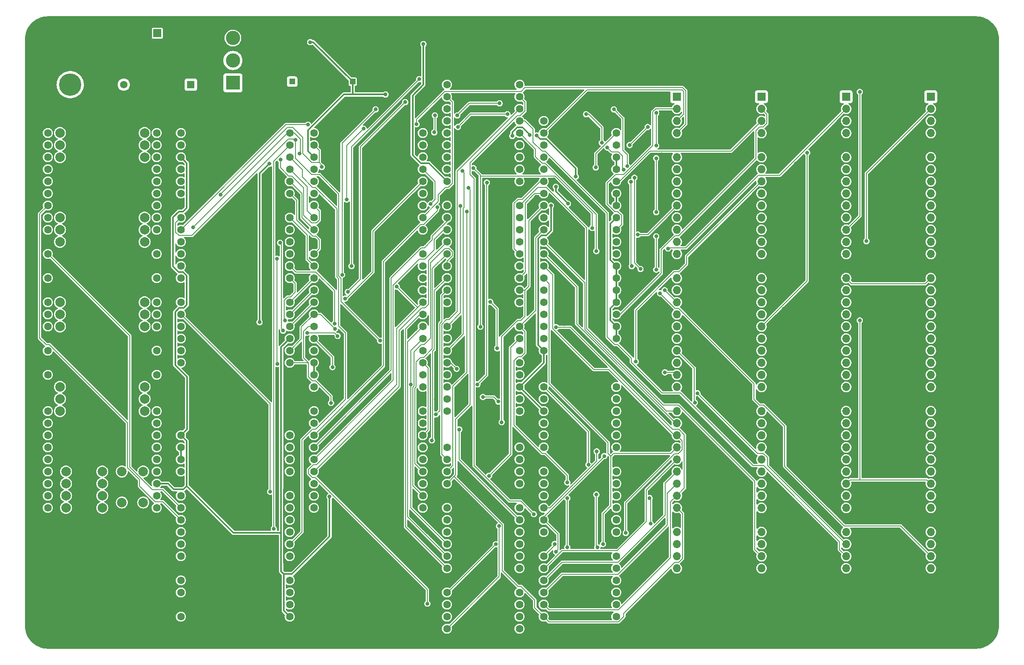
<source format=gbr>
%TF.GenerationSoftware,KiCad,Pcbnew,7.0.5*%
%TF.CreationDate,2024-01-05T10:47:29+02:00*%
%TF.ProjectId,HCP65 Test MPU Board,48435036-3520-4546-9573-74204d505520,rev?*%
%TF.SameCoordinates,Original*%
%TF.FileFunction,Copper,L2,Bot*%
%TF.FilePolarity,Positive*%
%FSLAX46Y46*%
G04 Gerber Fmt 4.6, Leading zero omitted, Abs format (unit mm)*
G04 Created by KiCad (PCBNEW 7.0.5) date 2024-01-05 10:47:29*
%MOMM*%
%LPD*%
G01*
G04 APERTURE LIST*
%TA.AperFunction,ComponentPad*%
%ADD10C,1.600000*%
%TD*%
%TA.AperFunction,ComponentPad*%
%ADD11R,1.700000X1.700000*%
%TD*%
%TA.AperFunction,ComponentPad*%
%ADD12O,1.700000X1.700000*%
%TD*%
%TA.AperFunction,ComponentPad*%
%ADD13C,4.700000*%
%TD*%
%TA.AperFunction,ComponentPad*%
%ADD14C,4.150000*%
%TD*%
%TA.AperFunction,ComponentPad*%
%ADD15C,5.600000*%
%TD*%
%TA.AperFunction,ComponentPad*%
%ADD16R,1.200000X1.200000*%
%TD*%
%TA.AperFunction,ComponentPad*%
%ADD17C,1.200000*%
%TD*%
%TA.AperFunction,ComponentPad*%
%ADD18R,3.000000X3.000000*%
%TD*%
%TA.AperFunction,ComponentPad*%
%ADD19C,3.000000*%
%TD*%
%TA.AperFunction,ComponentPad*%
%ADD20R,1.800000X1.800000*%
%TD*%
%TA.AperFunction,ComponentPad*%
%ADD21C,1.800000*%
%TD*%
%TA.AperFunction,WasherPad*%
%ADD22C,2.000000*%
%TD*%
%TA.AperFunction,ComponentPad*%
%ADD23R,1.575000X1.575000*%
%TD*%
%TA.AperFunction,ComponentPad*%
%ADD24C,1.575000*%
%TD*%
%TA.AperFunction,ViaPad*%
%ADD25C,0.800000*%
%TD*%
%TA.AperFunction,Conductor*%
%ADD26C,0.380000*%
%TD*%
%TA.AperFunction,Conductor*%
%ADD27C,0.200000*%
%TD*%
G04 APERTURE END LIST*
D10*
%TO.P,B5,1,N.C.*%
%TO.N,unconnected-(B5-N.C.-Pad1)*%
X114300000Y-38100000D03*
%TO.P,B5,2,Native_Latch*%
%TO.N,/Native Latch*%
X114300000Y-40640000D03*
%TO.P,B5,3,5V*%
%TO.N,/5V*%
X114300000Y-43180000D03*
%TO.P,B5,4,~{RAM_{CS}}*%
%TO.N,/~{RAM_{CS}}*%
X114300000Y-45720000D03*
%TO.P,B5,5,~{ROM_{CS}}*%
%TO.N,/~{ROM_{CS}}*%
X114300000Y-48260000D03*
%TO.P,B5,6,~{Device_Group_32K}*%
%TO.N,unconnected-(B5-~{Device_Group_32K}-Pad6)*%
X114300000Y-50800000D03*
%TO.P,B5,7,~{Device_Group_128K}*%
%TO.N,unconnected-(B5-~{Device_Group_128K}-Pad7)*%
X114300000Y-53340000D03*
%TO.P,B5,8,~{Other}*%
%TO.N,unconnected-(B5-~{Other}-Pad8)*%
X114300000Y-55880000D03*
%TO.P,B5,9,Kernal_Mode*%
%TO.N,/3.3V*%
X114300000Y-58420000D03*
%TO.P,B5,10,GND*%
%TO.N,/GND*%
X114300000Y-60960000D03*
%TO.P,B5,11,A23*%
%TO.N,/BA7*%
X114300000Y-63500000D03*
%TO.P,B5,12,A22*%
%TO.N,/BA6*%
X114300000Y-66040000D03*
%TO.P,B5,13,A21*%
%TO.N,/BA5*%
X114300000Y-68580000D03*
%TO.P,B5,14,A20*%
%TO.N,/BA4*%
X114300000Y-71120000D03*
%TO.P,B5,15,A19*%
%TO.N,/BA3*%
X114300000Y-73660000D03*
%TO.P,B5,16,A18*%
%TO.N,/BA2*%
X114300000Y-76200000D03*
%TO.P,B5,17,A17*%
%TO.N,/BA1*%
X114300000Y-78740000D03*
%TO.P,B5,18,A16*%
%TO.N,/BA0*%
X114300000Y-81280000D03*
%TO.P,B5,19,A15*%
%TO.N,/A15*%
X114300000Y-83820000D03*
%TO.P,B5,20,GND*%
%TO.N,/GND*%
X114300000Y-86360000D03*
%TO.P,B5,21,A3*%
%TO.N,/A3*%
X114300000Y-88900000D03*
%TO.P,B5,22,A2*%
%TO.N,/A2*%
X114300000Y-91440000D03*
%TO.P,B5,23,A1*%
%TO.N,/A1*%
X114300000Y-93980000D03*
%TO.P,B5,24,A0*%
%TO.N,/A0*%
X114300000Y-96520000D03*
%TO.P,B5,25,~{Special__{CS}12}*%
%TO.N,unconnected-(B5-~{Special__{CS}12}-Pad25)*%
X114300000Y-99060000D03*
%TO.P,B5,26,~{Special__{CS}13}*%
%TO.N,unconnected-(B5-~{Special__{CS}13}-Pad26)*%
X114300000Y-101600000D03*
%TO.P,B5,27,~{Special__{CS}14}*%
%TO.N,unconnected-(B5-~{Special__{CS}14}-Pad27)*%
X114300000Y-104140000D03*
%TO.P,B5,28,~{Special__{CS}15}*%
%TO.N,unconnected-(B5-~{Special__{CS}15}-Pad28)*%
X114300000Y-106680000D03*
%TO.P,B5,29,~{Special__{CS}11}*%
%TO.N,unconnected-(B5-~{Special__{CS}11}-Pad29)*%
X129540000Y-106680000D03*
%TO.P,B5,30,~{Special__{CS}10}*%
%TO.N,unconnected-(B5-~{Special__{CS}10}-Pad30)*%
X129540000Y-104140000D03*
%TO.P,B5,31,5V*%
%TO.N,/5V*%
X129540000Y-101600000D03*
%TO.P,B5,32,~{Special__{CS}9}*%
%TO.N,unconnected-(B5-~{Special__{CS}9}-Pad32)*%
X129540000Y-99060000D03*
%TO.P,B5,33,~{Special__{CS}8}*%
%TO.N,unconnected-(B5-~{Special__{CS}8}-Pad33)*%
X129540000Y-96520000D03*
%TO.P,B5,34,~{Special__{CS}7}*%
%TO.N,unconnected-(B5-~{Special__{CS}7}-Pad34)*%
X129540000Y-93980000D03*
%TO.P,B5,35,~{Special__{CS}6}*%
%TO.N,/~{Timer Speed Select}*%
X129540000Y-91440000D03*
%TO.P,B5,36,~{Special__{CS}5}*%
%TO.N,/~{Device Enable}_{ 16..19}*%
X129540000Y-88900000D03*
%TO.P,B5,37,GND*%
%TO.N,/GND*%
X129540000Y-86360000D03*
%TO.P,B5,38,~{Special__{CS}4}*%
%TO.N,unconnected-(B5-~{Special__{CS}4}-Pad38)*%
X129540000Y-83820000D03*
%TO.P,B5,39,~{Special__{CS}3}*%
%TO.N,/~{Device Enable}_{ 1..7}*%
X129540000Y-81280000D03*
%TO.P,B5,40,~{Special__{CS}2}*%
%TO.N,/~{Device Interrupt}_{ 16..19}*%
X129540000Y-78740000D03*
%TO.P,B5,41,~{Special__{CS}1}*%
%TO.N,unconnected-(B5-~{Special__{CS}1}-Pad41)*%
X129540000Y-76200000D03*
%TO.P,B5,42,~{Special__{CS}0}*%
%TO.N,/~{Device Interrupt}_{ 1..7}*%
X129540000Y-73660000D03*
%TO.P,B5,43,~{Device__{CS}19}*%
%TO.N,unconnected-(B5-~{Device__{CS}19}-Pad43)*%
X129540000Y-71120000D03*
%TO.P,B5,44,~{Device__{CS}18}*%
%TO.N,unconnected-(B5-~{Device__{CS}18}-Pad44)*%
X129540000Y-68580000D03*
%TO.P,B5,45,~{Device__{CS}17}*%
%TO.N,unconnected-(B5-~{Device__{CS}17}-Pad45)*%
X129540000Y-66040000D03*
%TO.P,B5,46,~{Device__{CS}16}*%
%TO.N,/~{Select}_{Device}16*%
X129540000Y-63500000D03*
%TO.P,B5,47,GND*%
%TO.N,/GND*%
X129540000Y-60960000D03*
%TO.P,B5,48,~{Device__{CS}7}*%
%TO.N,unconnected-(B5-~{Device__{CS}7}-Pad48)*%
X129540000Y-58420000D03*
%TO.P,B5,49,~{Device__{CS}6}*%
%TO.N,unconnected-(B5-~{Device__{CS}6}-Pad49)*%
X129540000Y-55880000D03*
%TO.P,B5,50,~{Device__{CS}5}*%
%TO.N,unconnected-(B5-~{Device__{CS}5}-Pad50)*%
X129540000Y-53340000D03*
%TO.P,B5,51,~{Device__{CS}4}*%
%TO.N,unconnected-(B5-~{Device__{CS}4}-Pad51)*%
X129540000Y-50800000D03*
%TO.P,B5,52,~{Device__{CS}3}*%
%TO.N,/~{Select}_{Device}3*%
X129540000Y-48260000D03*
%TO.P,B5,53,~{Device__{CS}2}*%
%TO.N,/~{Select}_{Device}2*%
X129540000Y-45720000D03*
%TO.P,B5,54,~{Reset}*%
%TO.N,/~{Reset}*%
X129540000Y-43180000D03*
%TO.P,B5,55,~{Device__{CS}1}*%
%TO.N,/~{Select}_{Device}1*%
X129540000Y-40640000D03*
%TO.P,B5,56,~{Special}*%
%TO.N,unconnected-(B5-~{Special}-Pad56)*%
X129540000Y-38100000D03*
%TD*%
D11*
%TO.P,J4,1,Pin_1*%
%TO.N,/12V*%
X215900000Y-40640000D03*
D12*
%TO.P,J4,2,Pin_2*%
%TO.N,/~{Enable}_{Device}3*%
X215900000Y-43180000D03*
%TO.P,J4,3,Pin_3*%
%TO.N,/~{Interrupt}_{Device}3*%
X215900000Y-45720000D03*
%TO.P,J4,4,Pin_4*%
%TO.N,/H0*%
X215900000Y-48260000D03*
%TO.P,J4,5,Pin_5*%
%TO.N,/GND*%
X215900000Y-50800000D03*
%TO.P,J4,6,Pin_6*%
%TO.N,/H1*%
X215900000Y-53340000D03*
%TO.P,J4,7,Pin_7*%
%TO.N,/H2*%
X215900000Y-55880000D03*
%TO.P,J4,8,Pin_8*%
%TO.N,/A0*%
X215900000Y-58420000D03*
%TO.P,J4,9,Pin_9*%
%TO.N,/A1*%
X215900000Y-60960000D03*
%TO.P,J4,10,Pin_10*%
%TO.N,/A2*%
X215900000Y-63500000D03*
%TO.P,J4,11,Pin_11*%
%TO.N,/A3*%
X215900000Y-66040000D03*
%TO.P,J4,12,Pin_12*%
%TO.N,/A4*%
X215900000Y-68580000D03*
%TO.P,J4,13,Pin_13*%
%TO.N,/A5*%
X215900000Y-71120000D03*
%TO.P,J4,14,Pin_14*%
%TO.N,/A6*%
X215900000Y-73660000D03*
%TO.P,J4,15,Pin_15*%
%TO.N,/GND*%
X215900000Y-76200000D03*
%TO.P,J4,16,Pin_16*%
%TO.N,/A7*%
X215900000Y-78740000D03*
%TO.P,J4,17,Pin_17*%
%TO.N,/A8*%
X215900000Y-81280000D03*
%TO.P,J4,18,Pin_18*%
%TO.N,/A9*%
X215900000Y-83820000D03*
%TO.P,J4,19,Pin_19*%
%TO.N,/A10*%
X215900000Y-86360000D03*
%TO.P,J4,20,Pin_20*%
%TO.N,/A11*%
X215900000Y-88900000D03*
%TO.P,J4,21,Pin_21*%
%TO.N,/A12*%
X215900000Y-91440000D03*
%TO.P,J4,22,Pin_22*%
%TO.N,/A13*%
X215900000Y-93980000D03*
%TO.P,J4,23,Pin_23*%
%TO.N,/A14*%
X215900000Y-96520000D03*
%TO.P,J4,24,Pin_24*%
%TO.N,/A15*%
X215900000Y-99060000D03*
%TO.P,J4,25,Pin_25*%
%TO.N,/A16*%
X215900000Y-101600000D03*
%TO.P,J4,26,Pin_26*%
%TO.N,/GND*%
X215900000Y-104140000D03*
%TO.P,J4,27,Pin_27*%
%TO.N,/D0*%
X215900000Y-106680000D03*
%TO.P,J4,28,Pin_28*%
%TO.N,/D1*%
X215900000Y-109220000D03*
%TO.P,J4,29,Pin_29*%
%TO.N,/D2*%
X215900000Y-111760000D03*
%TO.P,J4,30,Pin_30*%
%TO.N,/D3*%
X215900000Y-114300000D03*
%TO.P,J4,31,Pin_31*%
%TO.N,/D4*%
X215900000Y-116840000D03*
%TO.P,J4,32,Pin_32*%
%TO.N,/D5*%
X215900000Y-119380000D03*
%TO.P,J4,33,Pin_33*%
%TO.N,/D6*%
X215900000Y-121920000D03*
%TO.P,J4,34,Pin_34*%
%TO.N,/D7*%
X215900000Y-124460000D03*
%TO.P,J4,35,Pin_35*%
%TO.N,/~{WD}*%
X215900000Y-127000000D03*
%TO.P,J4,36,Pin_36*%
%TO.N,/GND*%
X215900000Y-129540000D03*
%TO.P,J4,37,Pin_37*%
%TO.N,/~{RD}*%
X215900000Y-132080000D03*
%TO.P,J4,38,Pin_38*%
%TO.N,/~{Reset}_{Device}3*%
X215900000Y-134620000D03*
%TO.P,J4,39,Pin_39*%
%TO.N,/~{Select}_{Device}3*%
X215900000Y-137160000D03*
%TO.P,J4,40,Pin_40*%
%TO.N,/CLK*%
X215900000Y-139700000D03*
%TD*%
D10*
%TO.P,B7,1,~{Reset}_1*%
%TO.N,/~{Reset}_{Device}1*%
X134620000Y-101600000D03*
%TO.P,B7,2,~{Reset}_2*%
%TO.N,/~{Reset}_{Device}2*%
X134620000Y-104140000D03*
%TO.P,B7,3,5V*%
%TO.N,/5V*%
X134620000Y-106680000D03*
%TO.P,B7,4,~{Reset}_3*%
%TO.N,/~{Reset}_{Device}3*%
X134620000Y-109220000D03*
%TO.P,B7,5,~{Reset}_8*%
%TO.N,unconnected-(B7-~{Reset}_8-Pad5)*%
X134620000Y-111760000D03*
%TO.P,B7,6,~{Reset}_9*%
%TO.N,unconnected-(B7-~{Reset}_9-Pad6)*%
X134620000Y-114300000D03*
%TO.P,B7,7,GND*%
%TO.N,/GND*%
X134620000Y-116840000D03*
%TO.P,B7,8,~{Reset}_10*%
%TO.N,unconnected-(B7-~{Reset}_10-Pad8)*%
X134620000Y-119380000D03*
%TO.P,B7,9,~{Reset}_11*%
%TO.N,unconnected-(B7-~{Reset}_11-Pad9)*%
X134620000Y-121920000D03*
%TO.P,B7,10,N.C.*%
%TO.N,unconnected-(B7-N.C.-Pad10)*%
X134620000Y-124460000D03*
%TO.P,B7,11,D0*%
%TO.N,/D0*%
X134620000Y-127000000D03*
%TO.P,B7,12,D1*%
%TO.N,/D1*%
X134620000Y-129540000D03*
%TO.P,B7,13,D2*%
%TO.N,/D2*%
X134620000Y-132080000D03*
%TO.P,B7,14,GND*%
%TO.N,/GND*%
X134620000Y-134620000D03*
%TO.P,B7,15,D3*%
%TO.N,/D3*%
X134620000Y-137160000D03*
%TO.P,B7,16,D4*%
%TO.N,/D4*%
X134620000Y-139700000D03*
%TO.P,B7,17,D5*%
%TO.N,/D5*%
X134620000Y-142240000D03*
%TO.P,B7,18,D6*%
%TO.N,/D6*%
X134620000Y-144780000D03*
%TO.P,B7,19,D7*%
%TO.N,/D7*%
X134620000Y-147320000D03*
%TO.P,B7,20,~{WD}*%
%TO.N,/~{WD}*%
X134620000Y-149860000D03*
%TO.P,B7,21,~{CLK}*%
%TO.N,/CLK*%
X149860000Y-149860000D03*
%TO.P,B7,22,~{Enables}_16..19*%
%TO.N,/~{Device Enable}_{ 16..19}*%
X149860000Y-147320000D03*
%TO.P,B7,23,5V*%
%TO.N,/5V*%
X149860000Y-144780000D03*
%TO.P,B7,24,~{Enables}_8..15*%
%TO.N,/~{Device Enable}_{ 8..15}*%
X149860000Y-142240000D03*
%TO.P,B7,25,~{Enables}_1..7*%
%TO.N,/~{Device Enable}_{ 1..7}*%
X149860000Y-139700000D03*
%TO.P,B7,26,~{Reset}_19*%
%TO.N,unconnected-(B7-~{Reset}_19-Pad26)*%
X149860000Y-137160000D03*
%TO.P,B7,27,GND*%
%TO.N,/GND*%
X149860000Y-134620000D03*
%TO.P,B7,28,~{Reset}_18*%
%TO.N,unconnected-(B7-~{Reset}_18-Pad28)*%
X149860000Y-132080000D03*
%TO.P,B7,29,~{Reset}_17*%
%TO.N,unconnected-(B7-~{Reset}_17-Pad29)*%
X149860000Y-129540000D03*
%TO.P,B7,30,~{Reset}_16*%
%TO.N,/~{Reset}_{Device}16*%
X149860000Y-127000000D03*
%TO.P,B7,31,~{Reset}_12*%
%TO.N,unconnected-(B7-~{Reset}_12-Pad31)*%
X149860000Y-124460000D03*
%TO.P,B7,32,~{Reset}_13*%
%TO.N,unconnected-(B7-~{Reset}_13-Pad32)*%
X149860000Y-121920000D03*
%TO.P,B7,33,~{Reset}_14*%
%TO.N,unconnected-(B7-~{Reset}_14-Pad33)*%
X149860000Y-119380000D03*
%TO.P,B7,34,GND*%
%TO.N,/GND*%
X149860000Y-116840000D03*
%TO.P,B7,35,~{Reset}_15*%
%TO.N,unconnected-(B7-~{Reset}_15-Pad35)*%
X149860000Y-114300000D03*
%TO.P,B7,36,~{Reset}_4*%
%TO.N,unconnected-(B7-~{Reset}_4-Pad36)*%
X149860000Y-111760000D03*
%TO.P,B7,37,~{Reset}_5*%
%TO.N,unconnected-(B7-~{Reset}_5-Pad37)*%
X149860000Y-109220000D03*
%TO.P,B7,38,~{Reset}_6*%
%TO.N,unconnected-(B7-~{Reset}_6-Pad38)*%
X149860000Y-106680000D03*
%TO.P,B7,39,~{Reset}_7*%
%TO.N,unconnected-(B7-~{Reset}_7-Pad39)*%
X149860000Y-104140000D03*
%TO.P,B7,40,~{Reset}*%
%TO.N,/~{Reset}*%
X149860000Y-101600000D03*
%TD*%
D13*
%TO.P,J3,A1,VCC*%
%TO.N,/12V Socket*%
X35180000Y-38100000D03*
D14*
%TO.P,J3,B1,GND*%
%TO.N,/GND*%
X30480000Y-34900000D03*
%TO.P,J3,C1,GND*%
X35180000Y-31900000D03*
%TD*%
D15*
%TO.P,H19,1,GND*%
%TO.N,/GND*%
X170180000Y-30480000D03*
%TD*%
D10*
%TO.P,B13,1,5V*%
%TO.N,/5V*%
X114300000Y-114300000D03*
%TO.P,B13,2,~{Reset}*%
%TO.N,/~{Reset}*%
X114300000Y-116840000D03*
%TO.P,B13,3,~{RD}*%
%TO.N,/~{RD}*%
X114300000Y-119380000D03*
%TO.P,B13,4,~{WD}*%
%TO.N,/~{WD}*%
X114300000Y-121920000D03*
%TO.P,B13,5,GND*%
%TO.N,/GND*%
X114300000Y-124460000D03*
%TO.P,B13,6,CLK*%
%TO.N,/CLK*%
X114300000Y-127000000D03*
%TO.P,B13,7,~{NMI_Rate_Select}*%
%TO.N,/~{Timer Speed Select}*%
X114300000Y-129540000D03*
%TO.P,B13,8,D7*%
%TO.N,/D7*%
X114300000Y-132080000D03*
%TO.P,B13,9,D6*%
%TO.N,/D6*%
X114300000Y-134620000D03*
%TO.P,B13,10,D5*%
%TO.N,/D5*%
X114300000Y-137160000D03*
%TO.P,B13,11,D4*%
%TO.N,/D4*%
X114300000Y-139700000D03*
%TO.P,B13,12,GND*%
%TO.N,/GND*%
X114300000Y-142240000D03*
%TO.P,B13,13,D3*%
%TO.N,/D2*%
X114300000Y-144780000D03*
%TO.P,B13,14,D2*%
%TO.N,/D3*%
X114300000Y-147320000D03*
%TO.P,B13,15,D1*%
%TO.N,/D1*%
X114300000Y-149860000D03*
%TO.P,B13,16,D0*%
%TO.N,/D0*%
X114300000Y-152400000D03*
%TO.P,B13,17,5V*%
%TO.N,/5V*%
X129540000Y-152400000D03*
%TO.P,B13,18,N.C.*%
%TO.N,unconnected-(B13-N.C.-Pad18)*%
X129540000Y-149860000D03*
%TO.P,B13,19,N.C.*%
%TO.N,unconnected-(B13-N.C.-Pad19)*%
X129540000Y-147320000D03*
%TO.P,B13,20,N.C.*%
%TO.N,unconnected-(B13-N.C.-Pad20)*%
X129540000Y-144780000D03*
%TO.P,B13,21,GND*%
%TO.N,/GND*%
X129540000Y-142240000D03*
%TO.P,B13,22,N.C.*%
%TO.N,unconnected-(B13-N.C.-Pad22)*%
X129540000Y-139700000D03*
%TO.P,B13,23,N.C.*%
%TO.N,unconnected-(B13-N.C.-Pad23)*%
X129540000Y-137160000D03*
%TO.P,B13,24,N.C.*%
%TO.N,unconnected-(B13-N.C.-Pad24)*%
X129540000Y-134620000D03*
%TO.P,B13,25,N.C.*%
%TO.N,unconnected-(B13-N.C.-Pad25)*%
X129540000Y-132080000D03*
%TO.P,B13,26,~{Set_Timer}*%
%TO.N,/~{Timer}*%
X129540000Y-129540000D03*
%TO.P,B13,27,N.C.*%
%TO.N,unconnected-(B13-N.C.-Pad27)*%
X129540000Y-127000000D03*
%TO.P,B13,28,GND*%
%TO.N,/GND*%
X129540000Y-124460000D03*
%TO.P,B13,29,N.C.*%
%TO.N,unconnected-(B13-N.C.-Pad29)*%
X129540000Y-121920000D03*
%TO.P,B13,30,N.C.*%
%TO.N,unconnected-(B13-N.C.-Pad30)*%
X129540000Y-119380000D03*
%TO.P,B13,31,N.C.*%
%TO.N,unconnected-(B13-N.C.-Pad31)*%
X129540000Y-116840000D03*
%TO.P,B13,32,N.C.*%
%TO.N,unconnected-(B13-N.C.-Pad32)*%
X129540000Y-114300000D03*
%TD*%
D11*
%TO.P,J2,1,Pin_1*%
%TO.N,/12V*%
X198120000Y-40640000D03*
D12*
%TO.P,J2,2,Pin_2*%
%TO.N,/~{Enable}_{Device}2*%
X198120000Y-43180000D03*
%TO.P,J2,3,Pin_3*%
%TO.N,/~{Interrupt}_{Device}2*%
X198120000Y-45720000D03*
%TO.P,J2,4,Pin_4*%
%TO.N,/H0*%
X198120000Y-48260000D03*
%TO.P,J2,5,Pin_5*%
%TO.N,/GND*%
X198120000Y-50800000D03*
%TO.P,J2,6,Pin_6*%
%TO.N,/H1*%
X198120000Y-53340000D03*
%TO.P,J2,7,Pin_7*%
%TO.N,/H2*%
X198120000Y-55880000D03*
%TO.P,J2,8,Pin_8*%
%TO.N,/A0*%
X198120000Y-58420000D03*
%TO.P,J2,9,Pin_9*%
%TO.N,/A1*%
X198120000Y-60960000D03*
%TO.P,J2,10,Pin_10*%
%TO.N,/A2*%
X198120000Y-63500000D03*
%TO.P,J2,11,Pin_11*%
%TO.N,/A3*%
X198120000Y-66040000D03*
%TO.P,J2,12,Pin_12*%
%TO.N,/A4*%
X198120000Y-68580000D03*
%TO.P,J2,13,Pin_13*%
%TO.N,/A5*%
X198120000Y-71120000D03*
%TO.P,J2,14,Pin_14*%
%TO.N,/A6*%
X198120000Y-73660000D03*
%TO.P,J2,15,Pin_15*%
%TO.N,/GND*%
X198120000Y-76200000D03*
%TO.P,J2,16,Pin_16*%
%TO.N,/A7*%
X198120000Y-78740000D03*
%TO.P,J2,17,Pin_17*%
%TO.N,/A8*%
X198120000Y-81280000D03*
%TO.P,J2,18,Pin_18*%
%TO.N,/A9*%
X198120000Y-83820000D03*
%TO.P,J2,19,Pin_19*%
%TO.N,/A10*%
X198120000Y-86360000D03*
%TO.P,J2,20,Pin_20*%
%TO.N,/A11*%
X198120000Y-88900000D03*
%TO.P,J2,21,Pin_21*%
%TO.N,/A12*%
X198120000Y-91440000D03*
%TO.P,J2,22,Pin_22*%
%TO.N,/A13*%
X198120000Y-93980000D03*
%TO.P,J2,23,Pin_23*%
%TO.N,/A14*%
X198120000Y-96520000D03*
%TO.P,J2,24,Pin_24*%
%TO.N,/A15*%
X198120000Y-99060000D03*
%TO.P,J2,25,Pin_25*%
%TO.N,/A16*%
X198120000Y-101600000D03*
%TO.P,J2,26,Pin_26*%
%TO.N,/GND*%
X198120000Y-104140000D03*
%TO.P,J2,27,Pin_27*%
%TO.N,/D0*%
X198120000Y-106680000D03*
%TO.P,J2,28,Pin_28*%
%TO.N,/D1*%
X198120000Y-109220000D03*
%TO.P,J2,29,Pin_29*%
%TO.N,/D2*%
X198120000Y-111760000D03*
%TO.P,J2,30,Pin_30*%
%TO.N,/D3*%
X198120000Y-114300000D03*
%TO.P,J2,31,Pin_31*%
%TO.N,/D4*%
X198120000Y-116840000D03*
%TO.P,J2,32,Pin_32*%
%TO.N,/D5*%
X198120000Y-119380000D03*
%TO.P,J2,33,Pin_33*%
%TO.N,/D6*%
X198120000Y-121920000D03*
%TO.P,J2,34,Pin_34*%
%TO.N,/D7*%
X198120000Y-124460000D03*
%TO.P,J2,35,Pin_35*%
%TO.N,/~{WD}*%
X198120000Y-127000000D03*
%TO.P,J2,36,Pin_36*%
%TO.N,/GND*%
X198120000Y-129540000D03*
%TO.P,J2,37,Pin_37*%
%TO.N,/~{RD}*%
X198120000Y-132080000D03*
%TO.P,J2,38,Pin_38*%
%TO.N,/~{Reset}_{Device}2*%
X198120000Y-134620000D03*
%TO.P,J2,39,Pin_39*%
%TO.N,/~{Select}_{Device}2*%
X198120000Y-137160000D03*
%TO.P,J2,40,Pin_40*%
%TO.N,/CLK*%
X198120000Y-139700000D03*
%TD*%
D16*
%TO.P,C4,1*%
%TO.N,/12V*%
X81788000Y-37465000D03*
D17*
%TO.P,C4,2*%
%TO.N,/GND*%
X79788000Y-37465000D03*
%TD*%
D15*
%TO.P,H8,1,GND*%
%TO.N,/GND*%
X187960000Y-30480000D03*
%TD*%
D11*
%TO.P,J1,1,Pin_1*%
%TO.N,/12V*%
X162560000Y-40640000D03*
D12*
%TO.P,J1,2,Pin_2*%
%TO.N,/~{Enable}_{Device}1*%
X162560000Y-43180000D03*
%TO.P,J1,3,Pin_3*%
%TO.N,/~{Interrupt}_{Device}1*%
X162560000Y-45720000D03*
%TO.P,J1,4,Pin_4*%
%TO.N,/H0*%
X162560000Y-48260000D03*
%TO.P,J1,5,Pin_5*%
%TO.N,/GND*%
X162560000Y-50800000D03*
%TO.P,J1,6,Pin_6*%
%TO.N,/H1*%
X162560000Y-53340000D03*
%TO.P,J1,7,Pin_7*%
%TO.N,/H2*%
X162560000Y-55880000D03*
%TO.P,J1,8,Pin_8*%
%TO.N,/A0*%
X162560000Y-58420000D03*
%TO.P,J1,9,Pin_9*%
%TO.N,/A1*%
X162560000Y-60960000D03*
%TO.P,J1,10,Pin_10*%
%TO.N,/A2*%
X162560000Y-63500000D03*
%TO.P,J1,11,Pin_11*%
%TO.N,/A3*%
X162560000Y-66040000D03*
%TO.P,J1,12,Pin_12*%
%TO.N,/A4*%
X162560000Y-68580000D03*
%TO.P,J1,13,Pin_13*%
%TO.N,/A5*%
X162560000Y-71120000D03*
%TO.P,J1,14,Pin_14*%
%TO.N,/A6*%
X162560000Y-73660000D03*
%TO.P,J1,15,Pin_15*%
%TO.N,/GND*%
X162560000Y-76200000D03*
%TO.P,J1,16,Pin_16*%
%TO.N,/A7*%
X162560000Y-78740000D03*
%TO.P,J1,17,Pin_17*%
%TO.N,/A8*%
X162560000Y-81280000D03*
%TO.P,J1,18,Pin_18*%
%TO.N,/A9*%
X162560000Y-83820000D03*
%TO.P,J1,19,Pin_19*%
%TO.N,/A10*%
X162560000Y-86360000D03*
%TO.P,J1,20,Pin_20*%
%TO.N,/A11*%
X162560000Y-88900000D03*
%TO.P,J1,21,Pin_21*%
%TO.N,/A12*%
X162560000Y-91440000D03*
%TO.P,J1,22,Pin_22*%
%TO.N,/A13*%
X162560000Y-93980000D03*
%TO.P,J1,23,Pin_23*%
%TO.N,/A14*%
X162560000Y-96520000D03*
%TO.P,J1,24,Pin_24*%
%TO.N,/A15*%
X162560000Y-99060000D03*
%TO.P,J1,25,Pin_25*%
%TO.N,/A16*%
X162560000Y-101600000D03*
%TO.P,J1,26,Pin_26*%
%TO.N,/GND*%
X162560000Y-104140000D03*
%TO.P,J1,27,Pin_27*%
%TO.N,/D0*%
X162560000Y-106680000D03*
%TO.P,J1,28,Pin_28*%
%TO.N,/D1*%
X162560000Y-109220000D03*
%TO.P,J1,29,Pin_29*%
%TO.N,/D2*%
X162560000Y-111760000D03*
%TO.P,J1,30,Pin_30*%
%TO.N,/D3*%
X162560000Y-114300000D03*
%TO.P,J1,31,Pin_31*%
%TO.N,/D4*%
X162560000Y-116840000D03*
%TO.P,J1,32,Pin_32*%
%TO.N,/D5*%
X162560000Y-119380000D03*
%TO.P,J1,33,Pin_33*%
%TO.N,/D6*%
X162560000Y-121920000D03*
%TO.P,J1,34,Pin_34*%
%TO.N,/D7*%
X162560000Y-124460000D03*
%TO.P,J1,35,Pin_35*%
%TO.N,/~{WD}*%
X162560000Y-127000000D03*
%TO.P,J1,36,Pin_36*%
%TO.N,/GND*%
X162560000Y-129540000D03*
%TO.P,J1,37,Pin_37*%
%TO.N,/~{RD}*%
X162560000Y-132080000D03*
%TO.P,J1,38,Pin_38*%
%TO.N,/~{Reset}_{Device}1*%
X162560000Y-134620000D03*
%TO.P,J1,39,Pin_39*%
%TO.N,/~{Select}_{Device}1*%
X162560000Y-137160000D03*
%TO.P,J1,40,Pin_40*%
%TO.N,/CLK*%
X162560000Y-139700000D03*
%TD*%
D11*
%TO.P,J10,1,Pin_1*%
%TO.N,/12V*%
X180340000Y-40640000D03*
D12*
%TO.P,J10,2,Pin_2*%
%TO.N,/~{Enable}_{Device}16*%
X180340000Y-43180000D03*
%TO.P,J10,3,Pin_3*%
%TO.N,/~{Interrupt}_{Device}16*%
X180340000Y-45720000D03*
%TO.P,J10,4,Pin_4*%
%TO.N,/H0*%
X180340000Y-48260000D03*
%TO.P,J10,5,Pin_5*%
%TO.N,/GND*%
X180340000Y-50800000D03*
%TO.P,J10,6,Pin_6*%
%TO.N,/H1*%
X180340000Y-53340000D03*
%TO.P,J10,7,Pin_7*%
%TO.N,/H2*%
X180340000Y-55880000D03*
%TO.P,J10,8,Pin_8*%
%TO.N,/A0*%
X180340000Y-58420000D03*
%TO.P,J10,9,Pin_9*%
%TO.N,/A1*%
X180340000Y-60960000D03*
%TO.P,J10,10,Pin_10*%
%TO.N,/A2*%
X180340000Y-63500000D03*
%TO.P,J10,11,Pin_11*%
%TO.N,/A3*%
X180340000Y-66040000D03*
%TO.P,J10,12,Pin_12*%
%TO.N,/A4*%
X180340000Y-68580000D03*
%TO.P,J10,13,Pin_13*%
%TO.N,/A5*%
X180340000Y-71120000D03*
%TO.P,J10,14,Pin_14*%
%TO.N,/A6*%
X180340000Y-73660000D03*
%TO.P,J10,15,Pin_15*%
%TO.N,/GND*%
X180340000Y-76200000D03*
%TO.P,J10,16,Pin_16*%
%TO.N,/A7*%
X180340000Y-78740000D03*
%TO.P,J10,17,Pin_17*%
%TO.N,/A8*%
X180340000Y-81280000D03*
%TO.P,J10,18,Pin_18*%
%TO.N,/A9*%
X180340000Y-83820000D03*
%TO.P,J10,19,Pin_19*%
%TO.N,/A10*%
X180340000Y-86360000D03*
%TO.P,J10,20,Pin_20*%
%TO.N,/A11*%
X180340000Y-88900000D03*
%TO.P,J10,21,Pin_21*%
%TO.N,/A12*%
X180340000Y-91440000D03*
%TO.P,J10,22,Pin_22*%
%TO.N,/A13*%
X180340000Y-93980000D03*
%TO.P,J10,23,Pin_23*%
%TO.N,/A14*%
X180340000Y-96520000D03*
%TO.P,J10,24,Pin_24*%
%TO.N,/A15*%
X180340000Y-99060000D03*
%TO.P,J10,25,Pin_25*%
%TO.N,/A16*%
X180340000Y-101600000D03*
%TO.P,J10,26,Pin_26*%
%TO.N,/GND*%
X180340000Y-104140000D03*
%TO.P,J10,27,Pin_27*%
%TO.N,/D0*%
X180340000Y-106680000D03*
%TO.P,J10,28,Pin_28*%
%TO.N,/D1*%
X180340000Y-109220000D03*
%TO.P,J10,29,Pin_29*%
%TO.N,/D2*%
X180340000Y-111760000D03*
%TO.P,J10,30,Pin_30*%
%TO.N,/D3*%
X180340000Y-114300000D03*
%TO.P,J10,31,Pin_31*%
%TO.N,/D4*%
X180340000Y-116840000D03*
%TO.P,J10,32,Pin_32*%
%TO.N,/D5*%
X180340000Y-119380000D03*
%TO.P,J10,33,Pin_33*%
%TO.N,/D6*%
X180340000Y-121920000D03*
%TO.P,J10,34,Pin_34*%
%TO.N,/D7*%
X180340000Y-124460000D03*
%TO.P,J10,35,Pin_35*%
%TO.N,/~{WD}*%
X180340000Y-127000000D03*
%TO.P,J10,36,Pin_36*%
%TO.N,/GND*%
X180340000Y-129540000D03*
%TO.P,J10,37,Pin_37*%
%TO.N,/~{RD}*%
X180340000Y-132080000D03*
%TO.P,J10,38,Pin_38*%
%TO.N,/~{Reset}_{Device}16*%
X180340000Y-134620000D03*
%TO.P,J10,39,Pin_39*%
%TO.N,/~{Select}_{Device}16*%
X180340000Y-137160000D03*
%TO.P,J10,40,Pin_40*%
%TO.N,/CLK*%
X180340000Y-139700000D03*
%TD*%
D15*
%TO.P,H24,1,GND*%
%TO.N,/GND*%
X170180000Y-149860000D03*
%TD*%
D18*
%TO.P,S2,1,P1*%
%TO.N,/12V Forward*%
X69342000Y-37719000D03*
D19*
%TO.P,S2,2,CM*%
%TO.N,/12V*%
X69342000Y-33020000D03*
%TO.P,S2,3,P2*%
%TO.N,unconnected-(S2-P2-Pad3)*%
X69342000Y-28321000D03*
%TD*%
D15*
%TO.P,H21,1,GND*%
%TO.N,/GND*%
X223520000Y-149860000D03*
%TD*%
D20*
%TO.P,LED2,1,K*%
%TO.N,Net-(LED2-K)*%
X53467000Y-27300000D03*
D21*
%TO.P,LED2,2,A*%
%TO.N,/GND*%
X53467000Y-29840000D03*
%TD*%
D16*
%TO.P,C3,1*%
%TO.N,/5V*%
X94488000Y-37465000D03*
D17*
%TO.P,C3,2*%
%TO.N,/GND*%
X96488000Y-37465000D03*
%TD*%
D10*
%TO.P,B1,1,A0*%
%TO.N,/A0*%
X86360000Y-48260000D03*
%TO.P,B1,2,A1*%
%TO.N,/A1*%
X86360000Y-50800000D03*
%TO.P,B1,3,5V*%
%TO.N,/5V*%
X86360000Y-53340000D03*
%TO.P,B1,4,Opcode_Valid*%
%TO.N,unconnected-(B1-Opcode_Valid-Pad4)*%
X86360000Y-55880000D03*
%TO.P,B1,5,A2*%
%TO.N,/A2*%
X86360000Y-58420000D03*
%TO.P,B1,6,A3*%
%TO.N,/A3*%
X86360000Y-60960000D03*
%TO.P,B1,7,A4*%
%TO.N,/A4*%
X86360000Y-63500000D03*
%TO.P,B1,8,A5*%
%TO.N,/A5*%
X86360000Y-66040000D03*
%TO.P,B1,9,A6*%
%TO.N,/A6*%
X86360000Y-68580000D03*
%TO.P,B1,10,GND*%
%TO.N,/GND*%
X86360000Y-71120000D03*
%TO.P,B1,11,A7*%
%TO.N,/A7*%
X86360000Y-73660000D03*
%TO.P,B1,12,A8*%
%TO.N,/A8*%
X86360000Y-76200000D03*
%TO.P,B1,13,A9*%
%TO.N,/A9*%
X86360000Y-78740000D03*
%TO.P,B1,14,A10*%
%TO.N,/A10*%
X86360000Y-81280000D03*
%TO.P,B1,15,A11*%
%TO.N,/A11*%
X86360000Y-83820000D03*
%TO.P,B1,16,A12*%
%TO.N,/A12*%
X86360000Y-86360000D03*
%TO.P,B1,17,A13*%
%TO.N,/A13*%
X86360000Y-88900000D03*
%TO.P,B1,18,A14*%
%TO.N,/A14*%
X86360000Y-91440000D03*
%TO.P,B1,19,A15*%
%TO.N,/A15*%
X86360000Y-93980000D03*
%TO.P,B1,20,BE*%
%TO.N,/3.3V*%
X86360000Y-96520000D03*
%TO.P,B1,21,RDY*%
X86360000Y-99060000D03*
%TO.P,B1,22,Address_Valid*%
%TO.N,unconnected-(B1-Address_Valid-Pad22)*%
X86360000Y-101600000D03*
%TO.P,B1,23,GND*%
%TO.N,/GND*%
X86360000Y-104140000D03*
%TO.P,B1,24,R~{W}*%
%TO.N,unconnected-(B1-R~{W}-Pad24)*%
X86360000Y-106680000D03*
%TO.P,B1,25,~{PHI2}_{OUT}*%
%TO.N,unconnected-(B1-~{PHI2}_{OUT}-Pad25)*%
X86360000Y-109220000D03*
%TO.P,B1,26,BA7*%
%TO.N,/BA7*%
X86360000Y-111760000D03*
%TO.P,B1,27,BA6*%
%TO.N,/BA6*%
X86360000Y-114300000D03*
%TO.P,B1,28,BA5*%
%TO.N,/BA5*%
X86360000Y-116840000D03*
%TO.P,B1,29,BA4*%
%TO.N,/BA4*%
X86360000Y-119380000D03*
%TO.P,B1,30,N.C.*%
%TO.N,unconnected-(B1-N.C.-Pad30)*%
X86360000Y-121920000D03*
%TO.P,B1,31,~{VP}*%
%TO.N,unconnected-(B1-~{VP}-Pad31)*%
X86360000Y-124460000D03*
%TO.P,B1,32,~{ML}*%
%TO.N,unconnected-(B1-~{ML}-Pad32)*%
X86360000Y-127000000D03*
%TO.P,B1,33,~{BANK_0}*%
%TO.N,unconnected-(B1-~{BANK_0}-Pad33)*%
X109220000Y-127000000D03*
%TO.P,B1,34,BA3*%
%TO.N,/BA2*%
X109220000Y-124460000D03*
%TO.P,B1,35,5V*%
%TO.N,/5V*%
X109220000Y-121920000D03*
%TO.P,B1,36,BA2*%
%TO.N,/BA3*%
X109220000Y-119380000D03*
%TO.P,B1,37,BA1*%
%TO.N,/BA1*%
X109220000Y-116840000D03*
%TO.P,B1,38,BA0*%
%TO.N,/BA0*%
X109220000Y-114300000D03*
%TO.P,B1,39,PHI2*%
%TO.N,/PHI2*%
X109220000Y-111760000D03*
%TO.P,B1,40,~{Reset}*%
%TO.N,/~{Reset}*%
X109220000Y-109220000D03*
%TO.P,B1,41,~{NMI}*%
%TO.N,/~{Timer}*%
X109220000Y-106680000D03*
%TO.P,B1,42,GND*%
%TO.N,/GND*%
X109220000Y-104140000D03*
%TO.P,B1,43,~{IRQ}*%
%TO.N,/~{IRQ}*%
X109220000Y-101600000D03*
%TO.P,B1,44,~{ABORT}*%
%TO.N,/3.3V*%
X109220000Y-99060000D03*
%TO.P,B1,45,DE*%
%TO.N,/PHI2*%
X109220000Y-96520000D03*
%TO.P,B1,46,D7*%
%TO.N,/D7*%
X109220000Y-93980000D03*
%TO.P,B1,47,D6*%
%TO.N,/D6*%
X109220000Y-91440000D03*
%TO.P,B1,48,D5*%
%TO.N,/D5*%
X109220000Y-88900000D03*
%TO.P,B1,49,D4*%
%TO.N,/D4*%
X109220000Y-86360000D03*
%TO.P,B1,50,D3*%
%TO.N,/D3*%
X109220000Y-83820000D03*
%TO.P,B1,51,D2*%
%TO.N,/D2*%
X109220000Y-81280000D03*
%TO.P,B1,52,D1*%
%TO.N,/D1*%
X109220000Y-78740000D03*
%TO.P,B1,53,D0*%
%TO.N,/D0*%
X109220000Y-76200000D03*
%TO.P,B1,54,E*%
%TO.N,unconnected-(B1-E-Pad54)*%
X109220000Y-73660000D03*
%TO.P,B1,55,GND*%
%TO.N,/GND*%
X109220000Y-71120000D03*
%TO.P,B1,56,VPA*%
%TO.N,unconnected-(B1-VPA-Pad56)*%
X109220000Y-68580000D03*
%TO.P,B1,57,Native_Latch*%
%TO.N,/Native Latch*%
X109220000Y-66040000D03*
%TO.P,B1,58,VDA*%
%TO.N,unconnected-(B1-VDA-Pad58)*%
X109220000Y-63500000D03*
%TO.P,B1,59,~{R}W*%
%TO.N,unconnected-(B1-~{R}W-Pad59)*%
X109220000Y-60960000D03*
%TO.P,B1,60,~{WD}*%
%TO.N,/~{WD}*%
X109220000Y-58420000D03*
%TO.P,B1,61,~{RD}*%
%TO.N,/~{RD}*%
X109220000Y-55880000D03*
%TO.P,B1,62,VPA\u00B7VDA*%
%TO.N,unconnected-(B1-VPA\u00B7VDA-Pad62)*%
X109220000Y-53340000D03*
%TO.P,B1,63,X*%
%TO.N,unconnected-(B1-X-Pad63)*%
X109220000Y-50800000D03*
%TO.P,B1,64,M*%
%TO.N,unconnected-(B1-M-Pad64)*%
X109220000Y-48260000D03*
%TD*%
D15*
%TO.P,H16,1,GND*%
%TO.N,/GND*%
X205740000Y-149860000D03*
%TD*%
%TO.P,H17,1,GND*%
%TO.N,/GND*%
X187960000Y-149860000D03*
%TD*%
D10*
%TO.P,B6,1,~{Interrupt}_{Device}4*%
%TO.N,/~{Interrupt}_{Device}2*%
X134620000Y-45720000D03*
%TO.P,B6,2,~{Interrupt}_{Device}3*%
%TO.N,/~{Interrupt}_{Device}1*%
X134620000Y-48260000D03*
%TO.P,B6,3,~{Interrupt}_{Device}2*%
%TO.N,unconnected-(B6-~{Interrupt}_{Device}2-Pad3)*%
X134620000Y-50800000D03*
%TO.P,B6,4,~{Interrupt}_{Device}1*%
%TO.N,unconnected-(B6-~{Interrupt}_{Device}1-Pad4)*%
X134620000Y-53340000D03*
%TO.P,B6,5,N.C.*%
%TO.N,unconnected-(B6-N.C.-Pad5)*%
X134620000Y-55880000D03*
%TO.P,B6,6,~{Device_Interrupt}_{_1..7}*%
%TO.N,/~{Device Interrupt}_{ 1..7}*%
X134620000Y-58420000D03*
%TO.P,B6,7,~{Device_Interrupt}_{_16..19}*%
%TO.N,/~{Device Interrupt}_{ 16..19}*%
X134620000Y-60960000D03*
%TO.P,B6,8,~{Device_Enable}_{_1..7}*%
%TO.N,/~{Device Enable}_{ 1..7}*%
X134620000Y-63500000D03*
%TO.P,B6,9,~{RD}*%
%TO.N,/~{RD}*%
X134620000Y-66040000D03*
%TO.P,B6,10,~{Device_Enable}_{_16..19}*%
%TO.N,/~{Device Enable}_{ 16..19}*%
X134620000Y-68580000D03*
%TO.P,B6,11,D0*%
%TO.N,/D0*%
X134620000Y-71120000D03*
%TO.P,B6,12,D1*%
%TO.N,/D1*%
X134620000Y-73660000D03*
%TO.P,B6,13,D2*%
%TO.N,/D2*%
X134620000Y-76200000D03*
%TO.P,B6,14,D3*%
%TO.N,/D3*%
X134620000Y-78740000D03*
%TO.P,B6,15,D4*%
%TO.N,/D4*%
X134620000Y-81280000D03*
%TO.P,B6,16,D5*%
%TO.N,/D5*%
X134620000Y-83820000D03*
%TO.P,B6,17,D6*%
%TO.N,/D6*%
X134620000Y-86360000D03*
%TO.P,B6,18,D7*%
%TO.N,/D7*%
X134620000Y-88900000D03*
%TO.P,B6,19,~{Enable}_{Device}19*%
%TO.N,/3.3V*%
X134620000Y-91440000D03*
%TO.P,B6,20,5V*%
%TO.N,/5V*%
X134620000Y-93980000D03*
%TO.P,B6,21,GND*%
%TO.N,/GND*%
X149860000Y-93980000D03*
%TO.P,B6,22,~{Enable}_{Device}18*%
%TO.N,/3.3V*%
X149860000Y-91440000D03*
%TO.P,B6,23,~{Enable}_{Device}17*%
X149860000Y-88900000D03*
%TO.P,B6,24,~{Enable}_{Device}16*%
%TO.N,/~{Enable}_{Device}16*%
X149860000Y-86360000D03*
%TO.P,B6,25,~{Enable}_{Device}7*%
%TO.N,/3.3V*%
X149860000Y-83820000D03*
%TO.P,B6,26,~{Enable}_{Device}6*%
X149860000Y-81280000D03*
%TO.P,B6,27,~{Enable}_{Device}5*%
X149860000Y-78740000D03*
%TO.P,B6,28,~{Enable}_{Device}4*%
X149860000Y-76200000D03*
%TO.P,B6,29,~{Enable}_{Device}3*%
%TO.N,/~{Enable}_{Device}3*%
X149860000Y-73660000D03*
%TO.P,B6,30,~{Enable}_{Device}2*%
%TO.N,/~{Enable}_{Device}2*%
X149860000Y-71120000D03*
%TO.P,B6,31,~{Enable}_{Device}1*%
%TO.N,/~{Enable}_{Device}1*%
X149860000Y-68580000D03*
%TO.P,B6,32,~{Interrupt}_{Device}19*%
%TO.N,/3.3V*%
X149860000Y-66040000D03*
%TO.P,B6,33,~{Interrupt}_{Device}18*%
X149860000Y-63500000D03*
%TO.P,B6,34,~{Interrupt}_{Device}17*%
X149860000Y-60960000D03*
%TO.P,B6,35,~{Interrupt}_{Device}16*%
%TO.N,/~{Interrupt}_{Device}16*%
X149860000Y-58420000D03*
%TO.P,B6,36,~{Interrupt}_{Device}7*%
%TO.N,/3.3V*%
X149860000Y-55880000D03*
%TO.P,B6,37,~{Interrupt}_{Device}6*%
X149860000Y-53340000D03*
%TO.P,B6,38,~{Interrupt}_{Device}5*%
%TO.N,/~{Interrupt}_{Device}3*%
X149860000Y-50800000D03*
%TO.P,B6,39,~{INT}*%
%TO.N,/~{IRQ}*%
X149860000Y-48260000D03*
%TO.P,B6,40,GND*%
%TO.N,/GND*%
X149860000Y-45720000D03*
%TD*%
%TO.P,B2,1,5V*%
%TO.N,/5V*%
X58420000Y-111760000D03*
%TO.P,B2,2,~{Hold_Low}*%
%TO.N,/3.3V*%
X58420000Y-114300000D03*
%TO.P,B2,3,~{Hold_High}*%
X58420000Y-116840000D03*
%TO.P,B2,4,CLK*%
%TO.N,/CLK*%
X58420000Y-119380000D03*
%TO.P,B2,5,GND*%
%TO.N,/GND*%
X58420000Y-121920000D03*
%TO.P,B2,6,~{CLK}*%
%TO.N,unconnected-(B2-~{CLK}-Pad6)*%
X58420000Y-124460000D03*
%TO.P,B2,7,~{CLK}_{IN}*%
%TO.N,/CLK_{IN}*%
X58420000Y-127000000D03*
%TO.P,B2,8,~{Reset}*%
%TO.N,/~{Reset}*%
X58420000Y-129540000D03*
%TO.P,B2,9,Hold_Count_{0}D*%
%TO.N,unconnected-(B2-Hold_Count_{0}D-Pad9)*%
X58420000Y-132080000D03*
%TO.P,B2,10,Hold_Count_{1}D*%
%TO.N,unconnected-(B2-Hold_Count_{1}D-Pad10)*%
X58420000Y-134620000D03*
%TO.P,B2,11,Hold_Count_{2}D*%
%TO.N,unconnected-(B2-Hold_Count_{2}D-Pad11)*%
X58420000Y-137160000D03*
%TO.P,B2,12,GND*%
%TO.N,/GND*%
X58420000Y-139700000D03*
%TO.P,B2,13,Hold_Count_{3}D*%
%TO.N,unconnected-(B2-Hold_Count_{3}D-Pad13)*%
X58420000Y-142240000D03*
%TO.P,B2,14,HC_Latch_{2}*%
%TO.N,/H2*%
X58420000Y-144780000D03*
%TO.P,B2,15,HC_Latch_{3}*%
%TO.N,/GND*%
X58420000Y-147320000D03*
%TO.P,B2,16,N.C.*%
%TO.N,unconnected-(B2-N.C.-Pad16)*%
X58420000Y-149860000D03*
%TO.P,B2,17,5V*%
%TO.N,/5V*%
X81280000Y-149860000D03*
%TO.P,B2,18,CLK_High_Pulse*%
%TO.N,unconnected-(B2-CLK_High_Pulse-Pad18)*%
X81280000Y-147320000D03*
%TO.P,B2,19,~{HC=CC}*%
%TO.N,unconnected-(B2-~{HC=CC}-Pad19)*%
X81280000Y-144780000D03*
%TO.P,B2,20,HC=CC*%
%TO.N,unconnected-(B2-HC=CC-Pad20)*%
X81280000Y-142240000D03*
%TO.P,B2,21,GND*%
%TO.N,/GND*%
X81280000Y-139700000D03*
%TO.P,B2,22,HC_Latch_{1}*%
%TO.N,/H1*%
X81280000Y-137160000D03*
%TO.P,B2,23,HC_Latch_{0}*%
%TO.N,/H0*%
X81280000Y-134620000D03*
%TO.P,B2,24,~{PHI2}*%
%TO.N,unconnected-(B2-~{PHI2}-Pad24)*%
X81280000Y-132080000D03*
%TO.P,B2,25,Reset*%
%TO.N,unconnected-(B2-Reset-Pad25)*%
X81280000Y-129540000D03*
%TO.P,B2,26,Clk_Count_{3}*%
%TO.N,unconnected-(B2-Clk_Count_{3}-Pad26)*%
X81280000Y-127000000D03*
%TO.P,B2,27,Clk_Count_{2}*%
%TO.N,unconnected-(B2-Clk_Count_{2}-Pad27)*%
X81280000Y-124460000D03*
%TO.P,B2,28,GND*%
%TO.N,/GND*%
X81280000Y-121920000D03*
%TO.P,B2,29,Clk_Count_{1}*%
%TO.N,unconnected-(B2-Clk_Count_{1}-Pad29)*%
X81280000Y-119380000D03*
%TO.P,B2,30,Clk_Count_{0}*%
%TO.N,unconnected-(B2-Clk_Count_{0}-Pad30)*%
X81280000Y-116840000D03*
%TO.P,B2,31,CLK_Low_Pulse*%
%TO.N,unconnected-(B2-CLK_Low_Pulse-Pad31)*%
X81280000Y-114300000D03*
%TO.P,B2,32,PHI2*%
%TO.N,/PHI2*%
X81280000Y-111760000D03*
%TD*%
D22*
%TO.P,B12,*%
%TO.N,*%
X33020000Y-48260000D03*
X33020000Y-50800000D03*
X33020000Y-53340000D03*
X33020000Y-66040000D03*
X33020000Y-68580000D03*
X33020000Y-71120000D03*
X33020000Y-83820000D03*
X33020000Y-86360000D03*
X33020000Y-88900000D03*
X33020000Y-101600000D03*
X33020000Y-104140000D03*
X33020000Y-106680000D03*
X34290000Y-119380000D03*
X34290000Y-121920000D03*
X34290000Y-124460000D03*
X34290000Y-127000000D03*
X41910000Y-119380000D03*
X41910000Y-121920000D03*
X41910000Y-124460000D03*
X41910000Y-127000000D03*
X46010000Y-119380000D03*
X46010000Y-125880000D03*
X50510000Y-119380000D03*
X50510000Y-125880000D03*
X50800000Y-48260000D03*
X50800000Y-50800000D03*
X50800000Y-53340000D03*
X50800000Y-66040000D03*
X50800000Y-68580000D03*
X50800000Y-71120000D03*
X50800000Y-83820000D03*
X50800000Y-86360000D03*
X50800000Y-88900000D03*
X50800000Y-101600000D03*
X50800000Y-104140000D03*
X50800000Y-106680000D03*
D10*
%TO.P,B12,1,N.C.*%
%TO.N,unconnected-(B12-N.C.-Pad1)*%
X30480000Y-48260000D03*
%TO.P,B12,2,N.C.*%
%TO.N,unconnected-(B12-N.C.-Pad2)*%
X30480000Y-50800000D03*
%TO.P,B12,3,5V*%
%TO.N,/5V*%
X30480000Y-53340000D03*
%TO.P,B12,4,N.C.*%
%TO.N,unconnected-(B12-N.C.-Pad4)*%
X30480000Y-55880000D03*
%TO.P,B12,5,N.C.*%
%TO.N,unconnected-(B12-N.C.-Pad5)*%
X30480000Y-58420000D03*
%TO.P,B12,6,N.C.*%
%TO.N,unconnected-(B12-N.C.-Pad6)*%
X30480000Y-60960000D03*
%TO.P,B12,7,~{Reset}_{OUT}*%
%TO.N,/~{Reset}*%
X30480000Y-63500000D03*
%TO.P,B12,8,N.C.*%
%TO.N,unconnected-(B12-N.C.-Pad8)*%
X30480000Y-66040000D03*
%TO.P,B12,9,N.C.*%
%TO.N,unconnected-(B12-N.C.-Pad9)*%
X30480000Y-68580000D03*
%TO.P,B12,10,GND*%
%TO.N,/GND*%
X30480000Y-71120000D03*
%TO.P,B12,11,CLK_{0}*%
%TO.N,/CLK_{IN}*%
X30480000Y-73660000D03*
%TO.P,B12,12,GND*%
%TO.N,/GND*%
X30480000Y-76200000D03*
%TO.P,B12,13,~{Main_Access}_{0}*%
%TO.N,unconnected-(B12-~{Main_Access}_{0}-Pad13)*%
X30480000Y-78740000D03*
%TO.P,B12,14,GND*%
%TO.N,/GND*%
X30480000Y-81280000D03*
%TO.P,B12,15,N.C.*%
%TO.N,unconnected-(B12-N.C.-Pad15)*%
X30480000Y-83820000D03*
%TO.P,B12,16,N.C.*%
%TO.N,unconnected-(B12-N.C.-Pad16)*%
X30480000Y-86360000D03*
%TO.P,B12,17,N.C.*%
%TO.N,unconnected-(B12-N.C.-Pad17)*%
X30480000Y-88900000D03*
%TO.P,B12,18,GND*%
%TO.N,/GND*%
X30480000Y-91440000D03*
%TO.P,B12,19,~{Main_Access}_{3}*%
%TO.N,unconnected-(B12-~{Main_Access}_{3}-Pad19)*%
X30480000Y-93980000D03*
%TO.P,B12,20,GND*%
%TO.N,/GND*%
X30480000Y-96520000D03*
%TO.P,B12,21,CLK_{3}*%
%TO.N,unconnected-(B12-CLK_{3}-Pad21)*%
X30480000Y-99060000D03*
%TO.P,B12,22,GND*%
%TO.N,/GND*%
X30480000Y-101600000D03*
%TO.P,B12,23,GND*%
X30480000Y-104140000D03*
%TO.P,B12,24,N.C.*%
%TO.N,unconnected-(B12-N.C.-Pad24)*%
X30480000Y-106680000D03*
%TO.P,B12,25,N.C.*%
%TO.N,unconnected-(B12-N.C.-Pad25)*%
X30480000Y-109220000D03*
%TO.P,B12,26,N.C.*%
%TO.N,unconnected-(B12-N.C.-Pad26)*%
X30480000Y-111760000D03*
%TO.P,B12,27,N.C.*%
%TO.N,unconnected-(B12-N.C.-Pad27)*%
X30480000Y-114300000D03*
%TO.P,B12,28,N.C.*%
%TO.N,unconnected-(B12-N.C.-Pad28)*%
X30480000Y-116840000D03*
%TO.P,B12,29,N.C.*%
%TO.N,unconnected-(B12-N.C.-Pad29)*%
X30480000Y-119380000D03*
%TO.P,B12,30,N.C.*%
%TO.N,unconnected-(B12-N.C.-Pad30)*%
X30480000Y-121920000D03*
%TO.P,B12,31,N.C.*%
%TO.N,unconnected-(B12-N.C.-Pad31)*%
X30480000Y-124460000D03*
%TO.P,B12,32,N.C.*%
%TO.N,unconnected-(B12-N.C.-Pad32)*%
X30480000Y-127000000D03*
%TO.P,B12,33,N.C.*%
%TO.N,unconnected-(B12-N.C.-Pad33)*%
X53340000Y-127000000D03*
%TO.P,B12,34,N.C.*%
%TO.N,unconnected-(B12-N.C.-Pad34)*%
X53340000Y-124460000D03*
%TO.P,B12,35,5V*%
%TO.N,/5V*%
X53340000Y-121920000D03*
%TO.P,B12,36,N.C.*%
%TO.N,unconnected-(B12-N.C.-Pad36)*%
X53340000Y-119380000D03*
%TO.P,B12,37,N.C.*%
%TO.N,unconnected-(B12-N.C.-Pad37)*%
X53340000Y-116840000D03*
%TO.P,B12,38,N.C.*%
%TO.N,unconnected-(B12-N.C.-Pad38)*%
X53340000Y-114300000D03*
%TO.P,B12,39,N.C.*%
%TO.N,unconnected-(B12-N.C.-Pad39)*%
X53340000Y-111760000D03*
%TO.P,B12,40,N.C.*%
%TO.N,unconnected-(B12-N.C.-Pad40)*%
X53340000Y-109220000D03*
%TO.P,B12,41,N.C.*%
%TO.N,unconnected-(B12-N.C.-Pad41)*%
X53340000Y-106680000D03*
%TO.P,B12,42,GND*%
%TO.N,/GND*%
X53340000Y-104140000D03*
%TO.P,B12,43,GND*%
X53340000Y-101600000D03*
%TO.P,B12,44,CLK_{2}*%
%TO.N,unconnected-(B12-CLK_{2}-Pad44)*%
X53340000Y-99060000D03*
%TO.P,B12,45,GND*%
%TO.N,/GND*%
X53340000Y-96520000D03*
%TO.P,B12,46,~{Main_Access}_{2}*%
%TO.N,unconnected-(B12-~{Main_Access}_{2}-Pad46)*%
X53340000Y-93980000D03*
%TO.P,B12,47,GND*%
%TO.N,/GND*%
X53340000Y-91440000D03*
%TO.P,B12,48,N.C.*%
%TO.N,unconnected-(B12-N.C.-Pad48)*%
X53340000Y-88900000D03*
%TO.P,B12,49,N.C.*%
%TO.N,unconnected-(B12-N.C.-Pad49)*%
X53340000Y-86360000D03*
%TO.P,B12,50,N.C.*%
%TO.N,unconnected-(B12-N.C.-Pad50)*%
X53340000Y-83820000D03*
%TO.P,B12,51,GND*%
%TO.N,/GND*%
X53340000Y-81280000D03*
%TO.P,B12,52,~{Main_Access}_{1}*%
%TO.N,unconnected-(B12-~{Main_Access}_{1}-Pad52)*%
X53340000Y-78740000D03*
%TO.P,B12,53,GND*%
%TO.N,/GND*%
X53340000Y-76200000D03*
%TO.P,B12,54,CLK_{1}*%
%TO.N,unconnected-(B12-CLK_{1}-Pad54)*%
X53340000Y-73660000D03*
%TO.P,B12,55,GND*%
%TO.N,/GND*%
X53340000Y-71120000D03*
%TO.P,B12,56,N.C.*%
%TO.N,unconnected-(B12-N.C.-Pad56)*%
X53340000Y-68580000D03*
%TO.P,B12,57,N.C.*%
%TO.N,unconnected-(B12-N.C.-Pad57)*%
X53340000Y-66040000D03*
%TO.P,B12,58,N.C.*%
%TO.N,unconnected-(B12-N.C.-Pad58)*%
X53340000Y-63500000D03*
%TO.P,B12,59,N.C.*%
%TO.N,unconnected-(B12-N.C.-Pad59)*%
X53340000Y-60960000D03*
%TO.P,B12,60,N.C.*%
%TO.N,unconnected-(B12-N.C.-Pad60)*%
X53340000Y-58420000D03*
%TO.P,B12,61,N.C.*%
%TO.N,unconnected-(B12-N.C.-Pad61)*%
X53340000Y-55880000D03*
%TO.P,B12,62,N.C.*%
%TO.N,unconnected-(B12-N.C.-Pad62)*%
X53340000Y-53340000D03*
%TO.P,B12,63,N.C.*%
%TO.N,unconnected-(B12-N.C.-Pad63)*%
X53340000Y-50800000D03*
%TO.P,B12,64,N.C.*%
%TO.N,unconnected-(B12-N.C.-Pad64)*%
X53340000Y-48260000D03*
%TD*%
D23*
%TO.P,D1,1*%
%TO.N,/12V Forward*%
X60516500Y-38099500D03*
D24*
%TO.P,D1,2*%
%TO.N,/12V Socket*%
X46416500Y-38099500D03*
%TD*%
D15*
%TO.P,H12,1,GND*%
%TO.N,/GND*%
X205740000Y-30480000D03*
%TD*%
D10*
%TO.P,B4,1,~{ROM_{CS}}*%
%TO.N,/~{ROM_{CS}}*%
X58420000Y-48260000D03*
%TO.P,B4,2,A4*%
%TO.N,/A4*%
X58420000Y-50800000D03*
%TO.P,B4,3,5V*%
%TO.N,/5V*%
X58420000Y-53340000D03*
%TO.P,B4,4,A3*%
%TO.N,/A3*%
X58420000Y-55880000D03*
%TO.P,B4,5,A2*%
%TO.N,/A2*%
X58420000Y-58420000D03*
%TO.P,B4,6,A1*%
%TO.N,/A1*%
X58420000Y-60960000D03*
%TO.P,B4,7,GND*%
%TO.N,/GND*%
X58420000Y-63500000D03*
%TO.P,B4,8,A0*%
%TO.N,/A0*%
X58420000Y-66040000D03*
%TO.P,B4,9,~{RAM_{CS}}*%
%TO.N,/~{RAM_{CS}}*%
X58420000Y-68580000D03*
%TO.P,B4,10,D0*%
%TO.N,/D0*%
X58420000Y-71120000D03*
%TO.P,B4,11,D1*%
%TO.N,/D1*%
X58420000Y-73660000D03*
%TO.P,B4,12,D2*%
%TO.N,/D2*%
X58420000Y-76200000D03*
%TO.P,B4,13,D3*%
%TO.N,/D3*%
X58420000Y-78740000D03*
%TO.P,B4,14,GND*%
%TO.N,/GND*%
X58420000Y-81280000D03*
%TO.P,B4,15,~{WD}*%
%TO.N,/~{WD}*%
X58420000Y-83820000D03*
%TO.P,B4,16,A18*%
%TO.N,/BA2*%
X58420000Y-86360000D03*
%TO.P,B4,17,A17*%
%TO.N,/BA1*%
X58420000Y-88900000D03*
%TO.P,B4,18,A16*%
%TO.N,/BA0*%
X58420000Y-91440000D03*
%TO.P,B4,19,A15*%
%TO.N,/A15*%
X58420000Y-93980000D03*
%TO.P,B4,20,A14*%
%TO.N,/A14*%
X58420000Y-96520000D03*
%TO.P,B4,21,A13*%
%TO.N,/A13*%
X81280000Y-96520000D03*
%TO.P,B4,22,A12*%
%TO.N,/A12*%
X81280000Y-93980000D03*
%TO.P,B4,23,5V*%
%TO.N,/5V*%
X81280000Y-91440000D03*
%TO.P,B4,24,A11*%
%TO.N,/A11*%
X81280000Y-88900000D03*
%TO.P,B4,25,A10*%
%TO.N,/A10*%
X81280000Y-86360000D03*
%TO.P,B4,26,A9*%
%TO.N,/A9*%
X81280000Y-83820000D03*
%TO.P,B4,27,GND*%
%TO.N,/GND*%
X81280000Y-81280000D03*
%TO.P,B4,28,D4*%
%TO.N,/D4*%
X81280000Y-78740000D03*
%TO.P,B4,29,D5*%
%TO.N,/D5*%
X81280000Y-76200000D03*
%TO.P,B4,30,D6*%
%TO.N,/D6*%
X81280000Y-73660000D03*
%TO.P,B4,31,D7*%
%TO.N,/D7*%
X81280000Y-71120000D03*
%TO.P,B4,32,~{RD}*%
%TO.N,/~{RD}*%
X81280000Y-68580000D03*
%TO.P,B4,33,A8*%
%TO.N,/A8*%
X81280000Y-66040000D03*
%TO.P,B4,34,GND*%
%TO.N,/GND*%
X81280000Y-63500000D03*
%TO.P,B4,35,A7*%
%TO.N,/A7*%
X81280000Y-60960000D03*
%TO.P,B4,36,A6*%
%TO.N,/A6*%
X81280000Y-58420000D03*
%TO.P,B4,37,A5*%
%TO.N,/A5*%
X81280000Y-55880000D03*
%TO.P,B4,38,CH0_{OUT}*%
%TO.N,/H0*%
X81280000Y-53340000D03*
%TO.P,B4,39,CH1_{OUT}*%
%TO.N,/H1*%
X81280000Y-50800000D03*
%TO.P,B4,40,CH2_{OUT}*%
%TO.N,/H2*%
X81280000Y-48260000D03*
%TD*%
D15*
%TO.P,H9,1,GND*%
%TO.N,/GND*%
X223520000Y-30480000D03*
%TD*%
D25*
%TO.N,/GND*%
X141986000Y-42545000D03*
X136779000Y-58039000D03*
X144526001Y-56642000D03*
X142240000Y-64770000D03*
%TO.N,/5V*%
X137160000Y-59562996D03*
X139700000Y-63119000D03*
X141351000Y-57404002D03*
X133096000Y-48768000D03*
X131648525Y-48691473D03*
X128016000Y-48895000D03*
X136144000Y-63500000D03*
X74930000Y-88011000D03*
X76962000Y-54737004D03*
%TO.N,/GND*%
X41529000Y-96520000D03*
X111696500Y-139636500D03*
X152386979Y-114667979D03*
X152209498Y-106108501D03*
X153670000Y-104648000D03*
X138684000Y-93472000D03*
X139192000Y-90043000D03*
X144191990Y-107869996D03*
X142621000Y-93472000D03*
X138993582Y-88353200D03*
X185547000Y-120269000D03*
X182371998Y-121220000D03*
X184531000Y-118491000D03*
X186690000Y-118237000D03*
X185039000Y-85217000D03*
X182880000Y-85217000D03*
X187579004Y-54736998D03*
X185038998Y-54737000D03*
X159385000Y-51308000D03*
X159385000Y-52770000D03*
X148695544Y-60183696D03*
X146812000Y-60579000D03*
X133010011Y-61680725D03*
X144526001Y-46100999D03*
X147296172Y-63396631D03*
X137668000Y-64770000D03*
X137668000Y-71247000D03*
X137668000Y-78486000D03*
X137668000Y-82550000D03*
X151511000Y-82550000D03*
X151511000Y-76200000D03*
X78740000Y-56261000D03*
X69342000Y-56134000D03*
X71501000Y-131445000D03*
X62992000Y-121920000D03*
X75819000Y-81280000D03*
X75819000Y-100711000D03*
X58420000Y-101600000D03*
X75818996Y-98298000D03*
X78867000Y-63500000D03*
X96393000Y-41529000D03*
X92329000Y-48133000D03*
X99695000Y-62611000D03*
X100457000Y-48387000D03*
X106172000Y-62611000D03*
X110871000Y-59944000D03*
X112522000Y-71120000D03*
X107613025Y-89517025D03*
X101727000Y-89600002D03*
X112395000Y-87122000D03*
X111990000Y-104140000D03*
%TO.N,/A8*%
X108457996Y-36957004D03*
%TO.N,/A9*%
X116459000Y-44577000D03*
X125349000Y-42037000D03*
X149352000Y-43307000D03*
%TO.N,/~{Interrupt}_{Device}3*%
X152654000Y-50800000D03*
%TO.N,/A9*%
X152146000Y-55245000D03*
X153669994Y-57658000D03*
X154940000Y-76835000D03*
X160020000Y-81280000D03*
X99314000Y-43307000D03*
%TO.N,/5V*%
X89633400Y-124658200D03*
X101385000Y-40174200D03*
X85562700Y-29185300D03*
%TO.N,/GND*%
X104013000Y-104140000D03*
X125984000Y-58420000D03*
X95377000Y-104140000D03*
X125984000Y-55753000D03*
X128270000Y-46446700D03*
%TO.N,/A0*%
X116324400Y-97812200D03*
X82462844Y-49718107D03*
X153930700Y-96286100D03*
X100265000Y-91889497D03*
%TO.N,/A1*%
X117509100Y-56258300D03*
X66779300Y-61212300D03*
X88024200Y-55400300D03*
%TO.N,/A2*%
X144813400Y-68213000D03*
X121313900Y-88961100D03*
X154370000Y-69610169D03*
X119861200Y-55633800D03*
%TO.N,/A3*%
X117141000Y-63604400D03*
%TO.N,/A4*%
X200994900Y-39622500D03*
X79318400Y-53857900D03*
%TO.N,/3.3V*%
X109347000Y-29591000D03*
%TO.N,/A7*%
X127000000Y-44323000D03*
X93218000Y-62230000D03*
X146812020Y-50292000D03*
X151384000Y-56007000D03*
X116586000Y-46990000D03*
X152908000Y-58547000D03*
X153114733Y-76228000D03*
X147955000Y-51308000D03*
X96774000Y-47371000D03*
X143510000Y-44323000D03*
%TO.N,/A8*%
X94241100Y-76223200D03*
X158242000Y-50927000D03*
X158242000Y-44069000D03*
X158242000Y-53560000D03*
X158242000Y-64897000D03*
X158242001Y-76962001D03*
X158242000Y-69977000D03*
%TO.N,/A9*%
X92274400Y-78056800D03*
%TO.N,/A11*%
X93484300Y-81656500D03*
X105537000Y-41783000D03*
X189944200Y-52396200D03*
%TO.N,/A12*%
X90781478Y-89406264D03*
%TO.N,/A13*%
X125079100Y-104675100D03*
X166361900Y-104891000D03*
X89943200Y-104966200D03*
X121852900Y-103728800D03*
%TO.N,/A14*%
X90240500Y-97439700D03*
%TO.N,/A15*%
X160054400Y-98540500D03*
X124845800Y-93498500D03*
X123378100Y-83749100D03*
%TO.N,/BA7*%
X112257500Y-63880500D03*
%TO.N,/BA2*%
X77158700Y-123617500D03*
%TO.N,/BA1*%
X111119900Y-112821400D03*
%TO.N,/BA0*%
X111990000Y-107376600D03*
%TO.N,/D7*%
X79244800Y-71327500D03*
X91327800Y-90897900D03*
X137221300Y-89053200D03*
X79883000Y-89789000D03*
X84906012Y-90240012D03*
%TO.N,/D6*%
X106691600Y-101114400D03*
X78661500Y-96766800D03*
X200994900Y-87630000D03*
X78593900Y-74667000D03*
%TO.N,/D5*%
X90687400Y-88322500D03*
%TO.N,/D4*%
X80264000Y-87630000D03*
%TO.N,/D3*%
X103742300Y-80532600D03*
X136906000Y-134601900D03*
X147065998Y-134620000D03*
X110186300Y-147125000D03*
%TO.N,/D2*%
X124568500Y-134651500D03*
X151843900Y-132289900D03*
%TO.N,/D1*%
X137221300Y-136225500D03*
X147343534Y-116131723D03*
%TO.N,/D0*%
X145746800Y-115154100D03*
X125232000Y-130837500D03*
%TO.N,/~{Timer}*%
X116873200Y-110536700D03*
%TO.N,/~{Select}_{Device}1*%
X132555785Y-128339015D03*
%TO.N,/~{Select}_{Device}3*%
X145660800Y-73067800D03*
X159050900Y-81948308D03*
%TO.N,/~{Timer Speed Select}*%
X123133200Y-120272400D03*
%TO.N,/~{IRQ}*%
X120697200Y-101057500D03*
X145541998Y-55499000D03*
X122682000Y-58674000D03*
%TO.N,/~{WD}*%
X92885500Y-83062700D03*
X118815300Y-59757500D03*
%TO.N,/~{RD}*%
X118439900Y-64752200D03*
X110852400Y-63166400D03*
%TO.N,/H2*%
X61018200Y-68058700D03*
X83303100Y-52620900D03*
%TO.N,/H1*%
X77943000Y-131434700D03*
%TO.N,/H0*%
X107915700Y-46417000D03*
%TO.N,/~{Reset}_{Device}1*%
X144004000Y-117922400D03*
X156849185Y-124946415D03*
X157053000Y-130338300D03*
%TO.N,/~{Reset}_{Device}2*%
X166891000Y-102931000D03*
%TO.N,/~{ROM_{CS}}*%
X111633000Y-48133000D03*
X111760000Y-44577000D03*
%TO.N,/~{RAM_{CS}}*%
X85115400Y-46503000D03*
%TO.N,/~{Enable}_{Device}2*%
X160714000Y-72524300D03*
%TO.N,/~{Interrupt}_{Device}3*%
X156464000Y-46990000D03*
%TO.N,/~{Enable}_{Device}3*%
X202383500Y-70985700D03*
%TO.N,/~{Device Enable}_{ 16..19}*%
X139573000Y-121666000D03*
X139573006Y-135284050D03*
X139573000Y-124968002D03*
%TO.N,/~{Device Enable}_{ 1..7}*%
X145669000Y-124206000D03*
X145887972Y-135301900D03*
X125786500Y-109014300D03*
%TD*%
D26*
%TO.N,/GND*%
X141986000Y-44577000D02*
X141986000Y-42545000D01*
X143509999Y-46100999D02*
X141986000Y-44577000D01*
X144526001Y-46100999D02*
X143509999Y-46100999D01*
D27*
%TO.N,/~{Interrupt}_{Device}1*%
X164021100Y-39516700D02*
X164021100Y-44258900D01*
X143698100Y-39181900D02*
X163686300Y-39181900D01*
X163686300Y-39181900D02*
X164021100Y-39516700D01*
X164021100Y-44258900D02*
X162560000Y-45720000D01*
X134620000Y-48260000D02*
X143698100Y-39181900D01*
D26*
%TO.N,/5V*%
X139700000Y-63119000D02*
X137160000Y-60579000D01*
X137160000Y-60579000D02*
X137160000Y-59562996D01*
X133858000Y-49530000D02*
X135128000Y-49530000D01*
X133096000Y-48768000D02*
X133858000Y-49530000D01*
X135128000Y-49530000D02*
X141351000Y-55753000D01*
D27*
%TO.N,/~{Select}_{Device}2*%
X132396000Y-47444630D02*
X130671370Y-45720000D01*
X132396000Y-50169200D02*
X132396000Y-47444630D01*
X134919700Y-52070000D02*
X134296800Y-52070000D01*
D26*
%TO.N,/5V*%
X141351000Y-55753000D02*
X141351000Y-57404002D01*
D27*
%TO.N,/~{Select}_{Device}2*%
X147963800Y-65114100D02*
X134919700Y-52070000D01*
X147963800Y-91109200D02*
X147963800Y-65114100D01*
X149564600Y-92710000D02*
X147963800Y-91109200D01*
X150175300Y-92710000D02*
X149564600Y-92710000D01*
X153054700Y-95589400D02*
X150175300Y-92710000D01*
X153054700Y-96440000D02*
X153054700Y-95589400D01*
X159484700Y-102870000D02*
X153054700Y-96440000D01*
X163324100Y-102870000D02*
X159484700Y-102870000D01*
X178564100Y-118110000D02*
X163324100Y-102870000D01*
X130671370Y-45720000D02*
X129540000Y-45720000D01*
X180752200Y-118110000D02*
X178564100Y-118110000D01*
X196730400Y-134088200D02*
X180752200Y-118110000D01*
X134296800Y-52070000D02*
X132396000Y-50169200D01*
X196730400Y-135770400D02*
X196730400Y-134088200D01*
X198120000Y-137160000D02*
X196730400Y-135770400D01*
%TO.N,/A2*%
X144813400Y-65083450D02*
X144813400Y-68213000D01*
X137030050Y-57300100D02*
X144813400Y-65083450D01*
X121313900Y-57300100D02*
X137030050Y-57300100D01*
D26*
%TO.N,/GND*%
X142240000Y-63500000D02*
X136779000Y-58039000D01*
X142240000Y-64770000D02*
X142240000Y-63500000D01*
X144526001Y-56642000D02*
X144526001Y-58293001D01*
X144526001Y-46100999D02*
X144526001Y-56642000D01*
%TO.N,/5V*%
X131648525Y-48590525D02*
X131648525Y-48691473D01*
X130128000Y-47070000D02*
X131648525Y-48590525D01*
X129047085Y-47070000D02*
X130128000Y-47070000D01*
X128016000Y-48101085D02*
X129047085Y-47070000D01*
X128016000Y-48895000D02*
X128016000Y-48101085D01*
%TO.N,/GND*%
X128270000Y-47026841D02*
X128270000Y-46446700D01*
X125984000Y-49312841D02*
X128270000Y-47026841D01*
X125984000Y-55753000D02*
X125984000Y-49312841D01*
D27*
%TO.N,/~{Select}_{Device}3*%
X134276800Y-54610000D02*
X134908400Y-54610000D01*
X132905300Y-53238500D02*
X134276800Y-54610000D01*
X134908400Y-54610000D02*
X145660800Y-65362400D01*
X132905300Y-51625300D02*
X132905300Y-53238500D01*
X129540000Y-48260000D02*
X132905300Y-51625300D01*
X145660800Y-65362400D02*
X145660800Y-73067800D01*
D26*
%TO.N,/5V*%
X136144000Y-68738915D02*
X136144000Y-63500000D01*
X135112915Y-69770000D02*
X136144000Y-68738915D01*
X134620000Y-93980000D02*
X133430000Y-92790000D01*
D27*
%TO.N,/~{Device Enable}_{ 16..19}*%
X132940000Y-70260000D02*
X134620000Y-68580000D01*
D26*
%TO.N,/5V*%
X133430000Y-92790000D02*
X133430000Y-70467085D01*
D27*
%TO.N,/~{Device Enable}_{ 16..19}*%
X132940000Y-85500000D02*
X132940000Y-70260000D01*
D26*
%TO.N,/5V*%
X133430000Y-70467085D02*
X134127085Y-69770000D01*
D27*
%TO.N,/~{Device Enable}_{ 16..19}*%
X129540000Y-88900000D02*
X132940000Y-85500000D01*
D26*
%TO.N,/5V*%
X134127085Y-69770000D02*
X135112915Y-69770000D01*
X74930000Y-56769004D02*
X76962000Y-54737004D01*
X74930000Y-88011000D02*
X74930000Y-56769004D01*
%TO.N,/GND*%
X32445757Y-81280000D02*
X41529000Y-90363243D01*
X41529000Y-90363243D02*
X41529000Y-96520000D01*
X30480000Y-81280000D02*
X32445757Y-81280000D01*
X111696500Y-139636500D02*
X114300000Y-142240000D01*
X103632000Y-131572000D02*
X111696500Y-139636500D01*
X152273000Y-114554000D02*
X152386979Y-114667979D01*
X152209498Y-106108501D02*
X152273000Y-106172003D01*
X152273000Y-106172003D02*
X152273000Y-114554000D01*
X150447995Y-107870004D02*
X152209498Y-106108501D01*
X144191998Y-107870004D02*
X150447995Y-107870004D01*
X144191990Y-107869996D02*
X144191998Y-107870004D01*
X152209499Y-106108501D02*
X152209498Y-106108501D01*
X153670000Y-104648000D02*
X152209499Y-106108501D01*
D27*
%TO.N,/D4*%
X156149185Y-123250815D02*
X162560000Y-116840000D01*
X156149185Y-125236365D02*
X156149185Y-123250815D01*
X156174600Y-125261780D02*
X156149185Y-125236365D01*
X156174600Y-129873600D02*
X156174600Y-125261780D01*
X134791600Y-139700000D02*
X138489700Y-136001900D01*
X150046300Y-136001900D02*
X156174600Y-129873600D01*
%TO.N,/~{Reset}_{Device}1*%
X157088800Y-125186030D02*
X156849185Y-124946415D01*
X157088800Y-130302500D02*
X157088800Y-125186030D01*
X157053000Y-130338300D02*
X157088800Y-130302500D01*
%TO.N,/D4*%
X138489700Y-136001900D02*
X150046300Y-136001900D01*
D26*
%TO.N,/GND*%
X151051900Y-118031900D02*
X149860000Y-116840000D01*
X151051900Y-133428100D02*
X151051900Y-118031900D01*
X149860000Y-134620000D02*
X151051900Y-133428100D01*
X138684000Y-102362006D02*
X144191990Y-107869996D01*
X138684000Y-93472000D02*
X138684000Y-102362006D01*
D27*
%TO.N,/D1*%
X147343534Y-116207516D02*
X147343534Y-116131723D01*
X134620000Y-128931050D02*
X147343534Y-116207516D01*
D26*
%TO.N,/GND*%
X139192000Y-90043000D02*
X142621000Y-93472000D01*
D27*
%TO.N,/D7*%
X140230200Y-89053200D02*
X137221300Y-89053200D01*
X161664000Y-110487000D02*
X140230200Y-89053200D01*
X164145800Y-111654600D02*
X162978200Y-110487000D01*
X164145800Y-122874200D02*
X164145800Y-111654600D01*
X162560000Y-124460000D02*
X164145800Y-122874200D01*
D26*
%TO.N,/GND*%
X137668000Y-82550000D02*
X137668000Y-87027618D01*
X137668000Y-87027618D02*
X138993582Y-88353200D01*
D27*
%TO.N,/D7*%
X162978200Y-110487000D02*
X161664000Y-110487000D01*
D26*
%TO.N,/GND*%
X187960000Y-43180000D02*
X187960000Y-30480000D01*
X180340000Y-50800000D02*
X187960000Y-43180000D01*
X182372000Y-128778000D02*
X182372000Y-121220002D01*
X180975000Y-130175000D02*
X182372000Y-128778000D01*
X182372000Y-121220002D02*
X182371998Y-121220000D01*
X184531000Y-119253000D02*
X185547000Y-120269000D01*
X184531000Y-118491000D02*
X184531000Y-119253000D01*
D27*
%TO.N,/~{Select}_{Device}3*%
X162951500Y-85090000D02*
X162192592Y-85090000D01*
X179956900Y-105410000D02*
X178796000Y-104249100D01*
X180787900Y-105410000D02*
X179956900Y-105410000D01*
X185231000Y-109853100D02*
X180787900Y-105410000D01*
X178796000Y-100934500D02*
X162951500Y-85090000D01*
X197757500Y-130810000D02*
X185231000Y-118283500D01*
X209550000Y-130810000D02*
X197757500Y-130810000D01*
X215900000Y-137160000D02*
X209550000Y-130810000D01*
X162192592Y-85090000D02*
X159050900Y-81948308D01*
X178796000Y-104249100D02*
X178796000Y-100934500D01*
X185231000Y-118283500D02*
X185231000Y-109853100D01*
D26*
%TO.N,/GND*%
X187960000Y-137160000D02*
X180975000Y-130175000D01*
X180975000Y-130175000D02*
X180340000Y-129540000D01*
X186690000Y-110490000D02*
X186690000Y-118237000D01*
X180340000Y-104140000D02*
X186690000Y-110490000D01*
X196876600Y-104140000D02*
X180340000Y-104140000D01*
X185039000Y-99441000D02*
X185039000Y-85217000D01*
X180340000Y-104140000D02*
X185039000Y-99441000D01*
X182880000Y-78740000D02*
X182880000Y-85217000D01*
X180340000Y-76200000D02*
X182880000Y-78740000D01*
X187579004Y-68960996D02*
X187579004Y-54736998D01*
D27*
%TO.N,/~{Enable}_{Device}2*%
X160848300Y-72390000D02*
X160714000Y-72524300D01*
X164469800Y-72390000D02*
X160848300Y-72390000D01*
X179709800Y-57150000D02*
X164469800Y-72390000D01*
X184150000Y-57150000D02*
X179709800Y-57150000D01*
D26*
%TO.N,/GND*%
X180340000Y-76200000D02*
X187579004Y-68960996D01*
D27*
%TO.N,/~{Enable}_{Device}2*%
X198120000Y-43180000D02*
X184150000Y-57150000D01*
D26*
%TO.N,/GND*%
X181101998Y-50800000D02*
X185038998Y-54737000D01*
X180340000Y-50800000D02*
X181101998Y-50800000D01*
X144526001Y-58293001D02*
X146812000Y-60579000D01*
D27*
%TO.N,/~{IRQ}*%
X145541998Y-52578002D02*
X145541998Y-55499000D01*
X149860000Y-48260000D02*
X145541998Y-52578002D01*
D26*
%TO.N,/GND*%
X149109240Y-59770000D02*
X150288000Y-59770000D01*
X157288000Y-52770000D02*
X159385000Y-52770000D01*
X148695544Y-60183696D02*
X149109240Y-59770000D01*
X150288000Y-59770000D02*
X157288000Y-52770000D01*
X159893000Y-50800000D02*
X159385000Y-51308000D01*
X162560000Y-50800000D02*
X159893000Y-50800000D01*
D27*
%TO.N,/A9*%
X153669994Y-75564994D02*
X153669994Y-57658000D01*
X154940000Y-76835000D02*
X153669994Y-75564994D01*
%TO.N,/~{Interrupt}_{Device}16*%
X173990000Y-52070000D02*
X180340000Y-45720000D01*
X156902686Y-52070000D02*
X173990000Y-52070000D01*
X150552686Y-58420000D02*
X156902686Y-52070000D01*
%TO.N,/A8*%
X158242000Y-64897000D02*
X158242000Y-53560000D01*
D26*
%TO.N,/GND*%
X146812000Y-60579000D02*
X147296172Y-61063172D01*
D27*
%TO.N,/~{Enable}_{Device}1*%
X158141050Y-43180000D02*
X162560000Y-43180000D01*
X157542000Y-43779050D02*
X158141050Y-43180000D01*
X157542000Y-50865000D02*
X157542000Y-43779050D01*
X151425100Y-56981900D02*
X157542000Y-50865000D01*
X147955000Y-58748000D02*
X149721100Y-56981900D01*
X147955000Y-63160100D02*
X147955000Y-58748000D01*
X149564900Y-64770000D02*
X147955000Y-63160100D01*
X150175400Y-64770000D02*
X149564900Y-64770000D01*
X150965000Y-65559600D02*
X150175400Y-64770000D01*
X150965000Y-67475000D02*
X150965000Y-65559600D01*
X149860000Y-68580000D02*
X150965000Y-67475000D01*
D26*
%TO.N,/GND*%
X147296172Y-61063172D02*
X147296172Y-63396631D01*
D27*
%TO.N,/~{Enable}_{Device}1*%
X149721100Y-56981900D02*
X151425100Y-56981900D01*
D26*
%TO.N,/GND*%
X133479286Y-62150000D02*
X133010011Y-61680725D01*
X136445000Y-62150000D02*
X133479286Y-62150000D01*
X137668000Y-63373000D02*
X136445000Y-62150000D01*
X137668000Y-64770000D02*
X137668000Y-63373000D01*
D27*
%TO.N,/~{Select}_{Device}16*%
X133350000Y-59690000D02*
X129540000Y-63500000D01*
X143641500Y-68173050D02*
X135158450Y-59690000D01*
X143641500Y-89319800D02*
X143641500Y-68173050D01*
X162926200Y-105410000D02*
X159731700Y-105410000D01*
X178950400Y-121434200D02*
X162926200Y-105410000D01*
X159731700Y-105410000D02*
X143641500Y-89319800D01*
X178950400Y-135770400D02*
X178950400Y-121434200D01*
X180340000Y-137160000D02*
X178950400Y-135770400D01*
X135158450Y-59690000D02*
X133350000Y-59690000D01*
%TO.N,/~{Device Interrupt}_{ 16..19}*%
X132309848Y-61422838D02*
X130779500Y-62953186D01*
X132309848Y-61400284D02*
X132309848Y-61422838D01*
X132310011Y-61400121D02*
X132309848Y-61400284D01*
X132310011Y-61390775D02*
X132310011Y-61400121D01*
X134620000Y-60960000D02*
X132740786Y-60960000D01*
X130779500Y-62953186D02*
X130779500Y-77500500D01*
X132740786Y-60960000D02*
X132310011Y-61390775D01*
X130779500Y-77500500D02*
X129540000Y-78740000D01*
%TO.N,/~{Device Interrupt}_{ 1..7}*%
X133895680Y-58420000D02*
X134620000Y-58420000D01*
X129208900Y-62230000D02*
X130085680Y-62230000D01*
X128406500Y-63032400D02*
X129208900Y-62230000D01*
X128406500Y-72526500D02*
X128406500Y-63032400D01*
X129540000Y-73660000D02*
X128406500Y-72526500D01*
X130085680Y-62230000D02*
X133895680Y-58420000D01*
%TO.N,/A7*%
X144018000Y-44323000D02*
X143510000Y-44323000D01*
X146812020Y-47117020D02*
X144018000Y-44323000D01*
X146812020Y-50292000D02*
X146812020Y-47117020D01*
D26*
%TO.N,/GND*%
X137668000Y-71247000D02*
X137668000Y-64770000D01*
X137668000Y-82550000D02*
X137668000Y-78486000D01*
X151511000Y-76200000D02*
X151511000Y-82550000D01*
D27*
%TO.N,/A7*%
X152908000Y-76021267D02*
X153114733Y-76228000D01*
X152908000Y-58547000D02*
X152908000Y-76021267D01*
D26*
%TO.N,/GND*%
X69342000Y-47911000D02*
X79788000Y-37465000D01*
X69342000Y-56134000D02*
X69342000Y-47911000D01*
X78867000Y-56388000D02*
X78740000Y-56261000D01*
X78867000Y-63500000D02*
X78867000Y-56388000D01*
X62992000Y-121920000D02*
X71501000Y-130429000D01*
X71501000Y-130429000D02*
X71501000Y-131445000D01*
X75818996Y-98298000D02*
X75818996Y-81280004D01*
X75818996Y-81280004D02*
X75819000Y-81280000D01*
%TO.N,/5V*%
X59659100Y-54579100D02*
X58420000Y-53340000D01*
X59659100Y-63996500D02*
X59659100Y-54579100D01*
X58885600Y-64770000D02*
X59659100Y-63996500D01*
X57988700Y-64770000D02*
X58885600Y-64770000D01*
X56780600Y-65978100D02*
X57988700Y-64770000D01*
X57966600Y-77470000D02*
X56780600Y-76284000D01*
X56780600Y-76284000D02*
X56780600Y-65978100D01*
X58871700Y-77470000D02*
X57966600Y-77470000D01*
X59659800Y-78258100D02*
X58871700Y-77470000D01*
X58997000Y-85018800D02*
X59659800Y-84356000D01*
X57228100Y-85853000D02*
X58062300Y-85018800D01*
X57228100Y-97013600D02*
X57228100Y-85853000D01*
X59690000Y-110490000D02*
X59690000Y-99475500D01*
X59690000Y-99475500D02*
X57228100Y-97013600D01*
X59659800Y-84356000D02*
X59659800Y-78258100D01*
X58420000Y-111760000D02*
X59690000Y-110490000D01*
X58062300Y-85018800D02*
X58997000Y-85018800D01*
%TO.N,/GND*%
X75819000Y-98298004D02*
X75818996Y-98298000D01*
X75819000Y-100711000D02*
X75819000Y-98298004D01*
X53340000Y-101600000D02*
X58420000Y-101600000D01*
X78867000Y-63500000D02*
X81280000Y-63500000D01*
X96393000Y-42672000D02*
X96393000Y-41529000D01*
X92329000Y-46736000D02*
X96393000Y-42672000D01*
X92329000Y-48133000D02*
X92329000Y-46736000D01*
X99695000Y-49149000D02*
X100457000Y-48387000D01*
X99695000Y-62611000D02*
X99695000Y-49149000D01*
X108632000Y-59770000D02*
X106172000Y-62230000D01*
X110697000Y-59770000D02*
X108632000Y-59770000D01*
X106172000Y-62230000D02*
X106172000Y-62611000D01*
X110871000Y-59944000D02*
X110697000Y-59770000D01*
D27*
%TO.N,/~{RD}*%
X111760000Y-58420000D02*
X109220000Y-55880000D01*
X111760000Y-62258800D02*
X111760000Y-58420000D01*
X110852400Y-63166400D02*
X111760000Y-62258800D01*
D26*
%TO.N,/GND*%
X113792000Y-69850000D02*
X114747000Y-69850000D01*
X114747000Y-69850000D02*
X114792915Y-69804085D01*
X112522000Y-71120000D02*
X113792000Y-69850000D01*
X114792915Y-69804085D02*
X115890000Y-68707000D01*
X114792915Y-69930000D02*
X114792915Y-69804085D01*
X115890000Y-71027085D02*
X114792915Y-69930000D01*
X115890000Y-71374000D02*
X115890000Y-71027085D01*
X115890000Y-68707000D02*
X115890000Y-62550000D01*
X115890000Y-84770000D02*
X115890000Y-71374000D01*
D27*
%TO.N,/BA5*%
X103007900Y-100192100D02*
X86360000Y-116840000D01*
X103007900Y-80263900D02*
X103007900Y-100192100D01*
X108509900Y-74761900D02*
X103007900Y-80263900D01*
X109679900Y-74761900D02*
X108509900Y-74761900D01*
X111633000Y-72808800D02*
X109679900Y-74761900D01*
X113665000Y-68580000D02*
X111633000Y-70612000D01*
%TO.N,/BA6*%
X114300000Y-66840000D02*
X114300000Y-66040000D01*
X111233000Y-70700314D02*
X111233000Y-69907000D01*
X108930700Y-72390000D02*
X109543314Y-72390000D01*
X111233000Y-69907000D02*
X114300000Y-66840000D01*
X102598000Y-98062000D02*
X102598000Y-78722700D01*
%TO.N,/BA5*%
X111633000Y-70612000D02*
X111633000Y-72808800D01*
%TO.N,/BA6*%
X109543314Y-72390000D02*
X111233000Y-70700314D01*
X86360000Y-114300000D02*
X102598000Y-98062000D01*
X102598000Y-78722700D02*
X108930700Y-72390000D01*
D26*
%TO.N,/GND*%
X115890000Y-62550000D02*
X114300000Y-60960000D01*
X114300000Y-86360000D02*
X115890000Y-84770000D01*
D27*
%TO.N,/~{Reset}*%
X113200000Y-115740000D02*
X114300000Y-116840000D01*
X113200000Y-88444365D02*
X113200000Y-115740000D01*
X114182465Y-87461900D02*
X113200000Y-88444365D01*
X114779800Y-87461900D02*
X114182465Y-87461900D01*
X116441000Y-85800700D02*
X114779800Y-87461900D01*
X116441000Y-56279000D02*
X116441000Y-85800700D01*
%TO.N,/A1*%
X117732000Y-90548000D02*
X114300000Y-93980000D01*
%TO.N,/~{Reset}*%
X129540000Y-43180000D02*
X116441000Y-56279000D01*
%TO.N,/A1*%
X117732000Y-64003350D02*
X117732000Y-90548000D01*
X117841000Y-63894350D02*
X117732000Y-64003350D01*
X117841000Y-56590200D02*
X117841000Y-63894350D01*
X117509100Y-56258300D02*
X117841000Y-56590200D01*
%TO.N,/A3*%
X114300000Y-88900000D02*
X117141000Y-86059000D01*
X117141000Y-86059000D02*
X117141000Y-63604400D01*
%TO.N,/BA2*%
X114300000Y-75215635D02*
X114300000Y-76200000D01*
X115400000Y-74115635D02*
X114300000Y-75215635D01*
X115400000Y-73204365D02*
X115400000Y-74115635D01*
X114714235Y-72518600D02*
X115400000Y-73204365D01*
X113842100Y-72518600D02*
X114714235Y-72518600D01*
X110833000Y-91382635D02*
X110833000Y-75527700D01*
X107393500Y-94241200D02*
X108924700Y-92710000D01*
X107393500Y-101405100D02*
X107393500Y-94241200D01*
X107102500Y-101696100D02*
X107393500Y-101405100D01*
X109220000Y-124460000D02*
X107102500Y-122342500D01*
X108924700Y-92710000D02*
X109505635Y-92710000D01*
X110833000Y-75527700D02*
X113842100Y-72518600D01*
X107102500Y-122342500D02*
X107102500Y-101696100D01*
X109505635Y-92710000D02*
X110833000Y-91382635D01*
%TO.N,/BA3*%
X107525200Y-117685200D02*
X109220000Y-119380000D01*
X107795400Y-101571500D02*
X107525200Y-101841700D01*
X107795400Y-96349700D02*
X107795400Y-101571500D01*
X108727000Y-95418100D02*
X107795400Y-96349700D01*
X107525200Y-101841700D02*
X107525200Y-117685200D01*
X109384600Y-95418100D02*
X108727000Y-95418100D01*
X111233000Y-93569700D02*
X109384600Y-95418100D01*
X114300000Y-73660000D02*
X111233000Y-76727000D01*
X111233000Y-76727000D02*
X111233000Y-93569700D01*
%TO.N,/BA1*%
X111633000Y-93735386D02*
X111633000Y-81407000D01*
X111290000Y-94078386D02*
X111633000Y-93735386D01*
X111633000Y-81407000D02*
X114300000Y-78740000D01*
X111290000Y-112651300D02*
X111290000Y-94078386D01*
X111119900Y-112821400D02*
X111290000Y-112651300D01*
D26*
%TO.N,/GND*%
X112310000Y-103820000D02*
X112310000Y-87207000D01*
X111990000Y-104140000D02*
X112310000Y-103820000D01*
X112310000Y-87207000D02*
X112395000Y-87122000D01*
D27*
%TO.N,/D5*%
X105989700Y-128849700D02*
X114300000Y-137160000D01*
X105989700Y-92130300D02*
X105989700Y-128849700D01*
X109220000Y-88900000D02*
X105989700Y-92130300D01*
%TO.N,/BA0*%
X112800000Y-106566600D02*
X111990000Y-107376600D01*
X112800000Y-88278680D02*
X112800000Y-106566600D01*
X113198000Y-82382000D02*
X113198000Y-87880680D01*
X114300000Y-81280000D02*
X113198000Y-82382000D01*
X113198000Y-87880680D02*
X112800000Y-88278680D01*
%TO.N,/D4*%
X105587800Y-130987800D02*
X114300000Y-139700000D01*
X105587800Y-89426515D02*
X105587800Y-130987800D01*
X108654315Y-86360000D02*
X105587800Y-89426515D01*
D26*
%TO.N,/GND*%
X101727000Y-97663000D02*
X101727000Y-89600002D01*
X95377000Y-104013000D02*
X101727000Y-97663000D01*
X95377000Y-104140000D02*
X95377000Y-104013000D01*
X101727000Y-78613000D02*
X101727000Y-89600002D01*
D27*
%TO.N,/A12*%
X87735214Y-86360000D02*
X90781478Y-89406264D01*
X86360000Y-86360000D02*
X87735214Y-86360000D01*
D26*
%TO.N,/GND*%
X109220000Y-71120000D02*
X101727000Y-78613000D01*
D27*
%TO.N,/BA7*%
X112257500Y-64593700D02*
X112257500Y-63880500D01*
X109396600Y-67454600D02*
X112257500Y-64593700D01*
X108771700Y-67454600D02*
X109396600Y-67454600D01*
X86360000Y-111760000D02*
X100965000Y-97155000D01*
%TO.N,/A0*%
X92029200Y-83653697D02*
X100265000Y-91889497D01*
X92029200Y-78804100D02*
X92029200Y-83653697D01*
X91572500Y-61023800D02*
X91572500Y-78347400D01*
X87545100Y-56996400D02*
X91572500Y-61023800D01*
X85846500Y-56996400D02*
X87545100Y-56996400D01*
X82462844Y-53612744D02*
X85846500Y-56996400D01*
X82462844Y-49718107D02*
X82462844Y-53612744D01*
%TO.N,/BA7*%
X100965000Y-75261300D02*
X108771700Y-67454600D01*
X100965000Y-97155000D02*
X100965000Y-75261300D01*
%TO.N,/A0*%
X91572500Y-78347400D02*
X92029200Y-78804100D01*
D26*
%TO.N,/GND*%
X133430000Y-133430000D02*
X134620000Y-134620000D01*
X133430000Y-128096001D02*
X133430000Y-133430000D01*
D27*
%TO.N,/~{Select}_{Device}1*%
X129805070Y-125588300D02*
X132555785Y-128339015D01*
X119147800Y-56983600D02*
X119978600Y-57814400D01*
X119147800Y-54550500D02*
X119147800Y-56983600D01*
X129080200Y-44618100D02*
X119147800Y-54550500D01*
X129683000Y-44618100D02*
X129080200Y-44618100D01*
X130657000Y-41757000D02*
X130657000Y-43644100D01*
X129540000Y-40640000D02*
X130657000Y-41757000D01*
D26*
%TO.N,/GND*%
X129793999Y-124460000D02*
X133430000Y-128096001D01*
D27*
%TO.N,/~{Select}_{Device}1*%
X127456600Y-125588300D02*
X129805070Y-125588300D01*
X119978600Y-57814400D02*
X119978600Y-118110300D01*
X130657000Y-43644100D02*
X129683000Y-44618100D01*
X119978600Y-118110300D02*
X127456600Y-125588300D01*
%TO.N,/A0*%
X82274737Y-49530000D02*
X82462844Y-49718107D01*
X60766565Y-69757800D02*
X80994365Y-49530000D01*
X57293500Y-67166500D02*
X57293500Y-69071600D01*
X57293500Y-69071600D02*
X57979700Y-69757800D01*
X58420000Y-66040000D02*
X57293500Y-67166500D01*
X57979700Y-69757800D02*
X60766565Y-69757800D01*
X80994365Y-49530000D02*
X82274737Y-49530000D01*
%TO.N,/D7*%
X84963000Y-90297000D02*
X84906012Y-90240012D01*
X91327800Y-90897900D02*
X90726900Y-90297000D01*
X90726900Y-90297000D02*
X84963000Y-90297000D01*
D26*
%TO.N,/3.3V*%
X109347000Y-38100000D02*
X109347000Y-29591000D01*
X107093600Y-40353400D02*
X109347000Y-38100000D01*
X107093600Y-52906600D02*
X107093600Y-40353400D01*
X114300000Y-58420000D02*
X110490000Y-54610000D01*
X108797000Y-54610000D02*
X107093600Y-52906600D01*
X110490000Y-54610000D02*
X108797000Y-54610000D01*
D27*
%TO.N,/A8*%
X94241100Y-51173900D02*
X108457996Y-36957004D01*
X94241100Y-76223200D02*
X94241100Y-51173900D01*
%TO.N,/A9*%
X118999000Y-42037000D02*
X116459000Y-44577000D01*
X125349000Y-42037000D02*
X118999000Y-42037000D01*
X151257000Y-45212000D02*
X149352000Y-43307000D01*
X151257000Y-51943000D02*
X151257000Y-45212000D01*
X152146000Y-52832000D02*
X151257000Y-51943000D01*
X152146000Y-55245000D02*
X152146000Y-52832000D01*
%TO.N,/A7*%
X151130000Y-55753000D02*
X151384000Y-56007000D01*
X150315635Y-52240000D02*
X151130000Y-53054365D01*
X151130000Y-53054365D02*
X151130000Y-55753000D01*
X148887000Y-52240000D02*
X150315635Y-52240000D01*
X147955000Y-51308000D02*
X148887000Y-52240000D01*
%TO.N,/A2*%
X156449831Y-69610169D02*
X154370000Y-69610169D01*
X162560000Y-63500000D02*
X156449831Y-69610169D01*
%TO.N,/A9*%
X162560000Y-83820000D02*
X160020000Y-81280000D01*
X99314000Y-43346300D02*
X92274400Y-50385900D01*
X99314000Y-43307000D02*
X99314000Y-43346300D01*
D26*
%TO.N,/5V*%
X134620000Y-106680000D02*
X129540000Y-101600000D01*
X85131600Y-52111600D02*
X85131600Y-47706700D01*
X86360000Y-53340000D02*
X85131600Y-52111600D01*
X59634200Y-122428300D02*
X58933600Y-123128900D01*
X134620000Y-93980000D02*
X134620000Y-96520000D01*
X92664100Y-40174200D02*
X94488000Y-40174200D01*
X79469900Y-93250100D02*
X79469900Y-132237400D01*
X81761700Y-140908000D02*
X89633400Y-133036300D01*
X80035600Y-140908000D02*
X81761700Y-140908000D01*
X89633400Y-133036300D02*
X89633400Y-124658200D01*
X69443300Y-132237400D02*
X59634200Y-122428300D01*
X55708900Y-121920000D02*
X53340000Y-121920000D01*
X58933600Y-123128900D02*
X56917800Y-123128900D01*
X80035600Y-140908000D02*
X80035600Y-148615600D01*
X79469900Y-132237400D02*
X69443300Y-132237400D01*
X86208300Y-29185300D02*
X94488000Y-37465000D01*
X134620000Y-96520000D02*
X129540000Y-101600000D01*
X79469900Y-132237400D02*
X79469900Y-140342300D01*
X85562700Y-29185300D02*
X86208300Y-29185300D01*
X79469900Y-140342300D02*
X80035600Y-140908000D01*
X80035600Y-148615600D02*
X81280000Y-149860000D01*
X56917800Y-123128900D02*
X55708900Y-121920000D01*
X59634200Y-112974200D02*
X58420000Y-111760000D01*
X59634200Y-122428300D02*
X59634200Y-112974200D01*
X94488000Y-40174200D02*
X94488000Y-37465000D01*
X81280000Y-91440000D02*
X79469900Y-93250100D01*
X85131600Y-47706700D02*
X92664100Y-40174200D01*
X94488000Y-40174200D02*
X101385000Y-40174200D01*
%TO.N,/GND*%
X134620000Y-134620000D02*
X132426800Y-136813200D01*
X162560000Y-104140000D02*
X160020000Y-104140000D01*
X30480000Y-104140000D02*
X30480000Y-101600000D01*
X56597500Y-35500500D02*
X56597500Y-61677500D01*
X30480000Y-91440000D02*
X29267000Y-90227000D01*
X129540000Y-124460000D02*
X133270400Y-120729600D01*
X57070400Y-107870400D02*
X57070400Y-120570400D01*
X132426800Y-136813200D02*
X132426800Y-139353200D01*
X54577200Y-76200000D02*
X54577200Y-81280000D01*
X54689600Y-67230400D02*
X54689600Y-69770400D01*
X133270400Y-120729600D02*
X133270400Y-118189600D01*
X58420000Y-81280000D02*
X54577200Y-81280000D01*
X198120000Y-129540000D02*
X196876600Y-128296600D01*
X104013000Y-104140000D02*
X103632000Y-104521000D01*
X53340000Y-91440000D02*
X54577200Y-92677200D01*
X54577200Y-95282800D02*
X53340000Y-96520000D01*
X30480000Y-81280000D02*
X29266300Y-80066300D01*
X53340000Y-104140000D02*
X57070400Y-107870400D01*
X129540000Y-60960000D02*
X127906400Y-62593600D01*
X196871100Y-52048900D02*
X198120000Y-50800000D01*
X29265500Y-72334500D02*
X30480000Y-71120000D01*
X132426800Y-139353200D02*
X129540000Y-142240000D01*
X127906400Y-84726400D02*
X129540000Y-86360000D01*
X187960000Y-149860000D02*
X187960000Y-137160000D01*
X54689600Y-69770400D02*
X53340000Y-71120000D01*
X57070400Y-120570400D02*
X58420000Y-121920000D01*
X127906400Y-62593600D02*
X127906400Y-84726400D01*
X112950400Y-123110400D02*
X114300000Y-124460000D01*
X29267000Y-82493000D02*
X30480000Y-81280000D01*
X53340000Y-71120000D02*
X54577200Y-72357200D01*
X58420000Y-63500000D02*
X54689600Y-67230400D01*
X53467000Y-29840000D02*
X56597500Y-32970500D01*
X54577200Y-72357200D02*
X54577200Y-76200000D01*
X29265500Y-74985500D02*
X29265500Y-72334500D01*
X109220000Y-71120000D02*
X113078600Y-67261400D01*
X29267000Y-90227000D02*
X29267000Y-82493000D01*
X83135200Y-107364800D02*
X83135200Y-120064800D01*
X54577200Y-81280000D02*
X54577200Y-90202800D01*
X108795500Y-113030000D02*
X109671400Y-113030000D01*
X54577200Y-81280000D02*
X53340000Y-81280000D01*
X112950400Y-116309000D02*
X112950400Y-123110400D01*
X54577200Y-92677200D02*
X54577200Y-95282800D01*
X113078600Y-62181400D02*
X114300000Y-60960000D01*
X133270400Y-118189600D02*
X134620000Y-116840000D01*
X196876600Y-128296600D02*
X196876600Y-104140000D01*
X29266300Y-80066300D02*
X29266300Y-77413700D01*
X113078600Y-67261400D02*
X113078600Y-62181400D01*
X108028100Y-112262600D02*
X108795500Y-113030000D01*
X29266300Y-77413700D02*
X30480000Y-76200000D01*
X56597500Y-32970500D02*
X56597500Y-35500500D01*
X54577200Y-90202800D02*
X53340000Y-91440000D01*
X80070000Y-123130000D02*
X80070000Y-138490000D01*
X33480000Y-31900000D02*
X30480000Y-34900000D01*
X128524000Y-60960000D02*
X129540000Y-60960000D01*
X30480000Y-76200000D02*
X29265500Y-74985500D01*
X80088100Y-80088100D02*
X80088100Y-64691900D01*
X80088100Y-64691900D02*
X81280000Y-63500000D01*
X196876600Y-77443400D02*
X196876600Y-104140000D01*
X80070000Y-138490000D02*
X81280000Y-139700000D01*
X196871100Y-74951100D02*
X196871100Y-52048900D01*
X108028100Y-105331900D02*
X108028100Y-112262600D01*
X56597500Y-35500500D02*
X77823500Y-35500500D01*
X77823500Y-35500500D02*
X79788000Y-37465000D01*
X81280000Y-121920000D02*
X80070000Y-123130000D01*
X109671400Y-113030000D02*
X112950400Y-116309000D01*
X114300000Y-124460000D02*
X115565200Y-125725200D01*
X53340000Y-101600000D02*
X53340000Y-104140000D01*
X115565200Y-140974800D02*
X114300000Y-142240000D01*
X81280000Y-81280000D02*
X80088100Y-80088100D01*
X196876600Y-104140000D02*
X198120000Y-104140000D01*
X54577200Y-76200000D02*
X53340000Y-76200000D01*
X56597500Y-61677500D02*
X58420000Y-63500000D01*
X198120000Y-76200000D02*
X196876600Y-77443400D01*
X115565200Y-125725200D02*
X115565200Y-140974800D01*
X109220000Y-104140000D02*
X108028100Y-105331900D01*
X103632000Y-104521000D02*
X103632000Y-131572000D01*
X83135200Y-120064800D02*
X81280000Y-121920000D01*
X160020000Y-104140000D02*
X149860000Y-93980000D01*
X86360000Y-104140000D02*
X83135200Y-107364800D01*
X125984000Y-58420000D02*
X128524000Y-60960000D01*
X198120000Y-76200000D02*
X196871100Y-74951100D01*
D27*
%TO.N,/A0*%
X162027700Y-77387000D02*
X153930700Y-85484000D01*
X164635300Y-74124700D02*
X164635300Y-75758700D01*
X114300000Y-96520000D02*
X115032200Y-96520000D01*
X115032200Y-96520000D02*
X116324400Y-97812200D01*
X164635300Y-75758700D02*
X163007000Y-77387000D01*
X180340000Y-58420000D02*
X164635300Y-74124700D01*
X163007000Y-77387000D02*
X162027700Y-77387000D01*
X153930700Y-85484000D02*
X153930700Y-96286100D01*
%TO.N,/A1*%
X87470900Y-51910900D02*
X86360000Y-50800000D01*
X81925535Y-47095900D02*
X84003500Y-49173865D01*
X66779300Y-61212300D02*
X66779300Y-61108000D01*
X87470900Y-54472200D02*
X87470900Y-51910900D01*
X87470900Y-54472200D02*
X88024200Y-55025500D01*
X80791400Y-47095900D02*
X81925535Y-47095900D01*
X85880700Y-54472200D02*
X87470900Y-54472200D01*
X84003500Y-52595000D02*
X85880700Y-54472200D01*
X66779300Y-61108000D02*
X80791400Y-47095900D01*
X84003500Y-49173865D02*
X84003500Y-52595000D01*
X88024200Y-55025500D02*
X88024200Y-55400300D01*
%TO.N,/A2*%
X121313900Y-57300100D02*
X121313900Y-88961100D01*
X121313900Y-57086500D02*
X121313900Y-57300100D01*
X119861200Y-55633800D02*
X121313900Y-57086500D01*
%TO.N,/A4*%
X84218900Y-65498200D02*
X84218900Y-59791600D01*
X86860200Y-67164600D02*
X85885300Y-67164600D01*
X87504500Y-64644500D02*
X87504500Y-66520300D01*
X87504500Y-66520300D02*
X86860200Y-67164600D01*
X81082100Y-57318100D02*
X79318400Y-55554400D01*
X200994900Y-39622500D02*
X200994900Y-65705100D01*
X200994900Y-65705100D02*
X198120000Y-68580000D01*
X86360000Y-63500000D02*
X87504500Y-64644500D01*
X84218900Y-59791600D02*
X81745400Y-57318100D01*
X79318400Y-55554400D02*
X79318400Y-53857900D01*
X81745400Y-57318100D02*
X81082100Y-57318100D01*
X85885300Y-67164600D02*
X84218900Y-65498200D01*
%TO.N,/A5*%
X81280000Y-55880000D02*
X84920400Y-59520400D01*
X84920400Y-59520400D02*
X84920400Y-64600400D01*
X84920400Y-64600400D02*
X86360000Y-66040000D01*
D26*
%TO.N,/3.3V*%
X148608100Y-85071900D02*
X149860000Y-83820000D01*
X149860000Y-88900000D02*
X148608100Y-87648100D01*
X149860000Y-76200000D02*
X149860000Y-78740000D01*
X58420000Y-116840000D02*
X58420000Y-114300000D01*
X149860000Y-78740000D02*
X149860000Y-81280000D01*
X149860000Y-88900000D02*
X149860000Y-91440000D01*
X148625200Y-67274800D02*
X149860000Y-66040000D01*
X149860000Y-60960000D02*
X149860000Y-63500000D01*
X148608100Y-87648100D02*
X148608100Y-85071900D01*
X148625200Y-74965200D02*
X148625200Y-67274800D01*
X149860000Y-76200000D02*
X148625200Y-74965200D01*
X86360000Y-99060000D02*
X86360000Y-96520000D01*
X149860000Y-53340000D02*
X149860000Y-55880000D01*
X149860000Y-83820000D02*
X149860000Y-81280000D01*
D27*
%TO.N,/A6*%
X83817000Y-66037000D02*
X86360000Y-68580000D01*
X83817000Y-60957000D02*
X83817000Y-66037000D01*
X81280000Y-58420000D02*
X83817000Y-60957000D01*
%TO.N,/A7*%
X82719600Y-66528700D02*
X86141800Y-69950900D01*
X86781600Y-69950900D02*
X87499700Y-70669000D01*
X214732300Y-79907700D02*
X215900000Y-78740000D01*
X214732300Y-79907700D02*
X199287700Y-79907700D01*
X96774000Y-47371000D02*
X93218000Y-50927000D01*
X87499700Y-72520300D02*
X86360000Y-73660000D01*
X93218000Y-50927000D02*
X93218000Y-62230000D01*
X119253000Y-44323000D02*
X127000000Y-44323000D01*
X199287700Y-79907700D02*
X198120000Y-78740000D01*
X82719600Y-62399600D02*
X82719600Y-66528700D01*
X116586000Y-46990000D02*
X119253000Y-44323000D01*
X87499700Y-70669000D02*
X87499700Y-72520300D01*
X81280000Y-60960000D02*
X82719600Y-62399600D01*
X86141800Y-69950900D02*
X86781600Y-69950900D01*
%TO.N,/A8*%
X84920400Y-69680400D02*
X84920400Y-74760400D01*
X158242000Y-50927000D02*
X158242000Y-44069000D01*
X84920400Y-74760400D02*
X86360000Y-76200000D01*
X158242000Y-69977000D02*
X158242001Y-76962001D01*
X81280000Y-66040000D02*
X84920400Y-69680400D01*
%TO.N,/A9*%
X81280000Y-83820000D02*
X86360000Y-78740000D01*
X92274400Y-50385900D02*
X92274400Y-78056800D01*
%TO.N,/A10*%
X81280000Y-86360000D02*
X86360000Y-81280000D01*
%TO.N,/A11*%
X96142000Y-78998800D02*
X96142000Y-51178000D01*
X180340000Y-88900000D02*
X189944200Y-79295800D01*
X93484300Y-81656500D02*
X96142000Y-78998800D01*
X81280000Y-88900000D02*
X86360000Y-83820000D01*
X96142000Y-51178000D02*
X105537000Y-41783000D01*
X189944200Y-79295800D02*
X189944200Y-52396200D01*
%TO.N,/A12*%
X83693000Y-91567000D02*
X83693000Y-89027000D01*
X81280000Y-93980000D02*
X83693000Y-91567000D01*
X83693000Y-89027000D02*
X86360000Y-86360000D01*
%TO.N,/A13*%
X84201000Y-95530700D02*
X85190300Y-96520000D01*
X85190300Y-96520000D02*
X81280000Y-96520000D01*
X166189100Y-97609100D02*
X166189100Y-104718200D01*
X86736700Y-100330000D02*
X89943200Y-103536500D01*
X84201000Y-89916000D02*
X84201000Y-95530700D01*
X85217000Y-88900000D02*
X84201000Y-89916000D01*
X86360000Y-88900000D02*
X85217000Y-88900000D01*
X162560000Y-93980000D02*
X166189100Y-97609100D01*
X85190300Y-96520000D02*
X85190300Y-99507200D01*
X85190300Y-99507200D02*
X86013100Y-100330000D01*
X124132800Y-103728800D02*
X125079100Y-104675100D01*
X121852900Y-103728800D02*
X124132800Y-103728800D01*
X89943200Y-103536500D02*
X89943200Y-104966200D01*
X86013100Y-100330000D02*
X86736700Y-100330000D01*
X166189100Y-104718200D02*
X166361900Y-104891000D01*
%TO.N,/A14*%
X90240500Y-95320500D02*
X90240500Y-97439700D01*
X86360000Y-91440000D02*
X90240500Y-95320500D01*
%TO.N,/A15*%
X124845800Y-85216800D02*
X124845800Y-93498500D01*
X160054400Y-98540500D02*
X162040500Y-98540500D01*
X123378100Y-83749100D02*
X124845800Y-85216800D01*
%TO.N,/BA4*%
X109002200Y-85012500D02*
X109653600Y-85012500D01*
X104255000Y-101485000D02*
X104255000Y-89759700D01*
X110397800Y-84268300D02*
X110397800Y-75022200D01*
X86360000Y-119380000D02*
X104255000Y-101485000D01*
X110397800Y-75022200D02*
X114300000Y-71120000D01*
X104255000Y-89759700D02*
X109002200Y-85012500D01*
X109653600Y-85012500D02*
X110397800Y-84268300D01*
%TO.N,/BA2*%
X77158700Y-105098700D02*
X77158700Y-123617500D01*
X58420000Y-86360000D02*
X77158700Y-105098700D01*
%TO.N,/~{Reset}*%
X47207500Y-109118600D02*
X47207500Y-118543500D01*
X28749500Y-91326800D02*
X30133000Y-92710300D01*
X47207500Y-118543500D02*
X49724500Y-121060500D01*
X30480000Y-63500000D02*
X28749500Y-65230500D01*
X49724500Y-121060500D02*
X49724500Y-122419200D01*
X53035300Y-125730000D02*
X54610000Y-125730000D01*
X28749500Y-65230500D02*
X28749500Y-91326800D01*
X54610000Y-125730000D02*
X58420000Y-129540000D01*
X49724500Y-122419200D02*
X53035300Y-125730000D01*
X30799200Y-92710300D02*
X47207500Y-109118600D01*
X30133000Y-92710300D02*
X30799200Y-92710300D01*
%TO.N,/D7*%
X161254600Y-137524800D02*
X161254600Y-125765400D01*
X79502006Y-89408006D02*
X79883000Y-89789000D01*
X135731200Y-148431200D02*
X150348200Y-148431200D01*
X79502006Y-71584706D02*
X79502006Y-89408006D01*
X134620000Y-147320000D02*
X135731200Y-148431200D01*
X161254600Y-125765400D02*
X162560000Y-124460000D01*
X79244800Y-71327500D02*
X79502006Y-71584706D01*
X150348200Y-148431200D02*
X161254600Y-137524800D01*
%TO.N,/D6*%
X106691600Y-101114400D02*
X106691600Y-93968400D01*
X200994900Y-121125000D02*
X215105000Y-121125000D01*
X78593900Y-74667000D02*
X78593900Y-96699200D01*
X114300000Y-134620000D02*
X106691600Y-127011600D01*
X106691600Y-127011600D02*
X106691600Y-101114400D01*
X200994900Y-121125000D02*
X200994900Y-87630000D01*
X78593900Y-96699200D02*
X78661500Y-96766800D01*
X138430000Y-140970000D02*
X150181900Y-140970000D01*
X106691600Y-93968400D02*
X109220000Y-91440000D01*
X150181900Y-140970000D02*
X160530100Y-130621800D01*
X198915000Y-121125000D02*
X200994900Y-121125000D01*
X198120000Y-121920000D02*
X198915000Y-121125000D01*
X134620000Y-144780000D02*
X138430000Y-140970000D01*
X215105000Y-121125000D02*
X215900000Y-121920000D01*
X160530100Y-130621800D02*
X160530100Y-123949900D01*
X160530100Y-123949900D02*
X162560000Y-121920000D01*
%TO.N,/D5*%
X134620000Y-142240000D02*
X138430000Y-138430000D01*
X150202200Y-138430000D02*
X160088700Y-128543500D01*
X160088700Y-128543500D02*
X160088700Y-121851300D01*
X90687400Y-81408100D02*
X86749300Y-77470000D01*
X138430000Y-138430000D02*
X150202200Y-138430000D01*
X90687400Y-88322500D02*
X90687400Y-81408100D01*
X160088700Y-121851300D02*
X162560000Y-119380000D01*
X86749300Y-77470000D02*
X82550000Y-77470000D01*
X82550000Y-77470000D02*
X81280000Y-76200000D01*
%TO.N,/D4*%
X81280000Y-78740000D02*
X82399100Y-79859100D01*
X82399100Y-79859100D02*
X82399100Y-81744700D01*
X82399100Y-81744700D02*
X81452200Y-82691600D01*
X80137000Y-87503000D02*
X80264000Y-87630000D01*
X81452200Y-82691600D02*
X80816400Y-82691600D01*
X80137000Y-83371000D02*
X80137000Y-87503000D01*
X80816400Y-82691600D02*
X80137000Y-83371000D01*
%TO.N,/D3*%
X110186300Y-144181200D02*
X110186300Y-147125000D01*
X135773000Y-79893000D02*
X135773000Y-100937900D01*
X103742300Y-80532600D02*
X108124900Y-84915100D01*
X109220000Y-83820000D02*
X108124900Y-84915100D01*
X148717000Y-126594478D02*
X148717000Y-116174500D01*
X103709800Y-101107800D02*
X86875700Y-117941900D01*
X85217800Y-118943200D02*
X85217800Y-119822300D01*
X85217800Y-119822300D02*
X86045500Y-120650000D01*
X108124900Y-84915100D02*
X103709800Y-89330200D01*
X103709800Y-89330200D02*
X103709800Y-101107800D01*
X161290000Y-115570000D02*
X162560000Y-114300000D01*
X136906000Y-134874000D02*
X136906000Y-134601900D01*
X147065998Y-134620000D02*
X147065998Y-128245480D01*
X147065998Y-128245480D02*
X148717000Y-126594478D01*
X148145100Y-113310000D02*
X148145100Y-115602600D01*
X149321500Y-115570000D02*
X161290000Y-115570000D01*
X148145100Y-115602600D02*
X148717000Y-116174500D01*
X86655100Y-120650000D02*
X110186300Y-144181200D01*
X134620000Y-137160000D02*
X136906000Y-134874000D01*
X86045500Y-120650000D02*
X86655100Y-120650000D01*
X134620000Y-78740000D02*
X135773000Y-79893000D01*
X86875700Y-117941900D02*
X86219100Y-117941900D01*
X86219100Y-117941900D02*
X85217800Y-118943200D01*
X148717000Y-116174500D02*
X149321500Y-115570000D01*
X135773000Y-100937900D02*
X148145100Y-113310000D01*
%TO.N,/D2*%
X124568500Y-134651500D02*
X114440000Y-144780000D01*
X134620000Y-76200000D02*
X136509200Y-78089200D01*
X163727200Y-112927200D02*
X163727200Y-114778100D01*
X145104400Y-97935800D02*
X148279400Y-97935800D01*
X162058100Y-115688100D02*
X151843900Y-125902300D01*
X148279400Y-97935800D02*
X162103600Y-111760000D01*
X163727200Y-114778100D02*
X162817200Y-115688100D01*
X136509200Y-89340600D02*
X145104400Y-97935800D01*
X136509200Y-78089200D02*
X136509200Y-89340600D01*
X162560000Y-111760000D02*
X163727200Y-112927200D01*
X162817200Y-115688100D02*
X162058100Y-115688100D01*
X151843900Y-125902300D02*
X151843900Y-132289900D01*
%TO.N,/D1*%
X137221300Y-136225500D02*
X137606000Y-135840800D01*
X141548100Y-88435200D02*
X162332900Y-109220000D01*
X137606000Y-135840800D02*
X137606000Y-132526000D01*
X137606000Y-132526000D02*
X134620000Y-129540000D01*
X134620000Y-73660000D02*
X141548100Y-80588100D01*
X141548100Y-80588100D02*
X141548100Y-88435200D01*
%TO.N,/D0*%
X125270400Y-141429600D02*
X125270400Y-130875900D01*
X125270400Y-130875900D02*
X125232000Y-130837500D01*
X160380400Y-106680000D02*
X143241100Y-89540700D01*
X135921700Y-127000000D02*
X134620000Y-127000000D01*
X143241100Y-79741100D02*
X134620000Y-71120000D01*
X145746800Y-115154100D02*
X145746800Y-117174900D01*
X114300000Y-152400000D02*
X125270400Y-141429600D01*
X143241100Y-89540700D02*
X143241100Y-79741100D01*
X145746800Y-117174900D02*
X135921700Y-127000000D01*
X162560000Y-106680000D02*
X160380400Y-106680000D01*
%TO.N,/Native Latch*%
X114300000Y-40640000D02*
X115420300Y-41760300D01*
X115420300Y-58867200D02*
X114597500Y-59690000D01*
X112488400Y-61181700D02*
X112488400Y-62656700D01*
X113980100Y-59690000D02*
X112488400Y-61181700D01*
X115420300Y-41760300D02*
X115420300Y-58867200D01*
X112488400Y-62656700D02*
X109220000Y-65925100D01*
X114597500Y-59690000D02*
X113980100Y-59690000D01*
%TO.N,/~{Timer}*%
X116873200Y-116873200D02*
X116873200Y-110536700D01*
X129540000Y-129540000D02*
X116873200Y-116873200D01*
%TO.N,/CLK_{IN}*%
X53915900Y-123191500D02*
X53917400Y-123193000D01*
X47661900Y-90841900D02*
X47661900Y-118429600D01*
X52423800Y-123191500D02*
X53915900Y-123191500D01*
X47661900Y-118429600D02*
X52423800Y-123191500D01*
X54613000Y-123193000D02*
X58420000Y-127000000D01*
X53917400Y-123193000D02*
X54613000Y-123193000D01*
X30480000Y-73660000D02*
X47661900Y-90841900D01*
%TO.N,/PHI2*%
X109220000Y-111760000D02*
X110325600Y-110654400D01*
X110325600Y-97625600D02*
X109220000Y-96520000D01*
X110325600Y-110654400D02*
X110325600Y-97625600D01*
%TO.N,/~{Timer Speed Select}*%
X129540000Y-91440000D02*
X127665800Y-93314200D01*
X127665800Y-115739800D02*
X123133200Y-120272400D01*
X127665800Y-93314200D02*
X127665800Y-115739800D01*
%TO.N,/~{IRQ}*%
X122649200Y-58706800D02*
X122682000Y-58674000D01*
X120697200Y-101057500D02*
X122649200Y-99105500D01*
X122649200Y-99105500D02*
X122649200Y-58706800D01*
%TO.N,/~{WD}*%
X151441400Y-149836900D02*
X150312300Y-150966000D01*
X119151800Y-60094000D02*
X118815300Y-59757500D01*
X93132600Y-83062700D02*
X98739100Y-77456200D01*
X150312300Y-150966000D02*
X135726000Y-150966000D01*
X162560000Y-127000000D02*
X163754900Y-128194900D01*
X125948200Y-130557000D02*
X125948200Y-140219200D01*
X132735700Y-147975700D02*
X134620000Y-149860000D01*
X163754900Y-137661700D02*
X162986600Y-138430000D01*
X151441400Y-149186700D02*
X151441400Y-149836900D01*
X162198100Y-138430000D02*
X151441400Y-149186700D01*
X132735700Y-146385300D02*
X132735700Y-147975700D01*
X98739100Y-68900900D02*
X109220000Y-58420000D01*
X98739100Y-77456200D02*
X98739100Y-68900900D01*
X92885500Y-83062700D02*
X93132600Y-83062700D01*
X114300000Y-121920000D02*
X115805600Y-120414400D01*
X129239000Y-143510000D02*
X129860400Y-143510000D01*
X116134400Y-108362200D02*
X119151800Y-105344800D01*
X162986600Y-138430000D02*
X162198100Y-138430000D01*
X115805600Y-120414400D02*
X116134400Y-120085600D01*
X125948200Y-140219200D02*
X129239000Y-143510000D01*
X119151800Y-105344800D02*
X119151800Y-60094000D01*
X135726000Y-150966000D02*
X134620000Y-149860000D01*
X116134400Y-120085600D02*
X116134400Y-108362200D01*
X129860400Y-143510000D02*
X132735700Y-146385300D01*
X163754900Y-128194900D02*
X163754900Y-137661700D01*
X115805600Y-120414400D02*
X125948200Y-130557000D01*
%TO.N,/~{RD}*%
X115534400Y-118145600D02*
X114300000Y-119380000D01*
X118439900Y-64752200D02*
X118439900Y-98557900D01*
X115534400Y-101463400D02*
X115534400Y-118145600D01*
X118439900Y-98557900D02*
X115534400Y-101463400D01*
%TO.N,/H2*%
X81280000Y-48260000D02*
X82269950Y-48260000D01*
X83504000Y-52420000D02*
X83303100Y-52620900D01*
X80816900Y-48260000D02*
X61018200Y-68058700D01*
X82269950Y-48260000D02*
X83504000Y-49494050D01*
X83504000Y-49494050D02*
X83504000Y-52420000D01*
%TO.N,/H1*%
X77892000Y-54188000D02*
X77892000Y-131383700D01*
X81280000Y-50800000D02*
X77892000Y-54188000D01*
X77892000Y-131383700D02*
X77943000Y-131434700D01*
%TO.N,/H0*%
X83820100Y-112733800D02*
X86063900Y-110490000D01*
X83820100Y-132079900D02*
X83820100Y-112733800D01*
X91537400Y-88812714D02*
X91537400Y-78880600D01*
X91170600Y-64199700D02*
X86660900Y-59690000D01*
X92983000Y-90258314D02*
X91537400Y-88812714D01*
X164426900Y-39349300D02*
X163812000Y-38734400D01*
X86063900Y-110490000D02*
X86689400Y-110490000D01*
X164426900Y-46393100D02*
X164426900Y-39349300D01*
X129910300Y-39511600D02*
X113825000Y-39511600D01*
X83895200Y-57527100D02*
X83895200Y-55955200D01*
X83895200Y-55955200D02*
X81280000Y-53340000D01*
X86689400Y-110490000D02*
X92983000Y-104196400D01*
X162560000Y-48260000D02*
X164426900Y-46393100D01*
X81280000Y-134620000D02*
X83820100Y-132079900D01*
X113825000Y-39511600D02*
X107915700Y-45420900D01*
X130687500Y-38734400D02*
X129910300Y-39511600D01*
X91537400Y-78880600D02*
X91170600Y-78513800D01*
X107915700Y-45420900D02*
X107915700Y-46417000D01*
X91170600Y-78513800D02*
X91170600Y-64199700D01*
X92983000Y-104196400D02*
X92983000Y-90258314D01*
X163812000Y-38734400D02*
X130687500Y-38734400D01*
X86058100Y-59690000D02*
X83895200Y-57527100D01*
X86660900Y-59690000D02*
X86058100Y-59690000D01*
%TO.N,/~{Reset}_{Device}1*%
X134620000Y-101600000D02*
X144004000Y-110984000D01*
X144004000Y-110984000D02*
X144004000Y-117922400D01*
%TO.N,/~{Reset}_{Device}2*%
X180736700Y-115570000D02*
X181610000Y-116443300D01*
X181610000Y-118110000D02*
X198120000Y-134620000D01*
X179530000Y-115570000D02*
X180736700Y-115570000D01*
X166891000Y-102931000D02*
X179530000Y-115570000D01*
X181610000Y-116443300D02*
X181610000Y-118110000D01*
%TO.N,/~{ROM_{CS}}*%
X111760000Y-44577000D02*
X111760000Y-48006000D01*
X111760000Y-48006000D02*
X111633000Y-48133000D01*
%TO.N,/~{RAM_{CS}}*%
X58420000Y-68579100D02*
X80496000Y-46503100D01*
X85115400Y-46503100D02*
X85115400Y-46503000D01*
X80496000Y-46503100D02*
X85115400Y-46503100D01*
%TO.N,/~{Interrupt}_{Device}3*%
X152654000Y-50800000D02*
X156464000Y-46990000D01*
%TO.N,/~{Enable}_{Device}3*%
X202383500Y-56696500D02*
X215900000Y-43180000D01*
X202383500Y-70985700D02*
X202383500Y-56696500D01*
%TO.N,/~{Enable}_{Device}16*%
X159289300Y-77730700D02*
X159289300Y-72748100D01*
X180732800Y-46990000D02*
X181492100Y-46230700D01*
X181492100Y-44332100D02*
X180340000Y-43180000D01*
X179980900Y-46990000D02*
X180732800Y-46990000D01*
X162948900Y-69850000D02*
X179188100Y-53610800D01*
X181492100Y-46230700D02*
X181492100Y-44332100D01*
X159289300Y-72748100D02*
X162187400Y-69850000D01*
X179188100Y-47782800D02*
X179980900Y-46990000D01*
X162187400Y-69850000D02*
X162948900Y-69850000D01*
X149860000Y-86360000D02*
X150660000Y-86360000D01*
X150660000Y-86360000D02*
X159289300Y-77730700D01*
X179188100Y-53610800D02*
X179188100Y-47782800D01*
%TO.N,/~{Device Enable}_{ 16..19}*%
X139573000Y-120216100D02*
X139573000Y-121666000D01*
X128394900Y-96097900D02*
X128394900Y-109655200D01*
X139573000Y-124968002D02*
X139573000Y-135284044D01*
X128394900Y-109655200D02*
X134309700Y-115570000D01*
X130648900Y-90008900D02*
X130648900Y-94468700D01*
X134309700Y-115570000D02*
X134926900Y-115570000D01*
X134926900Y-115570000D02*
X139573000Y-120216100D01*
X129540000Y-88900000D02*
X130648900Y-90008900D01*
X130648900Y-94468700D02*
X129867600Y-95250000D01*
X129867600Y-95250000D02*
X129242800Y-95250000D01*
X129242800Y-95250000D02*
X128394900Y-96097900D01*
X139573000Y-135284044D02*
X139573006Y-135284050D01*
%TO.N,/~{Device Enable}_{ 1..7}*%
X145669000Y-124206000D02*
X145669000Y-135082928D01*
X125786500Y-91027500D02*
X125786500Y-109014300D01*
X130681100Y-86784300D02*
X129835400Y-87630000D01*
X131526800Y-66593200D02*
X134620000Y-63500000D01*
X145669000Y-135082928D02*
X145887972Y-135301900D01*
X130681100Y-81280000D02*
X130681100Y-86784300D01*
X131526800Y-80434300D02*
X131526800Y-66593200D01*
X129835400Y-87630000D02*
X129184000Y-87630000D01*
X129184000Y-87630000D02*
X125786500Y-91027500D01*
X129540000Y-81280000D02*
X130681100Y-81280000D01*
X130681100Y-81280000D02*
X131526800Y-80434300D01*
%TD*%
%TA.AperFunction,Conductor*%
%TO.N,/GND*%
G36*
X119593409Y-105578675D02*
G01*
X119625738Y-105640615D01*
X119628099Y-105664697D01*
X119628099Y-118061090D01*
X119625461Y-118086532D01*
X119623556Y-118095615D01*
X119627623Y-118128237D01*
X119628100Y-118135914D01*
X119628100Y-118139340D01*
X119628843Y-118143793D01*
X119631476Y-118159576D01*
X119631845Y-118162108D01*
X119638027Y-118211693D01*
X119640120Y-118218726D01*
X119642507Y-118225679D01*
X119642508Y-118225681D01*
X119643181Y-118226924D01*
X119666291Y-118269630D01*
X119667464Y-118271908D01*
X119689402Y-118316784D01*
X119689404Y-118316786D01*
X119693671Y-118322764D01*
X119698182Y-118328559D01*
X119734941Y-118362398D01*
X119736790Y-118364172D01*
X127173962Y-125801344D01*
X127190086Y-125821199D01*
X127195163Y-125828969D01*
X127221108Y-125849162D01*
X127226860Y-125854242D01*
X127229293Y-125856675D01*
X127246014Y-125868613D01*
X127248021Y-125870109D01*
X127287474Y-125900817D01*
X127287476Y-125900817D01*
X127293957Y-125904325D01*
X127300533Y-125907540D01*
X127348422Y-125921797D01*
X127350842Y-125922572D01*
X127398112Y-125938800D01*
X127398114Y-125938800D01*
X127405351Y-125940007D01*
X127412646Y-125940917D01*
X127462550Y-125938852D01*
X127465111Y-125938800D01*
X128830606Y-125938800D01*
X128897645Y-125958485D01*
X128943400Y-126011289D01*
X128953344Y-126080447D01*
X128924319Y-126144003D01*
X128909271Y-126158653D01*
X128793590Y-126253589D01*
X128675131Y-126397933D01*
X128662315Y-126413550D01*
X128659841Y-126418179D01*
X128564769Y-126596043D01*
X128564768Y-126596045D01*
X128564768Y-126596046D01*
X128560788Y-126609166D01*
X128504699Y-126794067D01*
X128484417Y-126999999D01*
X128504699Y-127205932D01*
X128522483Y-127264557D01*
X128564768Y-127403954D01*
X128662315Y-127586450D01*
X128662317Y-127586452D01*
X128793589Y-127746410D01*
X128883411Y-127820124D01*
X128953550Y-127877685D01*
X129136046Y-127975232D01*
X129334066Y-128035300D01*
X129334065Y-128035300D01*
X129350646Y-128036933D01*
X129540000Y-128055583D01*
X129745934Y-128035300D01*
X129943954Y-127975232D01*
X130126450Y-127877685D01*
X130286410Y-127746410D01*
X130417685Y-127586450D01*
X130515232Y-127403954D01*
X130575300Y-127205934D01*
X130581137Y-127146661D01*
X130607299Y-127081874D01*
X130664333Y-127041515D01*
X130734133Y-127038398D01*
X130792222Y-127071134D01*
X131875094Y-128154006D01*
X131908579Y-128215329D01*
X131910509Y-128256632D01*
X131900507Y-128339014D01*
X131900506Y-128339015D01*
X131919547Y-128495833D01*
X131955678Y-128591100D01*
X131975565Y-128643538D01*
X132065302Y-128773545D01*
X132183545Y-128878298D01*
X132183547Y-128878299D01*
X132323419Y-128951711D01*
X132476799Y-128989515D01*
X132476800Y-128989515D01*
X132634770Y-128989515D01*
X132788150Y-128951711D01*
X132794683Y-128948282D01*
X132928025Y-128878298D01*
X133046268Y-128773545D01*
X133136005Y-128643538D01*
X133192022Y-128495833D01*
X133211063Y-128339015D01*
X133200896Y-128255277D01*
X133192022Y-128182196D01*
X133155957Y-128087102D01*
X133136005Y-128034492D01*
X133046268Y-127904485D01*
X132928025Y-127799732D01*
X132928023Y-127799731D01*
X132928022Y-127799730D01*
X132788150Y-127726318D01*
X132634771Y-127688515D01*
X132634770Y-127688515D01*
X132476800Y-127688515D01*
X132476798Y-127688515D01*
X132469357Y-127689419D01*
X132468969Y-127686224D01*
X132413447Y-127683491D01*
X132366509Y-127654057D01*
X130087707Y-125375255D01*
X130071581Y-125355398D01*
X130066507Y-125347631D01*
X130040557Y-125327433D01*
X130034811Y-125322359D01*
X130032377Y-125319925D01*
X130021580Y-125312216D01*
X130015679Y-125308003D01*
X130013625Y-125306471D01*
X129979773Y-125280124D01*
X129974196Y-125275783D01*
X129974194Y-125275782D01*
X129967718Y-125272277D01*
X129961136Y-125269059D01*
X129913252Y-125254803D01*
X129910813Y-125254022D01*
X129863554Y-125237798D01*
X129856339Y-125236594D01*
X129849023Y-125235682D01*
X129800209Y-125237701D01*
X129799119Y-125237747D01*
X129796559Y-125237800D01*
X127653144Y-125237800D01*
X127586105Y-125218115D01*
X127565463Y-125201481D01*
X126823982Y-124460000D01*
X133564417Y-124460000D01*
X133584699Y-124665932D01*
X133595163Y-124700426D01*
X133644768Y-124863954D01*
X133742315Y-125046450D01*
X133742317Y-125046452D01*
X133873589Y-125206410D01*
X133958122Y-125275783D01*
X134033550Y-125337685D01*
X134216046Y-125435232D01*
X134414066Y-125495300D01*
X134414065Y-125495300D01*
X134432281Y-125497094D01*
X134620000Y-125515583D01*
X134825934Y-125495300D01*
X135023954Y-125435232D01*
X135206450Y-125337685D01*
X135366410Y-125206410D01*
X135497685Y-125046450D01*
X135595232Y-124863954D01*
X135655300Y-124665934D01*
X135675583Y-124460000D01*
X135655300Y-124254066D01*
X135595232Y-124056046D01*
X135497685Y-123873550D01*
X135414399Y-123772065D01*
X135366410Y-123713589D01*
X135214699Y-123589085D01*
X135206450Y-123582315D01*
X135023954Y-123484768D01*
X134825934Y-123424700D01*
X134825932Y-123424699D01*
X134825934Y-123424699D01*
X134620000Y-123404417D01*
X134414067Y-123424699D01*
X134253739Y-123473334D01*
X134229167Y-123480788D01*
X134216043Y-123484769D01*
X134130939Y-123530259D01*
X134033550Y-123582315D01*
X134033548Y-123582316D01*
X134033547Y-123582317D01*
X133873589Y-123713589D01*
X133742318Y-123873546D01*
X133742315Y-123873550D01*
X133716405Y-123922024D01*
X133644769Y-124056043D01*
X133644768Y-124056045D01*
X133644768Y-124056046D01*
X133640788Y-124069166D01*
X133584699Y-124254067D01*
X133564417Y-124460000D01*
X126823982Y-124460000D01*
X124283982Y-121920000D01*
X128484417Y-121920000D01*
X128504699Y-122125932D01*
X128528770Y-122205283D01*
X128564768Y-122323954D01*
X128662315Y-122506450D01*
X128662317Y-122506452D01*
X128793589Y-122666410D01*
X128869877Y-122729017D01*
X128953550Y-122797685D01*
X129136046Y-122895232D01*
X129334066Y-122955300D01*
X129334065Y-122955300D01*
X129352529Y-122957118D01*
X129540000Y-122975583D01*
X129745934Y-122955300D01*
X129943954Y-122895232D01*
X130126450Y-122797685D01*
X130286410Y-122666410D01*
X130417685Y-122506450D01*
X130515232Y-122323954D01*
X130575300Y-122125934D01*
X130595583Y-121920000D01*
X133564417Y-121920000D01*
X133584699Y-122125932D01*
X133608770Y-122205283D01*
X133644768Y-122323954D01*
X133742315Y-122506450D01*
X133742317Y-122506452D01*
X133873589Y-122666410D01*
X133949877Y-122729017D01*
X134033550Y-122797685D01*
X134216046Y-122895232D01*
X134414066Y-122955300D01*
X134414065Y-122955300D01*
X134432529Y-122957118D01*
X134620000Y-122975583D01*
X134825934Y-122955300D01*
X135023954Y-122895232D01*
X135206450Y-122797685D01*
X135366410Y-122666410D01*
X135497685Y-122506450D01*
X135595232Y-122323954D01*
X135655300Y-122125934D01*
X135675583Y-121920000D01*
X135655300Y-121714066D01*
X135595232Y-121516046D01*
X135497685Y-121333550D01*
X135423023Y-121242573D01*
X135366410Y-121173589D01*
X135221089Y-121054329D01*
X135206450Y-121042315D01*
X135023954Y-120944768D01*
X134825934Y-120884700D01*
X134825932Y-120884699D01*
X134825934Y-120884699D01*
X134620000Y-120864417D01*
X134414067Y-120884699D01*
X134238692Y-120937898D01*
X134220909Y-120943293D01*
X134216043Y-120944769D01*
X134144467Y-120983028D01*
X134033550Y-121042315D01*
X134033548Y-121042316D01*
X134033547Y-121042317D01*
X133873589Y-121173589D01*
X133742317Y-121333547D01*
X133742315Y-121333550D01*
X133727389Y-121361475D01*
X133644769Y-121516043D01*
X133644768Y-121516045D01*
X133644768Y-121516046D01*
X133642884Y-121522256D01*
X133584699Y-121714067D01*
X133564417Y-121920000D01*
X130595583Y-121920000D01*
X130575300Y-121714066D01*
X130515232Y-121516046D01*
X130417685Y-121333550D01*
X130343023Y-121242573D01*
X130286410Y-121173589D01*
X130141089Y-121054329D01*
X130126450Y-121042315D01*
X129943954Y-120944768D01*
X129745934Y-120884700D01*
X129745932Y-120884699D01*
X129745934Y-120884699D01*
X129540000Y-120864417D01*
X129334067Y-120884699D01*
X129158692Y-120937898D01*
X129140909Y-120943293D01*
X129136043Y-120944769D01*
X129064467Y-120983028D01*
X128953550Y-121042315D01*
X128953548Y-121042316D01*
X128953547Y-121042317D01*
X128793589Y-121173589D01*
X128662317Y-121333547D01*
X128662315Y-121333550D01*
X128647389Y-121361475D01*
X128564769Y-121516043D01*
X128564768Y-121516045D01*
X128564768Y-121516046D01*
X128562884Y-121522256D01*
X128504699Y-121714067D01*
X128484417Y-121920000D01*
X124283982Y-121920000D01*
X123408333Y-121044351D01*
X123374848Y-120983028D01*
X123379832Y-120913336D01*
X123421704Y-120857403D01*
X123438380Y-120846878D01*
X123505440Y-120811683D01*
X123623683Y-120706930D01*
X123713420Y-120576923D01*
X123769437Y-120429218D01*
X123788478Y-120272400D01*
X123778474Y-120190017D01*
X123789934Y-120121096D01*
X123813886Y-120087394D01*
X124521280Y-119380000D01*
X128484417Y-119380000D01*
X128504699Y-119585932D01*
X128515156Y-119620404D01*
X128564768Y-119783954D01*
X128662315Y-119966450D01*
X128684701Y-119993727D01*
X128793589Y-120126410D01*
X128881019Y-120198161D01*
X128953550Y-120257685D01*
X129136046Y-120355232D01*
X129334066Y-120415300D01*
X129334065Y-120415300D01*
X129354347Y-120417297D01*
X129540000Y-120435583D01*
X129745934Y-120415300D01*
X129943954Y-120355232D01*
X130126450Y-120257685D01*
X130286410Y-120126410D01*
X130417685Y-119966450D01*
X130515232Y-119783954D01*
X130575300Y-119585934D01*
X130595583Y-119380000D01*
X130595583Y-119379999D01*
X133564417Y-119379999D01*
X133584699Y-119585932D01*
X133595156Y-119620404D01*
X133644768Y-119783954D01*
X133742315Y-119966450D01*
X133764701Y-119993727D01*
X133873589Y-120126410D01*
X133961019Y-120198161D01*
X134033550Y-120257685D01*
X134216046Y-120355232D01*
X134414066Y-120415300D01*
X134414065Y-120415300D01*
X134432529Y-120417118D01*
X134620000Y-120435583D01*
X134825934Y-120415300D01*
X135023954Y-120355232D01*
X135206450Y-120257685D01*
X135366410Y-120126410D01*
X135497685Y-119966450D01*
X135595232Y-119783954D01*
X135655300Y-119585934D01*
X135675583Y-119380000D01*
X135655300Y-119174066D01*
X135595232Y-118976046D01*
X135497685Y-118793550D01*
X135433944Y-118715881D01*
X135366410Y-118633589D01*
X135213761Y-118508315D01*
X135206450Y-118502315D01*
X135023954Y-118404768D01*
X134825934Y-118344700D01*
X134825932Y-118344699D01*
X134825934Y-118344699D01*
X134620000Y-118324417D01*
X134414067Y-118344699D01*
X134238692Y-118397898D01*
X134220909Y-118403293D01*
X134216043Y-118404769D01*
X134109566Y-118461683D01*
X134033550Y-118502315D01*
X134033548Y-118502316D01*
X134033547Y-118502317D01*
X133873589Y-118633589D01*
X133747580Y-118787134D01*
X133742315Y-118793550D01*
X133739841Y-118798179D01*
X133644769Y-118976043D01*
X133644768Y-118976045D01*
X133644768Y-118976046D01*
X133641324Y-118987400D01*
X133584699Y-119174067D01*
X133564417Y-119379999D01*
X130595583Y-119379999D01*
X130575300Y-119174066D01*
X130515232Y-118976046D01*
X130417685Y-118793550D01*
X130353944Y-118715881D01*
X130286410Y-118633589D01*
X130133761Y-118508315D01*
X130126450Y-118502315D01*
X129943954Y-118404768D01*
X129745934Y-118344700D01*
X129745932Y-118344699D01*
X129745934Y-118344699D01*
X129540000Y-118324417D01*
X129334067Y-118344699D01*
X129158692Y-118397898D01*
X129140909Y-118403293D01*
X129136043Y-118404769D01*
X129029566Y-118461683D01*
X128953550Y-118502315D01*
X128953548Y-118502316D01*
X128953547Y-118502317D01*
X128793589Y-118633589D01*
X128667580Y-118787134D01*
X128662315Y-118793550D01*
X128659841Y-118798179D01*
X128564769Y-118976043D01*
X128564768Y-118976045D01*
X128564768Y-118976046D01*
X128561324Y-118987400D01*
X128504699Y-119174067D01*
X128484417Y-119380000D01*
X124521280Y-119380000D01*
X127061280Y-116840000D01*
X128484417Y-116840000D01*
X128504699Y-117045932D01*
X128514938Y-117079684D01*
X128564768Y-117243954D01*
X128662315Y-117426450D01*
X128662317Y-117426452D01*
X128793589Y-117586410D01*
X128890209Y-117665702D01*
X128953550Y-117717685D01*
X129136046Y-117815232D01*
X129334066Y-117875300D01*
X129334065Y-117875300D01*
X129352529Y-117877118D01*
X129540000Y-117895583D01*
X129745934Y-117875300D01*
X129943954Y-117815232D01*
X130126450Y-117717685D01*
X130286410Y-117586410D01*
X130417685Y-117426450D01*
X130515232Y-117243954D01*
X130575300Y-117045934D01*
X130595583Y-116840000D01*
X130575300Y-116634066D01*
X130515232Y-116436046D01*
X130417685Y-116253550D01*
X130340985Y-116160090D01*
X130286410Y-116093589D01*
X130126452Y-115962317D01*
X130126453Y-115962317D01*
X130126450Y-115962315D01*
X129943954Y-115864768D01*
X129745934Y-115804700D01*
X129745932Y-115804699D01*
X129745934Y-115804699D01*
X129558463Y-115786235D01*
X129540000Y-115784417D01*
X129539999Y-115784417D01*
X129334067Y-115804699D01*
X129166994Y-115855380D01*
X129140909Y-115863293D01*
X129136043Y-115864769D01*
X129029520Y-115921708D01*
X128953550Y-115962315D01*
X128953548Y-115962316D01*
X128953547Y-115962317D01*
X128793589Y-116093589D01*
X128662317Y-116253547D01*
X128662315Y-116253550D01*
X128646048Y-116283983D01*
X128564769Y-116436043D01*
X128564768Y-116436045D01*
X128564768Y-116436046D01*
X128561324Y-116447400D01*
X128504699Y-116634067D01*
X128484417Y-116840000D01*
X127061280Y-116840000D01*
X127878846Y-116022434D01*
X127898702Y-116006311D01*
X127906469Y-116001237D01*
X127926673Y-115975277D01*
X127931741Y-115969539D01*
X127934175Y-115967107D01*
X127946113Y-115950385D01*
X127947609Y-115948378D01*
X127978317Y-115908926D01*
X127978318Y-115908920D01*
X127981817Y-115902456D01*
X127985035Y-115895871D01*
X127985039Y-115895867D01*
X127999300Y-115847963D01*
X128000070Y-115845563D01*
X128006375Y-115827198D01*
X128016300Y-115798288D01*
X128016300Y-115798282D01*
X128017505Y-115791060D01*
X128018417Y-115783752D01*
X128016352Y-115733849D01*
X128016299Y-115731285D01*
X128016299Y-114299999D01*
X128484417Y-114299999D01*
X128504699Y-114505932D01*
X128528742Y-114585192D01*
X128564768Y-114703954D01*
X128662315Y-114886450D01*
X128662317Y-114886452D01*
X128793589Y-115046410D01*
X128858764Y-115099897D01*
X128953550Y-115177685D01*
X129136046Y-115275232D01*
X129334066Y-115335300D01*
X129334065Y-115335300D01*
X129352250Y-115337091D01*
X129540000Y-115355583D01*
X129745934Y-115335300D01*
X129943954Y-115275232D01*
X130126450Y-115177685D01*
X130286410Y-115046410D01*
X130417685Y-114886450D01*
X130515232Y-114703954D01*
X130575300Y-114505934D01*
X130595583Y-114300000D01*
X130575300Y-114094066D01*
X130515232Y-113896046D01*
X130417685Y-113713550D01*
X130313700Y-113586843D01*
X130286410Y-113553589D01*
X130133761Y-113428315D01*
X130126450Y-113422315D01*
X129943954Y-113324768D01*
X129745934Y-113264700D01*
X129745932Y-113264699D01*
X129745934Y-113264699D01*
X129540000Y-113244417D01*
X129334067Y-113264699D01*
X129182571Y-113310655D01*
X129140909Y-113323293D01*
X129136043Y-113324769D01*
X129078141Y-113355719D01*
X128953550Y-113422315D01*
X128953548Y-113422316D01*
X128953547Y-113422317D01*
X128793589Y-113553589D01*
X128662317Y-113713547D01*
X128662315Y-113713550D01*
X128623862Y-113785489D01*
X128564769Y-113896043D01*
X128564768Y-113896045D01*
X128564768Y-113896046D01*
X128560788Y-113909165D01*
X128504699Y-114094067D01*
X128484417Y-114299999D01*
X128016299Y-114299999D01*
X128016299Y-110071643D01*
X128035984Y-110004604D01*
X128088788Y-109958849D01*
X128157946Y-109948905D01*
X128221502Y-109977930D01*
X128227980Y-109983962D01*
X134027062Y-115783044D01*
X134043186Y-115802899D01*
X134047812Y-115809979D01*
X134048263Y-115810669D01*
X134048265Y-115810671D01*
X134065209Y-115823858D01*
X134074203Y-115830859D01*
X134074205Y-115830860D01*
X134079968Y-115835950D01*
X134082391Y-115838373D01*
X134082395Y-115838377D01*
X134099090Y-115850297D01*
X134101145Y-115851829D01*
X134115875Y-115863293D01*
X134140574Y-115882517D01*
X134140578Y-115882518D01*
X134147046Y-115886018D01*
X134153630Y-115889237D01*
X134153633Y-115889239D01*
X134201542Y-115903502D01*
X134203944Y-115904272D01*
X134251212Y-115920500D01*
X134251214Y-115920500D01*
X134258454Y-115921708D01*
X134265746Y-115922617D01*
X134315650Y-115920552D01*
X134318211Y-115920500D01*
X134730356Y-115920500D01*
X134797395Y-115940185D01*
X134818037Y-115956819D01*
X139186181Y-120324963D01*
X139219666Y-120386286D01*
X139222500Y-120412644D01*
X139222500Y-121051649D01*
X139202815Y-121118688D01*
X139180728Y-121144462D01*
X139083402Y-121230686D01*
X139082516Y-121231471D01*
X138992781Y-121361475D01*
X138992780Y-121361476D01*
X138936762Y-121509181D01*
X138917722Y-121665999D01*
X138917722Y-121666000D01*
X138936762Y-121822818D01*
X138973619Y-121920000D01*
X138992780Y-121970523D01*
X139082517Y-122100530D01*
X139200760Y-122205283D01*
X139200762Y-122205284D01*
X139340634Y-122278696D01*
X139494014Y-122316500D01*
X139494015Y-122316500D01*
X139651985Y-122316500D01*
X139805365Y-122278696D01*
X139812377Y-122276037D01*
X139813019Y-122277730D01*
X139872116Y-122265883D01*
X139937172Y-122291367D01*
X139978124Y-122347977D01*
X139981968Y-122417741D01*
X139948930Y-122477087D01*
X135812837Y-126613181D01*
X135751514Y-126646666D01*
X135725156Y-126649500D01*
X135698127Y-126649500D01*
X135631088Y-126629815D01*
X135588769Y-126583954D01*
X135547977Y-126507639D01*
X135497685Y-126413550D01*
X135412500Y-126309751D01*
X135366410Y-126253589D01*
X135214709Y-126129093D01*
X135206450Y-126122315D01*
X135023954Y-126024768D01*
X134825934Y-125964700D01*
X134825932Y-125964699D01*
X134825934Y-125964699D01*
X134620000Y-125944417D01*
X134414067Y-125964699D01*
X134260481Y-126011289D01*
X134229167Y-126020788D01*
X134216043Y-126024769D01*
X134111879Y-126080447D01*
X134033550Y-126122315D01*
X134033548Y-126122316D01*
X134033547Y-126122317D01*
X133873589Y-126253589D01*
X133755131Y-126397933D01*
X133742315Y-126413550D01*
X133739841Y-126418179D01*
X133644769Y-126596043D01*
X133644768Y-126596045D01*
X133644768Y-126596046D01*
X133640788Y-126609166D01*
X133584699Y-126794067D01*
X133564417Y-127000000D01*
X133584699Y-127205932D01*
X133602483Y-127264557D01*
X133644768Y-127403954D01*
X133742315Y-127586450D01*
X133742317Y-127586452D01*
X133873589Y-127746410D01*
X133963411Y-127820124D01*
X134033550Y-127877685D01*
X134216046Y-127975232D01*
X134414066Y-128035300D01*
X134414065Y-128035300D01*
X134430646Y-128036933D01*
X134620000Y-128055583D01*
X134696388Y-128048059D01*
X134765033Y-128061078D01*
X134815744Y-128109142D01*
X134832419Y-128176993D01*
X134809763Y-128243088D01*
X134796223Y-128259143D01*
X134596965Y-128458401D01*
X134535642Y-128491886D01*
X134521440Y-128494123D01*
X134414067Y-128504699D01*
X134238692Y-128557898D01*
X134229167Y-128560788D01*
X134216043Y-128564769D01*
X134105897Y-128623643D01*
X134033550Y-128662315D01*
X134033548Y-128662316D01*
X134033547Y-128662317D01*
X133873589Y-128793589D01*
X133742317Y-128953547D01*
X133644769Y-129136043D01*
X133584699Y-129334067D01*
X133564417Y-129539999D01*
X133584699Y-129745932D01*
X133591641Y-129768817D01*
X133644768Y-129943954D01*
X133742315Y-130126450D01*
X133742317Y-130126452D01*
X133873589Y-130286410D01*
X133963763Y-130360413D01*
X134033550Y-130417685D01*
X134216046Y-130515232D01*
X134414066Y-130575300D01*
X134414065Y-130575300D01*
X134432281Y-130577094D01*
X134620000Y-130595583D01*
X134825934Y-130575300D01*
X135010836Y-130519210D01*
X135080699Y-130518588D01*
X135134509Y-130550191D01*
X137219181Y-132634862D01*
X137252666Y-132696185D01*
X137255500Y-132722543D01*
X137255500Y-133859801D01*
X137235815Y-133926840D01*
X137183011Y-133972595D01*
X137113853Y-133982539D01*
X137101825Y-133980198D01*
X136984985Y-133951400D01*
X136827015Y-133951400D01*
X136827014Y-133951400D01*
X136673634Y-133989203D01*
X136533762Y-134062615D01*
X136415516Y-134167371D01*
X136325781Y-134297375D01*
X136325780Y-134297376D01*
X136269762Y-134445081D01*
X136250722Y-134601899D01*
X136250722Y-134601900D01*
X136269763Y-134758718D01*
X136311680Y-134869245D01*
X136317047Y-134938908D01*
X136283899Y-135000414D01*
X136283419Y-135000897D01*
X135134508Y-136149808D01*
X135073185Y-136183293D01*
X135010833Y-136180788D01*
X134825934Y-136124700D01*
X134825932Y-136124699D01*
X134825934Y-136124699D01*
X134620000Y-136104417D01*
X134414067Y-136124699D01*
X134262571Y-136170655D01*
X134220909Y-136183293D01*
X134216043Y-136184769D01*
X134126054Y-136232870D01*
X134033550Y-136282315D01*
X134033548Y-136282316D01*
X134033547Y-136282317D01*
X133873589Y-136413589D01*
X133757485Y-136555065D01*
X133742315Y-136573550D01*
X133739841Y-136578179D01*
X133644769Y-136756043D01*
X133644768Y-136756045D01*
X133644768Y-136756046D01*
X133642118Y-136764783D01*
X133584699Y-136954067D01*
X133564417Y-137160000D01*
X133584699Y-137365932D01*
X133593606Y-137395294D01*
X133644768Y-137563954D01*
X133742315Y-137746450D01*
X133770353Y-137780614D01*
X133873589Y-137906410D01*
X133970209Y-137985702D01*
X134033550Y-138037685D01*
X134216046Y-138135232D01*
X134414066Y-138195300D01*
X134414065Y-138195300D01*
X134432529Y-138197118D01*
X134620000Y-138215583D01*
X134825934Y-138195300D01*
X135023954Y-138135232D01*
X135206450Y-138037685D01*
X135366410Y-137906410D01*
X135497685Y-137746450D01*
X135595232Y-137563954D01*
X135655300Y-137365934D01*
X135675583Y-137160000D01*
X135655300Y-136954066D01*
X135599210Y-136769163D01*
X135598588Y-136699298D01*
X135630189Y-136645491D01*
X136407584Y-135868096D01*
X136468905Y-135834613D01*
X136538597Y-135839597D01*
X136594530Y-135881469D01*
X136618947Y-135946933D01*
X136611205Y-135999750D01*
X136585063Y-136068681D01*
X136566022Y-136225499D01*
X136566022Y-136225500D01*
X136585062Y-136382318D01*
X136611496Y-136452017D01*
X136641080Y-136530023D01*
X136730817Y-136660030D01*
X136849060Y-136764783D01*
X136950410Y-136817976D01*
X137000621Y-136866559D01*
X137016596Y-136934578D01*
X136993261Y-137000435D01*
X136980464Y-137015452D01*
X135250073Y-138745843D01*
X135188750Y-138779328D01*
X135119058Y-138774344D01*
X135103939Y-138767520D01*
X135023958Y-138724769D01*
X134908705Y-138689808D01*
X134825934Y-138664700D01*
X134825932Y-138664699D01*
X134825934Y-138664699D01*
X134638463Y-138646235D01*
X134620000Y-138644417D01*
X134619999Y-138644417D01*
X134414067Y-138664699D01*
X134251712Y-138713949D01*
X134229167Y-138720788D01*
X134216043Y-138724769D01*
X134113972Y-138779328D01*
X134033550Y-138822315D01*
X134033548Y-138822316D01*
X134033547Y-138822317D01*
X133873589Y-138953589D01*
X133742317Y-139113547D01*
X133742315Y-139113550D01*
X133739841Y-139118179D01*
X133644769Y-139296043D01*
X133644768Y-139296045D01*
X133644768Y-139296046D01*
X133640788Y-139309166D01*
X133584699Y-139494067D01*
X133564417Y-139699999D01*
X133584699Y-139905932D01*
X133584700Y-139905934D01*
X133644768Y-140103954D01*
X133742315Y-140286450D01*
X133742317Y-140286452D01*
X133873589Y-140446410D01*
X133970209Y-140525702D01*
X134033550Y-140577685D01*
X134216046Y-140675232D01*
X134414066Y-140735300D01*
X134414065Y-140735300D01*
X134432529Y-140737118D01*
X134620000Y-140755583D01*
X134825934Y-140735300D01*
X135023954Y-140675232D01*
X135206450Y-140577685D01*
X135366410Y-140446410D01*
X135497685Y-140286450D01*
X135595232Y-140103954D01*
X135655300Y-139905934D01*
X135675583Y-139700000D01*
X135655300Y-139494066D01*
X135639149Y-139440825D01*
X135638527Y-139370959D01*
X135670128Y-139317152D01*
X138598562Y-136388719D01*
X138659886Y-136355234D01*
X138686244Y-136352400D01*
X148901632Y-136352400D01*
X148968671Y-136372085D01*
X149014426Y-136424889D01*
X149024370Y-136494047D01*
X148997485Y-136555065D01*
X148982317Y-136573546D01*
X148884769Y-136756043D01*
X148884768Y-136756045D01*
X148884768Y-136756046D01*
X148882118Y-136764783D01*
X148824699Y-136954067D01*
X148804417Y-137159999D01*
X148824699Y-137365932D01*
X148833606Y-137395294D01*
X148884768Y-137563954D01*
X148982315Y-137746450D01*
X149010353Y-137780614D01*
X149089319Y-137876836D01*
X149116631Y-137941146D01*
X149104840Y-138010013D01*
X149057687Y-138061573D01*
X148993465Y-138079500D01*
X138479211Y-138079500D01*
X138453765Y-138076861D01*
X138444685Y-138074957D01*
X138444684Y-138074957D01*
X138444682Y-138074957D01*
X138412061Y-138079023D01*
X138404385Y-138079500D01*
X138400960Y-138079500D01*
X138395754Y-138080368D01*
X138380700Y-138082879D01*
X138378171Y-138083247D01*
X138328608Y-138089426D01*
X138321566Y-138091522D01*
X138314619Y-138093907D01*
X138270683Y-138117683D01*
X138268408Y-138118855D01*
X138223511Y-138140804D01*
X138217535Y-138145070D01*
X138211743Y-138149579D01*
X138177902Y-138186341D01*
X138176128Y-138188189D01*
X135134508Y-141229808D01*
X135073185Y-141263293D01*
X135010833Y-141260788D01*
X134825934Y-141204700D01*
X134825932Y-141204699D01*
X134825934Y-141204699D01*
X134620000Y-141184417D01*
X134414067Y-141204699D01*
X134268475Y-141248864D01*
X134220909Y-141263293D01*
X134216043Y-141264769D01*
X134115132Y-141318708D01*
X134033550Y-141362315D01*
X134033548Y-141362316D01*
X134033547Y-141362317D01*
X133873589Y-141493589D01*
X133742317Y-141653547D01*
X133742315Y-141653550D01*
X133722278Y-141691036D01*
X133644769Y-141836043D01*
X133584699Y-142034067D01*
X133564417Y-142239999D01*
X133584699Y-142445932D01*
X133584700Y-142445934D01*
X133644768Y-142643954D01*
X133742315Y-142826450D01*
X133742317Y-142826452D01*
X133873589Y-142986410D01*
X133970209Y-143065702D01*
X134033550Y-143117685D01*
X134216046Y-143215232D01*
X134414066Y-143275300D01*
X134414065Y-143275300D01*
X134432281Y-143277094D01*
X134620000Y-143295583D01*
X134825934Y-143275300D01*
X135023954Y-143215232D01*
X135206450Y-143117685D01*
X135366410Y-142986410D01*
X135497685Y-142826450D01*
X135595232Y-142643954D01*
X135655300Y-142445934D01*
X135675583Y-142240000D01*
X135655300Y-142034066D01*
X135599210Y-141849163D01*
X135598588Y-141779298D01*
X135630189Y-141725491D01*
X138538862Y-138816819D01*
X138600186Y-138783334D01*
X138626544Y-138780500D01*
X148993465Y-138780500D01*
X149060504Y-138800185D01*
X149106259Y-138852989D01*
X149116203Y-138922147D01*
X149089319Y-138983164D01*
X148982315Y-139113550D01*
X148979841Y-139118179D01*
X148884769Y-139296043D01*
X148884768Y-139296045D01*
X148884768Y-139296046D01*
X148880788Y-139309166D01*
X148824699Y-139494067D01*
X148804417Y-139700000D01*
X148824699Y-139905932D01*
X148824700Y-139905934D01*
X148884768Y-140103954D01*
X148982315Y-140286450D01*
X148982317Y-140286452D01*
X149089319Y-140416836D01*
X149116631Y-140481146D01*
X149104840Y-140550013D01*
X149057687Y-140601573D01*
X148993465Y-140619500D01*
X138479211Y-140619500D01*
X138453765Y-140616861D01*
X138444685Y-140614957D01*
X138444684Y-140614957D01*
X138444682Y-140614957D01*
X138412061Y-140619023D01*
X138404385Y-140619500D01*
X138400960Y-140619500D01*
X138395754Y-140620368D01*
X138380700Y-140622879D01*
X138378171Y-140623247D01*
X138328608Y-140629426D01*
X138321566Y-140631522D01*
X138314619Y-140633907D01*
X138270683Y-140657683D01*
X138268408Y-140658855D01*
X138223511Y-140680804D01*
X138217535Y-140685070D01*
X138211743Y-140689579D01*
X138177902Y-140726341D01*
X138176128Y-140728189D01*
X135134508Y-143769808D01*
X135073185Y-143803293D01*
X135010833Y-143800788D01*
X134825934Y-143744700D01*
X134825932Y-143744699D01*
X134825934Y-143744699D01*
X134620000Y-143724417D01*
X134414067Y-143744699D01*
X134261288Y-143791044D01*
X134220909Y-143803293D01*
X134216043Y-143804769D01*
X134105897Y-143863643D01*
X134033550Y-143902315D01*
X134033548Y-143902316D01*
X134033547Y-143902317D01*
X133873589Y-144033589D01*
X133742317Y-144193547D01*
X133742315Y-144193550D01*
X133729489Y-144217546D01*
X133644769Y-144376043D01*
X133584699Y-144574067D01*
X133564417Y-144780000D01*
X133584699Y-144985932D01*
X133584700Y-144985934D01*
X133644768Y-145183954D01*
X133742315Y-145366450D01*
X133742317Y-145366452D01*
X133873589Y-145526410D01*
X133970209Y-145605702D01*
X134033550Y-145657685D01*
X134216046Y-145755232D01*
X134414066Y-145815300D01*
X134414065Y-145815300D01*
X134432529Y-145817118D01*
X134620000Y-145835583D01*
X134825934Y-145815300D01*
X135023954Y-145755232D01*
X135206450Y-145657685D01*
X135366410Y-145526410D01*
X135497685Y-145366450D01*
X135595232Y-145183954D01*
X135655300Y-144985934D01*
X135675583Y-144780000D01*
X148804417Y-144780000D01*
X148824699Y-144985932D01*
X148824700Y-144985934D01*
X148884768Y-145183954D01*
X148982315Y-145366450D01*
X148982317Y-145366452D01*
X149113589Y-145526410D01*
X149210209Y-145605702D01*
X149273550Y-145657685D01*
X149456046Y-145755232D01*
X149654066Y-145815300D01*
X149654065Y-145815300D01*
X149672529Y-145817118D01*
X149860000Y-145835583D01*
X150065934Y-145815300D01*
X150263954Y-145755232D01*
X150446450Y-145657685D01*
X150606410Y-145526410D01*
X150737685Y-145366450D01*
X150835232Y-145183954D01*
X150895300Y-144985934D01*
X150915583Y-144780000D01*
X150895300Y-144574066D01*
X150835232Y-144376046D01*
X150737685Y-144193550D01*
X150663900Y-144103642D01*
X150606410Y-144033589D01*
X150446452Y-143902317D01*
X150446453Y-143902317D01*
X150446450Y-143902315D01*
X150263954Y-143804768D01*
X150065934Y-143744700D01*
X150065932Y-143744699D01*
X150065934Y-143744699D01*
X149878463Y-143726235D01*
X149860000Y-143724417D01*
X149859999Y-143724417D01*
X149654067Y-143744699D01*
X149501288Y-143791044D01*
X149460909Y-143803293D01*
X149456043Y-143804769D01*
X149345897Y-143863643D01*
X149273550Y-143902315D01*
X149273548Y-143902316D01*
X149273547Y-143902317D01*
X149113589Y-144033589D01*
X148982317Y-144193547D01*
X148982315Y-144193550D01*
X148969489Y-144217546D01*
X148884769Y-144376043D01*
X148824699Y-144574067D01*
X148804417Y-144780000D01*
X135675583Y-144780000D01*
X135655300Y-144574066D01*
X135599210Y-144389163D01*
X135598588Y-144319298D01*
X135630189Y-144265491D01*
X138538862Y-141356819D01*
X138600186Y-141323334D01*
X138626544Y-141320500D01*
X148993465Y-141320500D01*
X149060504Y-141340185D01*
X149106259Y-141392989D01*
X149116203Y-141462147D01*
X149089319Y-141523164D01*
X148993263Y-141640210D01*
X148982315Y-141653550D01*
X148962278Y-141691036D01*
X148884769Y-141836043D01*
X148824699Y-142034067D01*
X148804417Y-142240000D01*
X148824699Y-142445932D01*
X148824700Y-142445934D01*
X148884768Y-142643954D01*
X148982315Y-142826450D01*
X148982317Y-142826452D01*
X149113589Y-142986410D01*
X149210209Y-143065702D01*
X149273550Y-143117685D01*
X149456046Y-143215232D01*
X149654066Y-143275300D01*
X149654065Y-143275300D01*
X149674348Y-143277297D01*
X149860000Y-143295583D01*
X150065934Y-143275300D01*
X150263954Y-143215232D01*
X150446450Y-143117685D01*
X150606410Y-142986410D01*
X150737685Y-142826450D01*
X150835232Y-142643954D01*
X150895300Y-142445934D01*
X150915583Y-142240000D01*
X150895300Y-142034066D01*
X150835232Y-141836046D01*
X150737685Y-141653550D01*
X150641676Y-141536562D01*
X150606410Y-141493589D01*
X150506578Y-141411661D01*
X150463677Y-141376453D01*
X150424343Y-141318708D01*
X150422472Y-141248864D01*
X150454659Y-141192921D01*
X160692419Y-130955160D01*
X160753742Y-130921676D01*
X160823434Y-130926660D01*
X160879367Y-130968532D01*
X160903784Y-131033996D01*
X160904100Y-131042842D01*
X160904100Y-137328255D01*
X160884415Y-137395294D01*
X160867781Y-137415936D01*
X151104857Y-147178859D01*
X151043534Y-147212344D01*
X150973842Y-147207360D01*
X150917909Y-147165488D01*
X150897518Y-147119758D01*
X150897068Y-147119895D01*
X150895980Y-147116310D01*
X150895556Y-147115358D01*
X150895301Y-147114081D01*
X150895300Y-147114066D01*
X150835232Y-146916046D01*
X150737685Y-146733550D01*
X150630928Y-146603465D01*
X150606410Y-146573589D01*
X150446452Y-146442317D01*
X150446453Y-146442317D01*
X150446450Y-146442315D01*
X150263954Y-146344768D01*
X150065934Y-146284700D01*
X150065932Y-146284699D01*
X150065934Y-146284699D01*
X149878463Y-146266235D01*
X149860000Y-146264417D01*
X149859999Y-146264417D01*
X149654067Y-146284699D01*
X149456043Y-146344769D01*
X149352747Y-146399983D01*
X149273550Y-146442315D01*
X149273548Y-146442316D01*
X149273547Y-146442317D01*
X149113589Y-146573589D01*
X148982317Y-146733547D01*
X148884769Y-146916043D01*
X148824699Y-147114067D01*
X148804417Y-147320000D01*
X148824699Y-147525932D01*
X148884769Y-147723956D01*
X148977930Y-147898246D01*
X148992172Y-147966649D01*
X148967172Y-148031893D01*
X148910867Y-148073264D01*
X148868572Y-148080700D01*
X135927744Y-148080700D01*
X135860705Y-148061015D01*
X135840063Y-148044381D01*
X135630191Y-147834509D01*
X135596706Y-147773186D01*
X135599210Y-147710837D01*
X135655300Y-147525934D01*
X135675583Y-147320000D01*
X135655300Y-147114066D01*
X135595232Y-146916046D01*
X135497685Y-146733550D01*
X135390928Y-146603465D01*
X135366410Y-146573589D01*
X135206452Y-146442317D01*
X135206453Y-146442317D01*
X135206450Y-146442315D01*
X135023954Y-146344768D01*
X134825934Y-146284700D01*
X134825932Y-146284699D01*
X134825934Y-146284699D01*
X134638463Y-146266235D01*
X134620000Y-146264417D01*
X134619999Y-146264417D01*
X134414067Y-146284699D01*
X134216043Y-146344769D01*
X134112747Y-146399983D01*
X134033550Y-146442315D01*
X134033548Y-146442316D01*
X134033547Y-146442317D01*
X133873589Y-146573589D01*
X133742317Y-146733547D01*
X133644769Y-146916043D01*
X133584699Y-147114067D01*
X133564417Y-147320000D01*
X133584699Y-147525932D01*
X133594891Y-147559530D01*
X133644768Y-147723954D01*
X133742315Y-147906450D01*
X133742317Y-147906452D01*
X133873589Y-148066410D01*
X133957204Y-148135030D01*
X134033550Y-148197685D01*
X134216046Y-148295232D01*
X134414066Y-148355300D01*
X134414065Y-148355300D01*
X134432529Y-148357118D01*
X134620000Y-148375583D01*
X134825934Y-148355300D01*
X135010836Y-148299210D01*
X135080699Y-148298588D01*
X135134509Y-148330191D01*
X135448562Y-148644244D01*
X135464686Y-148664099D01*
X135469763Y-148671869D01*
X135495708Y-148692062D01*
X135501460Y-148697142D01*
X135503893Y-148699575D01*
X135520614Y-148711513D01*
X135522621Y-148713009D01*
X135562074Y-148743717D01*
X135562076Y-148743717D01*
X135568557Y-148747225D01*
X135575133Y-148750440D01*
X135623022Y-148764697D01*
X135625442Y-148765472D01*
X135672712Y-148781700D01*
X135672714Y-148781700D01*
X135679951Y-148782907D01*
X135687246Y-148783817D01*
X135737150Y-148781752D01*
X135739711Y-148781700D01*
X149171443Y-148781700D01*
X149238482Y-148801385D01*
X149284237Y-148854189D01*
X149294181Y-148923347D01*
X149265156Y-148986903D01*
X149250107Y-149001554D01*
X149113589Y-149113589D01*
X148982317Y-149273547D01*
X148982315Y-149273550D01*
X148959516Y-149316204D01*
X148884769Y-149456043D01*
X148884768Y-149456045D01*
X148884768Y-149456046D01*
X148880788Y-149469166D01*
X148824699Y-149654067D01*
X148804417Y-149859999D01*
X148824699Y-150065932D01*
X148834529Y-150098336D01*
X148884768Y-150263954D01*
X148975151Y-150433047D01*
X148989393Y-150501449D01*
X148964393Y-150566693D01*
X148908089Y-150608064D01*
X148865793Y-150615500D01*
X135922544Y-150615500D01*
X135855505Y-150595815D01*
X135834863Y-150579181D01*
X135630191Y-150374509D01*
X135596706Y-150313186D01*
X135599210Y-150250837D01*
X135655300Y-150065934D01*
X135675583Y-149860000D01*
X135655300Y-149654066D01*
X135595232Y-149456046D01*
X135497685Y-149273550D01*
X135445702Y-149210209D01*
X135366410Y-149113589D01*
X135229893Y-149001554D01*
X135206450Y-148982315D01*
X135023954Y-148884768D01*
X134825934Y-148824700D01*
X134825932Y-148824699D01*
X134825934Y-148824699D01*
X134620000Y-148804417D01*
X134414067Y-148824699D01*
X134229165Y-148880788D01*
X134159298Y-148881411D01*
X134105489Y-148849808D01*
X133631263Y-148375582D01*
X133122516Y-147866834D01*
X133089033Y-147805514D01*
X133086200Y-147779165D01*
X133086200Y-146434505D01*
X133088839Y-146409060D01*
X133090742Y-146399985D01*
X133088482Y-146381861D01*
X133086677Y-146367368D01*
X133086200Y-146359691D01*
X133086200Y-146356263D01*
X133086199Y-146356257D01*
X133082823Y-146336028D01*
X133082453Y-146333488D01*
X133081118Y-146322784D01*
X133076273Y-146283907D01*
X133076272Y-146283904D01*
X133074181Y-146276879D01*
X133071791Y-146269916D01*
X133048017Y-146225988D01*
X133046857Y-146223737D01*
X133033649Y-146196718D01*
X133024900Y-146178819D01*
X133020619Y-146172824D01*
X133016120Y-146167044D01*
X133016118Y-146167042D01*
X132979342Y-146133187D01*
X132977520Y-146131438D01*
X130143037Y-143296955D01*
X130126911Y-143277098D01*
X130121837Y-143269331D01*
X130095887Y-143249133D01*
X130090141Y-143244059D01*
X130087707Y-143241625D01*
X130071009Y-143229703D01*
X130068955Y-143228171D01*
X130043675Y-143208496D01*
X130029526Y-143197483D01*
X130029524Y-143197482D01*
X130023048Y-143193977D01*
X130016466Y-143190759D01*
X129968582Y-143176503D01*
X129966143Y-143175722D01*
X129918884Y-143159498D01*
X129911669Y-143158294D01*
X129904353Y-143157382D01*
X129855539Y-143159401D01*
X129854449Y-143159447D01*
X129851889Y-143159500D01*
X129435544Y-143159500D01*
X129368505Y-143139815D01*
X129347863Y-143123181D01*
X127862833Y-141638151D01*
X126335016Y-140110334D01*
X126301533Y-140049014D01*
X126298699Y-140022665D01*
X126298699Y-139700000D01*
X128484417Y-139700000D01*
X128504699Y-139905932D01*
X128504700Y-139905934D01*
X128564768Y-140103954D01*
X128662315Y-140286450D01*
X128662317Y-140286452D01*
X128793589Y-140446410D01*
X128890209Y-140525702D01*
X128953550Y-140577685D01*
X129136046Y-140675232D01*
X129334066Y-140735300D01*
X129334065Y-140735300D01*
X129352529Y-140737118D01*
X129540000Y-140755583D01*
X129745934Y-140735300D01*
X129943954Y-140675232D01*
X130126450Y-140577685D01*
X130286410Y-140446410D01*
X130417685Y-140286450D01*
X130515232Y-140103954D01*
X130575300Y-139905934D01*
X130595583Y-139700000D01*
X130575300Y-139494066D01*
X130515232Y-139296046D01*
X130417685Y-139113550D01*
X130287913Y-138955421D01*
X130286410Y-138953589D01*
X130126452Y-138822317D01*
X130126453Y-138822317D01*
X130126450Y-138822315D01*
X129943954Y-138724768D01*
X129745934Y-138664700D01*
X129745932Y-138664699D01*
X129745934Y-138664699D01*
X129540000Y-138644417D01*
X129334067Y-138664699D01*
X129171712Y-138713949D01*
X129149167Y-138720788D01*
X129136043Y-138724769D01*
X129033972Y-138779328D01*
X128953550Y-138822315D01*
X128953548Y-138822316D01*
X128953547Y-138822317D01*
X128793589Y-138953589D01*
X128662317Y-139113547D01*
X128662315Y-139113550D01*
X128659841Y-139118179D01*
X128564769Y-139296043D01*
X128564768Y-139296045D01*
X128564768Y-139296046D01*
X128560788Y-139309166D01*
X128504699Y-139494067D01*
X128484417Y-139700000D01*
X126298699Y-139700000D01*
X126298700Y-137159999D01*
X128484417Y-137159999D01*
X128504699Y-137365932D01*
X128513606Y-137395294D01*
X128564768Y-137563954D01*
X128662315Y-137746450D01*
X128690353Y-137780614D01*
X128793589Y-137906410D01*
X128890209Y-137985702D01*
X128953550Y-138037685D01*
X129136046Y-138135232D01*
X129334066Y-138195300D01*
X129334065Y-138195300D01*
X129354348Y-138197297D01*
X129540000Y-138215583D01*
X129745934Y-138195300D01*
X129943954Y-138135232D01*
X130126450Y-138037685D01*
X130286410Y-137906410D01*
X130417685Y-137746450D01*
X130515232Y-137563954D01*
X130575300Y-137365934D01*
X130595583Y-137160000D01*
X130575300Y-136954066D01*
X130515232Y-136756046D01*
X130417685Y-136573550D01*
X130352439Y-136494047D01*
X130286410Y-136413589D01*
X130168677Y-136316969D01*
X130126450Y-136282315D01*
X129943954Y-136184768D01*
X129745934Y-136124700D01*
X129745932Y-136124699D01*
X129745934Y-136124699D01*
X129540000Y-136104417D01*
X129334067Y-136124699D01*
X129182571Y-136170655D01*
X129140909Y-136183293D01*
X129136043Y-136184769D01*
X129046054Y-136232870D01*
X128953550Y-136282315D01*
X128953548Y-136282316D01*
X128953547Y-136282317D01*
X128793589Y-136413589D01*
X128677485Y-136555065D01*
X128662315Y-136573550D01*
X128659841Y-136578179D01*
X128564769Y-136756043D01*
X128564768Y-136756045D01*
X128564768Y-136756046D01*
X128562118Y-136764783D01*
X128504699Y-136954067D01*
X128484417Y-137159999D01*
X126298700Y-137159999D01*
X126298700Y-134619999D01*
X128484417Y-134619999D01*
X128504699Y-134825932D01*
X128517269Y-134867370D01*
X128564768Y-135023954D01*
X128662315Y-135206450D01*
X128689744Y-135239873D01*
X128793589Y-135366410D01*
X128883411Y-135440124D01*
X128953550Y-135497685D01*
X129136046Y-135595232D01*
X129334066Y-135655300D01*
X129334065Y-135655300D01*
X129352529Y-135657118D01*
X129540000Y-135675583D01*
X129745934Y-135655300D01*
X129943954Y-135595232D01*
X130126450Y-135497685D01*
X130286410Y-135366410D01*
X130417685Y-135206450D01*
X130515232Y-135023954D01*
X130575300Y-134825934D01*
X130595583Y-134620000D01*
X130575300Y-134414066D01*
X130515232Y-134216046D01*
X130417685Y-134033550D01*
X130330111Y-133926840D01*
X130286410Y-133873589D01*
X130168677Y-133776969D01*
X130126450Y-133742315D01*
X129943954Y-133644768D01*
X129745934Y-133584700D01*
X129745932Y-133584699D01*
X129745934Y-133584699D01*
X129558463Y-133566235D01*
X129540000Y-133564417D01*
X129539999Y-133564417D01*
X129334067Y-133584699D01*
X129182571Y-133630655D01*
X129140909Y-133643293D01*
X129136043Y-133644769D01*
X129046054Y-133692870D01*
X128953550Y-133742315D01*
X128953548Y-133742316D01*
X128953547Y-133742317D01*
X128793589Y-133873589D01*
X128662317Y-134033547D01*
X128662315Y-134033550D01*
X128627617Y-134098465D01*
X128564769Y-134216043D01*
X128564768Y-134216045D01*
X128564768Y-134216046D01*
X128560788Y-134229165D01*
X128504699Y-134414067D01*
X128484417Y-134619999D01*
X126298700Y-134619999D01*
X126298700Y-132080000D01*
X128484417Y-132080000D01*
X128504699Y-132285932D01*
X128521506Y-132341337D01*
X128564768Y-132483954D01*
X128662315Y-132666450D01*
X128669422Y-132675110D01*
X128793589Y-132826410D01*
X128883411Y-132900124D01*
X128953550Y-132957685D01*
X129136046Y-133055232D01*
X129334066Y-133115300D01*
X129334065Y-133115300D01*
X129352529Y-133117118D01*
X129540000Y-133135583D01*
X129745934Y-133115300D01*
X129943954Y-133055232D01*
X130126450Y-132957685D01*
X130286410Y-132826410D01*
X130417685Y-132666450D01*
X130515232Y-132483954D01*
X130575300Y-132285934D01*
X130595583Y-132080000D01*
X130595583Y-132079999D01*
X133564417Y-132079999D01*
X133584699Y-132285932D01*
X133601506Y-132341337D01*
X133644768Y-132483954D01*
X133742315Y-132666450D01*
X133749422Y-132675110D01*
X133873589Y-132826410D01*
X133963411Y-132900124D01*
X134033550Y-132957685D01*
X134216046Y-133055232D01*
X134414066Y-133115300D01*
X134414065Y-133115300D01*
X134434348Y-133117297D01*
X134620000Y-133135583D01*
X134825934Y-133115300D01*
X135023954Y-133055232D01*
X135206450Y-132957685D01*
X135366410Y-132826410D01*
X135497685Y-132666450D01*
X135595232Y-132483954D01*
X135655300Y-132285934D01*
X135675583Y-132080000D01*
X135655300Y-131874066D01*
X135595232Y-131676046D01*
X135497685Y-131493550D01*
X135405355Y-131381045D01*
X135366410Y-131333589D01*
X135234739Y-131225531D01*
X135206450Y-131202315D01*
X135023954Y-131104768D01*
X134825934Y-131044700D01*
X134825932Y-131044699D01*
X134825934Y-131044699D01*
X134620000Y-131024417D01*
X134414067Y-131044699D01*
X134216043Y-131104769D01*
X134142658Y-131143995D01*
X134033550Y-131202315D01*
X134033548Y-131202316D01*
X134033547Y-131202317D01*
X133873589Y-131333589D01*
X133750721Y-131483307D01*
X133742315Y-131493550D01*
X133739841Y-131498179D01*
X133644769Y-131676043D01*
X133644768Y-131676045D01*
X133644768Y-131676046D01*
X133637929Y-131698592D01*
X133584699Y-131874067D01*
X133564417Y-132079999D01*
X130595583Y-132079999D01*
X130575300Y-131874066D01*
X130515232Y-131676046D01*
X130417685Y-131493550D01*
X130325355Y-131381045D01*
X130286410Y-131333589D01*
X130154739Y-131225531D01*
X130126450Y-131202315D01*
X129943954Y-131104768D01*
X129745934Y-131044700D01*
X129745932Y-131044699D01*
X129745934Y-131044699D01*
X129540000Y-131024417D01*
X129334067Y-131044699D01*
X129136043Y-131104769D01*
X129062658Y-131143995D01*
X128953550Y-131202315D01*
X128953548Y-131202316D01*
X128953547Y-131202317D01*
X128793589Y-131333589D01*
X128670721Y-131483307D01*
X128662315Y-131493550D01*
X128659841Y-131498179D01*
X128564769Y-131676043D01*
X128564768Y-131676045D01*
X128564768Y-131676046D01*
X128557929Y-131698592D01*
X128504699Y-131874067D01*
X128484417Y-132080000D01*
X126298700Y-132080000D01*
X126298700Y-130606206D01*
X126301339Y-130580760D01*
X126303242Y-130571685D01*
X126299798Y-130544052D01*
X126299177Y-130539068D01*
X126298700Y-130531391D01*
X126298700Y-130527963D01*
X126298699Y-130527957D01*
X126297239Y-130519211D01*
X126295319Y-130507706D01*
X126294953Y-130505188D01*
X126293346Y-130492294D01*
X126288773Y-130455607D01*
X126288772Y-130455604D01*
X126286681Y-130448579D01*
X126284291Y-130441616D01*
X126260517Y-130397688D01*
X126259357Y-130395437D01*
X126242236Y-130360413D01*
X126237400Y-130350519D01*
X126233119Y-130344524D01*
X126228620Y-130338744D01*
X126228138Y-130338300D01*
X126191842Y-130304887D01*
X126190020Y-130303138D01*
X116390721Y-120503839D01*
X116357236Y-120442516D01*
X116362220Y-120372824D01*
X116380544Y-120340002D01*
X116395266Y-120321085D01*
X116400341Y-120315339D01*
X116402775Y-120312907D01*
X116414713Y-120296185D01*
X116416209Y-120294178D01*
X116446917Y-120254726D01*
X116446918Y-120254720D01*
X116450417Y-120248256D01*
X116453635Y-120241671D01*
X116453639Y-120241667D01*
X116467900Y-120193763D01*
X116468670Y-120191363D01*
X116474433Y-120174574D01*
X116484900Y-120144088D01*
X116484900Y-120144083D01*
X116486106Y-120136856D01*
X116487017Y-120129552D01*
X116484953Y-120079651D01*
X116484900Y-120077089D01*
X116484900Y-117279944D01*
X116504585Y-117212905D01*
X116557389Y-117167150D01*
X116626547Y-117157206D01*
X116690103Y-117186231D01*
X116696581Y-117192263D01*
X128529808Y-129025490D01*
X128563293Y-129086813D01*
X128560788Y-129149166D01*
X128504699Y-129334067D01*
X128484417Y-129540000D01*
X128504699Y-129745932D01*
X128511641Y-129768817D01*
X128564768Y-129943954D01*
X128662315Y-130126450D01*
X128662317Y-130126452D01*
X128793589Y-130286410D01*
X128883763Y-130360413D01*
X128953550Y-130417685D01*
X129136046Y-130515232D01*
X129334066Y-130575300D01*
X129334065Y-130575300D01*
X129352281Y-130577094D01*
X129540000Y-130595583D01*
X129745934Y-130575300D01*
X129943954Y-130515232D01*
X130126450Y-130417685D01*
X130286410Y-130286410D01*
X130417685Y-130126450D01*
X130515232Y-129943954D01*
X130575300Y-129745934D01*
X130595583Y-129540000D01*
X130575300Y-129334066D01*
X130515232Y-129136046D01*
X130417685Y-128953550D01*
X130365702Y-128890209D01*
X130286410Y-128793589D01*
X130126452Y-128662317D01*
X130126453Y-128662317D01*
X130126450Y-128662315D01*
X129943954Y-128564768D01*
X129745934Y-128504700D01*
X129745932Y-128504699D01*
X129745934Y-128504699D01*
X129540000Y-128484417D01*
X129334067Y-128504699D01*
X129149166Y-128560788D01*
X129079299Y-128561411D01*
X129025490Y-128529808D01*
X117260019Y-116764337D01*
X117226534Y-116703014D01*
X117223700Y-116676656D01*
X117223700Y-111151050D01*
X117243385Y-111084011D01*
X117265471Y-111058236D01*
X117363683Y-110971230D01*
X117453420Y-110841223D01*
X117509437Y-110693518D01*
X117528478Y-110536700D01*
X117509437Y-110379882D01*
X117453420Y-110232177D01*
X117363683Y-110102170D01*
X117245440Y-109997417D01*
X117245438Y-109997416D01*
X117245437Y-109997415D01*
X117105565Y-109924003D01*
X116952186Y-109886200D01*
X116952185Y-109886200D01*
X116794215Y-109886200D01*
X116794214Y-109886200D01*
X116638574Y-109924560D01*
X116568772Y-109921490D01*
X116511710Y-109881170D01*
X116485505Y-109816400D01*
X116484900Y-109804163D01*
X116484900Y-108558743D01*
X116504585Y-108491704D01*
X116521214Y-108471067D01*
X119364846Y-105627434D01*
X119384702Y-105611311D01*
X119392469Y-105606237D01*
X119406244Y-105588536D01*
X119462951Y-105547723D01*
X119532724Y-105544046D01*
X119593409Y-105578675D01*
G37*
%TD.AperFunction*%
%TA.AperFunction,Conductor*%
G36*
X126453475Y-44693185D02*
G01*
X126488487Y-44727062D01*
X126509515Y-44757528D01*
X126509516Y-44757529D01*
X126509517Y-44757530D01*
X126627760Y-44862283D01*
X126627762Y-44862284D01*
X126767634Y-44935696D01*
X126921014Y-44973500D01*
X126951455Y-44973500D01*
X127018494Y-44993185D01*
X127064249Y-45045989D01*
X127074193Y-45115147D01*
X127045168Y-45178703D01*
X127039136Y-45185181D01*
X116227955Y-55996361D01*
X116208106Y-56012482D01*
X116200331Y-56017562D01*
X116180143Y-56043498D01*
X116175067Y-56049248D01*
X116172634Y-56051681D01*
X116172624Y-56051694D01*
X116160695Y-56068401D01*
X116159164Y-56070453D01*
X116128483Y-56109872D01*
X116124975Y-56116353D01*
X116121761Y-56122931D01*
X116107506Y-56170809D01*
X116106725Y-56173246D01*
X116090499Y-56220512D01*
X116089294Y-56227733D01*
X116088382Y-56235046D01*
X116090447Y-56284948D01*
X116090500Y-56287510D01*
X116090499Y-85604156D01*
X116070814Y-85671195D01*
X116054180Y-85691837D01*
X114670937Y-87075081D01*
X114609614Y-87108566D01*
X114583256Y-87111400D01*
X114231671Y-87111400D01*
X114206226Y-87108761D01*
X114197150Y-87106858D01*
X114197147Y-87106858D01*
X114164533Y-87110923D01*
X114156857Y-87111400D01*
X114153425Y-87111400D01*
X114133181Y-87114777D01*
X114130658Y-87115145D01*
X114081071Y-87121326D01*
X114074040Y-87123419D01*
X114067083Y-87125807D01*
X114023152Y-87149582D01*
X114020876Y-87150753D01*
X113975978Y-87172703D01*
X113970031Y-87176948D01*
X113964204Y-87181484D01*
X113930378Y-87218229D01*
X113928604Y-87220077D01*
X113873725Y-87274957D01*
X113760179Y-87388502D01*
X113698858Y-87421986D01*
X113629167Y-87417002D01*
X113573233Y-87375131D01*
X113548816Y-87309666D01*
X113548500Y-87300820D01*
X113548500Y-84816345D01*
X113568185Y-84749306D01*
X113620989Y-84703551D01*
X113690147Y-84693607D01*
X113730950Y-84706985D01*
X113896046Y-84795232D01*
X114094066Y-84855300D01*
X114094065Y-84855300D01*
X114112230Y-84857089D01*
X114300000Y-84875583D01*
X114505934Y-84855300D01*
X114703954Y-84795232D01*
X114886450Y-84697685D01*
X115046410Y-84566410D01*
X115177685Y-84406450D01*
X115275232Y-84223954D01*
X115335300Y-84025934D01*
X115355583Y-83820000D01*
X115335300Y-83614066D01*
X115275232Y-83416046D01*
X115177685Y-83233550D01*
X115101404Y-83140601D01*
X115046410Y-83073589D01*
X114896632Y-82950671D01*
X114886450Y-82942315D01*
X114703954Y-82844768D01*
X114505934Y-82784700D01*
X114505932Y-82784699D01*
X114505934Y-82784699D01*
X114300000Y-82764417D01*
X114094067Y-82784699D01*
X113896041Y-82844769D01*
X113730953Y-82933012D01*
X113662551Y-82947254D01*
X113597307Y-82922254D01*
X113555936Y-82865949D01*
X113548500Y-82823654D01*
X113548500Y-82578543D01*
X113568185Y-82511504D01*
X113584815Y-82490866D01*
X113785491Y-82290189D01*
X113846812Y-82256706D01*
X113909162Y-82259210D01*
X114094066Y-82315300D01*
X114094065Y-82315300D01*
X114112529Y-82317118D01*
X114300000Y-82335583D01*
X114505934Y-82315300D01*
X114703954Y-82255232D01*
X114886450Y-82157685D01*
X115046410Y-82026410D01*
X115177685Y-81866450D01*
X115275232Y-81683954D01*
X115335300Y-81485934D01*
X115355583Y-81280000D01*
X115335300Y-81074066D01*
X115275232Y-80876046D01*
X115177685Y-80693550D01*
X115120976Y-80624450D01*
X115046410Y-80533589D01*
X114899835Y-80413300D01*
X114886450Y-80402315D01*
X114703954Y-80304768D01*
X114505934Y-80244700D01*
X114505932Y-80244699D01*
X114505934Y-80244699D01*
X114300000Y-80224417D01*
X114094067Y-80244699D01*
X113896043Y-80304769D01*
X113793957Y-80359336D01*
X113713550Y-80402315D01*
X113713548Y-80402316D01*
X113713547Y-80402317D01*
X113553589Y-80533589D01*
X113422317Y-80693547D01*
X113422316Y-80693548D01*
X113422315Y-80693550D01*
X113392603Y-80749137D01*
X113324769Y-80876043D01*
X113324768Y-80876045D01*
X113324768Y-80876046D01*
X113317898Y-80898692D01*
X113264699Y-81074067D01*
X113244417Y-81280000D01*
X113264699Y-81485932D01*
X113285758Y-81555355D01*
X113303910Y-81615195D01*
X113320788Y-81670832D01*
X113321411Y-81740699D01*
X113289808Y-81794508D01*
X112984955Y-82099361D01*
X112965106Y-82115482D01*
X112957331Y-82120562D01*
X112937143Y-82146498D01*
X112932067Y-82152248D01*
X112929634Y-82154681D01*
X112929624Y-82154694D01*
X112917695Y-82171401D01*
X112916164Y-82173453D01*
X112885483Y-82212872D01*
X112881975Y-82219353D01*
X112878761Y-82225931D01*
X112864506Y-82273809D01*
X112863725Y-82276246D01*
X112847499Y-82323512D01*
X112846294Y-82330733D01*
X112845382Y-82338048D01*
X112847446Y-82387949D01*
X112847499Y-82390511D01*
X112847500Y-87684135D01*
X112827815Y-87751174D01*
X112811181Y-87771816D01*
X112586955Y-87996041D01*
X112567106Y-88012162D01*
X112559331Y-88017242D01*
X112539143Y-88043178D01*
X112534067Y-88048928D01*
X112531634Y-88051361D01*
X112531624Y-88051374D01*
X112519695Y-88068081D01*
X112518164Y-88070133D01*
X112487483Y-88109552D01*
X112483975Y-88116033D01*
X112480761Y-88122611D01*
X112466506Y-88170489D01*
X112465725Y-88172926D01*
X112449499Y-88220192D01*
X112448294Y-88227413D01*
X112447382Y-88234726D01*
X112449447Y-88284628D01*
X112449500Y-88287190D01*
X112449500Y-106370055D01*
X112429815Y-106437094D01*
X112413181Y-106457736D01*
X112179274Y-106691642D01*
X112117951Y-106725127D01*
X112076721Y-106724604D01*
X112076430Y-106727004D01*
X112068985Y-106726100D01*
X111911015Y-106726100D01*
X111806627Y-106751829D01*
X111794175Y-106754898D01*
X111724372Y-106751829D01*
X111667310Y-106711509D01*
X111641105Y-106646739D01*
X111640500Y-106634501D01*
X111640500Y-94274929D01*
X111660185Y-94207890D01*
X111676819Y-94187248D01*
X111758937Y-94105130D01*
X111846046Y-94018020D01*
X111865902Y-94001897D01*
X111873669Y-93996823D01*
X111893873Y-93970863D01*
X111898941Y-93965125D01*
X111901375Y-93962693D01*
X111913333Y-93945941D01*
X111914800Y-93943975D01*
X111945517Y-93904512D01*
X111945519Y-93904504D01*
X111949006Y-93898061D01*
X111952234Y-93891458D01*
X111952239Y-93891452D01*
X111966501Y-93843541D01*
X111967259Y-93841176D01*
X111983500Y-93793874D01*
X111983500Y-93793867D01*
X111984705Y-93786647D01*
X111985617Y-93779338D01*
X111983553Y-93729437D01*
X111983500Y-93726875D01*
X111983500Y-81603543D01*
X112003185Y-81536504D01*
X112019814Y-81515867D01*
X113785491Y-79750189D01*
X113846812Y-79716706D01*
X113909162Y-79719210D01*
X114094066Y-79775300D01*
X114094065Y-79775300D01*
X114112529Y-79777118D01*
X114300000Y-79795583D01*
X114505934Y-79775300D01*
X114703954Y-79715232D01*
X114886450Y-79617685D01*
X115046410Y-79486410D01*
X115177685Y-79326450D01*
X115275232Y-79143954D01*
X115335300Y-78945934D01*
X115355583Y-78740000D01*
X115335300Y-78534066D01*
X115275232Y-78336046D01*
X115177685Y-78153550D01*
X115103858Y-78063591D01*
X115046410Y-77993589D01*
X114904913Y-77877467D01*
X114886450Y-77862315D01*
X114703954Y-77764768D01*
X114505934Y-77704700D01*
X114505932Y-77704699D01*
X114505934Y-77704699D01*
X114300000Y-77684417D01*
X114094067Y-77704699D01*
X113937230Y-77752275D01*
X113900909Y-77763293D01*
X113896043Y-77764769D01*
X113789518Y-77821709D01*
X113713550Y-77862315D01*
X113713548Y-77862316D01*
X113713547Y-77862317D01*
X113553589Y-77993589D01*
X113434743Y-78138406D01*
X113422315Y-78153550D01*
X113419841Y-78158179D01*
X113324769Y-78336043D01*
X113324768Y-78336045D01*
X113324768Y-78336046D01*
X113320788Y-78349165D01*
X113264699Y-78534067D01*
X113250635Y-78676870D01*
X113244417Y-78740000D01*
X113246632Y-78762497D01*
X113264699Y-78945932D01*
X113320788Y-79130833D01*
X113321411Y-79200700D01*
X113289808Y-79254509D01*
X111795181Y-80749137D01*
X111733858Y-80782622D01*
X111664166Y-80777638D01*
X111608233Y-80735766D01*
X111583816Y-80670302D01*
X111583500Y-80661456D01*
X111583500Y-76923543D01*
X111603185Y-76856504D01*
X111619819Y-76835862D01*
X112701944Y-75753737D01*
X113785491Y-74670189D01*
X113846812Y-74636706D01*
X113909162Y-74639210D01*
X114073014Y-74688914D01*
X114131449Y-74727209D01*
X114159906Y-74791021D01*
X114149346Y-74860088D01*
X114124697Y-74895254D01*
X114086955Y-74932996D01*
X114067106Y-74949117D01*
X114059331Y-74954197D01*
X114039143Y-74980133D01*
X114034067Y-74985883D01*
X114031634Y-74988316D01*
X114031624Y-74988329D01*
X114019695Y-75005036D01*
X114018164Y-75007088D01*
X113987483Y-75046507D01*
X113983975Y-75052988D01*
X113980761Y-75059566D01*
X113966506Y-75107444D01*
X113965724Y-75109883D01*
X113948912Y-75158858D01*
X113908526Y-75215874D01*
X113890084Y-75227954D01*
X113811779Y-75269810D01*
X113713550Y-75322315D01*
X113713548Y-75322316D01*
X113713547Y-75322317D01*
X113553589Y-75453589D01*
X113422341Y-75613518D01*
X113422315Y-75613550D01*
X113410015Y-75636562D01*
X113324769Y-75796043D01*
X113324768Y-75796045D01*
X113324768Y-75796046D01*
X113318355Y-75817187D01*
X113264699Y-75994067D01*
X113244417Y-76200000D01*
X113264699Y-76405932D01*
X113293772Y-76501773D01*
X113324768Y-76603954D01*
X113422315Y-76786450D01*
X113422317Y-76786452D01*
X113553589Y-76946410D01*
X113642084Y-77019035D01*
X113713550Y-77077685D01*
X113896046Y-77175232D01*
X114094066Y-77235300D01*
X114094065Y-77235300D01*
X114112281Y-77237094D01*
X114300000Y-77255583D01*
X114505934Y-77235300D01*
X114703954Y-77175232D01*
X114886450Y-77077685D01*
X115046410Y-76946410D01*
X115177685Y-76786450D01*
X115275232Y-76603954D01*
X115335300Y-76405934D01*
X115355583Y-76200000D01*
X115335300Y-75994066D01*
X115275232Y-75796046D01*
X115177685Y-75613550D01*
X115092363Y-75509584D01*
X115046410Y-75453589D01*
X114883760Y-75320107D01*
X114844425Y-75262361D01*
X114842554Y-75192516D01*
X114874741Y-75136574D01*
X115613043Y-74398271D01*
X115632894Y-74382151D01*
X115640669Y-74377072D01*
X115660864Y-74351123D01*
X115665942Y-74345372D01*
X115668375Y-74342941D01*
X115680301Y-74326235D01*
X115681804Y-74324219D01*
X115712517Y-74284761D01*
X115712519Y-74284752D01*
X115716017Y-74278290D01*
X115719241Y-74271698D01*
X115724449Y-74254203D01*
X115733506Y-74223779D01*
X115734264Y-74221412D01*
X115750500Y-74174123D01*
X115750500Y-74174116D01*
X115751706Y-74166891D01*
X115752617Y-74159587D01*
X115750553Y-74109685D01*
X115750500Y-74107123D01*
X115750500Y-73253571D01*
X115753139Y-73228125D01*
X115754039Y-73223831D01*
X115755042Y-73219050D01*
X115752580Y-73199298D01*
X115750977Y-73186433D01*
X115750500Y-73178756D01*
X115750500Y-73175328D01*
X115750499Y-73175322D01*
X115747123Y-73155093D01*
X115746753Y-73152553D01*
X115744814Y-73136996D01*
X115740573Y-73102972D01*
X115740572Y-73102969D01*
X115738481Y-73095944D01*
X115736091Y-73088981D01*
X115712317Y-73045053D01*
X115711157Y-73042802D01*
X115692937Y-73005529D01*
X115689200Y-72997884D01*
X115684919Y-72991889D01*
X115680420Y-72986109D01*
X115678783Y-72984602D01*
X115643642Y-72952252D01*
X115641820Y-72950503D01*
X114996872Y-72305555D01*
X114980746Y-72285698D01*
X114975672Y-72277931D01*
X114949722Y-72257733D01*
X114943976Y-72252659D01*
X114941542Y-72250225D01*
X114924844Y-72238303D01*
X114922790Y-72236771D01*
X114901884Y-72220500D01*
X114883361Y-72206083D01*
X114883358Y-72206082D01*
X114876284Y-72200576D01*
X114835470Y-72143866D01*
X114831795Y-72074093D01*
X114866425Y-72013409D01*
X114883567Y-71999611D01*
X114886442Y-71997688D01*
X114886450Y-71997685D01*
X115046410Y-71866410D01*
X115177685Y-71706450D01*
X115275232Y-71523954D01*
X115335300Y-71325934D01*
X115355583Y-71120000D01*
X115335300Y-70914066D01*
X115275232Y-70716046D01*
X115177685Y-70533550D01*
X115083000Y-70418175D01*
X115046410Y-70373589D01*
X114912163Y-70263417D01*
X114886450Y-70242315D01*
X114703954Y-70144768D01*
X114505934Y-70084700D01*
X114505932Y-70084699D01*
X114505934Y-70084699D01*
X114318463Y-70066235D01*
X114300000Y-70064417D01*
X114299999Y-70064417D01*
X114094067Y-70084699D01*
X113942571Y-70130655D01*
X113909144Y-70140795D01*
X113896043Y-70144769D01*
X113807607Y-70192040D01*
X113713550Y-70242315D01*
X113713548Y-70242316D01*
X113713547Y-70242317D01*
X113553589Y-70373589D01*
X113422317Y-70533547D01*
X113422315Y-70533550D01*
X113410780Y-70555131D01*
X113324769Y-70716043D01*
X113324768Y-70716045D01*
X113324768Y-70716046D01*
X113323307Y-70720862D01*
X113264699Y-70914067D01*
X113244417Y-71120000D01*
X113264699Y-71325932D01*
X113274480Y-71358176D01*
X113319571Y-71506823D01*
X113320788Y-71510832D01*
X113321411Y-71580699D01*
X113289808Y-71634508D01*
X112195181Y-72729136D01*
X112133858Y-72762621D01*
X112064166Y-72757637D01*
X112008233Y-72715765D01*
X111983816Y-72650301D01*
X111983500Y-72641455D01*
X111983500Y-70808543D01*
X112003185Y-70741504D01*
X112019814Y-70720867D01*
X113397601Y-69343079D01*
X113458922Y-69309596D01*
X113528614Y-69314580D01*
X113563944Y-69334908D01*
X113628169Y-69387615D01*
X113713550Y-69457685D01*
X113896046Y-69555232D01*
X114094066Y-69615300D01*
X114094065Y-69615300D01*
X114111712Y-69617038D01*
X114300000Y-69635583D01*
X114505934Y-69615300D01*
X114703954Y-69555232D01*
X114886450Y-69457685D01*
X115046410Y-69326410D01*
X115177685Y-69166450D01*
X115275232Y-68983954D01*
X115335300Y-68785934D01*
X115355583Y-68580000D01*
X115335300Y-68374066D01*
X115275232Y-68176046D01*
X115177685Y-67993550D01*
X115107868Y-67908477D01*
X115046410Y-67833589D01*
X114914868Y-67725637D01*
X114886450Y-67702315D01*
X114703954Y-67604768D01*
X114563974Y-67562306D01*
X114505932Y-67544699D01*
X114389098Y-67533192D01*
X114324311Y-67507031D01*
X114283953Y-67449996D01*
X114280836Y-67380196D01*
X114313570Y-67322110D01*
X114513046Y-67122634D01*
X114532902Y-67106511D01*
X114540669Y-67101437D01*
X114553851Y-67084499D01*
X114610557Y-67043686D01*
X114615687Y-67042006D01*
X114703954Y-67015232D01*
X114886450Y-66917685D01*
X115046410Y-66786410D01*
X115177685Y-66626450D01*
X115275232Y-66443954D01*
X115335300Y-66245934D01*
X115355583Y-66040000D01*
X115335300Y-65834066D01*
X115275232Y-65636046D01*
X115177685Y-65453550D01*
X115100914Y-65360004D01*
X115046410Y-65293589D01*
X114914868Y-65185637D01*
X114886450Y-65162315D01*
X114703954Y-65064768D01*
X114505934Y-65004700D01*
X114505932Y-65004699D01*
X114505934Y-65004699D01*
X114318463Y-64986235D01*
X114300000Y-64984417D01*
X114299999Y-64984417D01*
X114094067Y-65004699D01*
X113942571Y-65050655D01*
X113909167Y-65060788D01*
X113896043Y-65064769D01*
X113810838Y-65110313D01*
X113713550Y-65162315D01*
X113713548Y-65162316D01*
X113713547Y-65162317D01*
X113553589Y-65293589D01*
X113423965Y-65451539D01*
X113422315Y-65453550D01*
X113409569Y-65477396D01*
X113324769Y-65636043D01*
X113324768Y-65636045D01*
X113324768Y-65636046D01*
X113320788Y-65649165D01*
X113264699Y-65834067D01*
X113244417Y-66040000D01*
X113264699Y-66245932D01*
X113284479Y-66311137D01*
X113324768Y-66443954D01*
X113422315Y-66626450D01*
X113443483Y-66652243D01*
X113553589Y-66786410D01*
X113614976Y-66836788D01*
X113654311Y-66894534D01*
X113656182Y-66964378D01*
X113623993Y-67020323D01*
X111019955Y-69624361D01*
X111000106Y-69640482D01*
X110992331Y-69645562D01*
X110972143Y-69671498D01*
X110967067Y-69677248D01*
X110964634Y-69679681D01*
X110964624Y-69679694D01*
X110952695Y-69696401D01*
X110951164Y-69698453D01*
X110920483Y-69737872D01*
X110916975Y-69744353D01*
X110913761Y-69750931D01*
X110899506Y-69798809D01*
X110898725Y-69801246D01*
X110882499Y-69848512D01*
X110881294Y-69855733D01*
X110880382Y-69863046D01*
X110882447Y-69912948D01*
X110882500Y-69915510D01*
X110882500Y-70503769D01*
X110862815Y-70570808D01*
X110846181Y-70591450D01*
X109434451Y-72003181D01*
X109373128Y-72036666D01*
X109346770Y-72039500D01*
X108979906Y-72039500D01*
X108954461Y-72036861D01*
X108945385Y-72034958D01*
X108945382Y-72034958D01*
X108912768Y-72039023D01*
X108905092Y-72039500D01*
X108901660Y-72039500D01*
X108881416Y-72042877D01*
X108878893Y-72043245D01*
X108829306Y-72049426D01*
X108822275Y-72051519D01*
X108815318Y-72053907D01*
X108771387Y-72077682D01*
X108769111Y-72078853D01*
X108724213Y-72100803D01*
X108718266Y-72105048D01*
X108712439Y-72109584D01*
X108678613Y-72146329D01*
X108676839Y-72148177D01*
X102384955Y-78440061D01*
X102365106Y-78456182D01*
X102357331Y-78461262D01*
X102337143Y-78487198D01*
X102332067Y-78492948D01*
X102329634Y-78495381D01*
X102329624Y-78495394D01*
X102317695Y-78512101D01*
X102316164Y-78514153D01*
X102285483Y-78553572D01*
X102281975Y-78560053D01*
X102278761Y-78566631D01*
X102264506Y-78614509D01*
X102263725Y-78616946D01*
X102247499Y-78664212D01*
X102246294Y-78671433D01*
X102245382Y-78678746D01*
X102247447Y-78728648D01*
X102247500Y-78731210D01*
X102247500Y-97865455D01*
X102227815Y-97932494D01*
X102211181Y-97953136D01*
X86874508Y-113289808D01*
X86813185Y-113323293D01*
X86750833Y-113320788D01*
X86565934Y-113264700D01*
X86565932Y-113264699D01*
X86565934Y-113264699D01*
X86378463Y-113246235D01*
X86360000Y-113244417D01*
X86359999Y-113244417D01*
X86154067Y-113264699D01*
X86002571Y-113310655D01*
X85960909Y-113323293D01*
X85956043Y-113324769D01*
X85898141Y-113355719D01*
X85773550Y-113422315D01*
X85773548Y-113422316D01*
X85773547Y-113422317D01*
X85613589Y-113553589D01*
X85482317Y-113713547D01*
X85482315Y-113713550D01*
X85443862Y-113785489D01*
X85384769Y-113896043D01*
X85384768Y-113896045D01*
X85384768Y-113896046D01*
X85380788Y-113909165D01*
X85324699Y-114094067D01*
X85304417Y-114300000D01*
X85324699Y-114505932D01*
X85348742Y-114585192D01*
X85384768Y-114703954D01*
X85482315Y-114886450D01*
X85482317Y-114886452D01*
X85613589Y-115046410D01*
X85678764Y-115099897D01*
X85773550Y-115177685D01*
X85956046Y-115275232D01*
X86154066Y-115335300D01*
X86154065Y-115335300D01*
X86172250Y-115337091D01*
X86360000Y-115355583D01*
X86565934Y-115335300D01*
X86763954Y-115275232D01*
X86946450Y-115177685D01*
X87106410Y-115046410D01*
X87237685Y-114886450D01*
X87335232Y-114703954D01*
X87395300Y-114505934D01*
X87415583Y-114300000D01*
X87395300Y-114094066D01*
X87339210Y-113909163D01*
X87338588Y-113839298D01*
X87370189Y-113785491D01*
X102445719Y-98709961D01*
X102507042Y-98676477D01*
X102576734Y-98681461D01*
X102632667Y-98723333D01*
X102657084Y-98788797D01*
X102657400Y-98797643D01*
X102657400Y-99995555D01*
X102637715Y-100062594D01*
X102621081Y-100083236D01*
X86874508Y-115829808D01*
X86813185Y-115863293D01*
X86750833Y-115860788D01*
X86565934Y-115804700D01*
X86565932Y-115804699D01*
X86565934Y-115804699D01*
X86378463Y-115786235D01*
X86360000Y-115784417D01*
X86359999Y-115784417D01*
X86154067Y-115804699D01*
X85986994Y-115855380D01*
X85960909Y-115863293D01*
X85956043Y-115864769D01*
X85849520Y-115921708D01*
X85773550Y-115962315D01*
X85773548Y-115962316D01*
X85773547Y-115962317D01*
X85613589Y-116093589D01*
X85482317Y-116253547D01*
X85482315Y-116253550D01*
X85466048Y-116283983D01*
X85384769Y-116436043D01*
X85384768Y-116436045D01*
X85384768Y-116436046D01*
X85381324Y-116447400D01*
X85324699Y-116634067D01*
X85304417Y-116840000D01*
X85324699Y-117045932D01*
X85334938Y-117079684D01*
X85384768Y-117243954D01*
X85482315Y-117426450D01*
X85482317Y-117426452D01*
X85613589Y-117586410D01*
X85717306Y-117671527D01*
X85753070Y-117700878D01*
X85763405Y-117709359D01*
X85802740Y-117767105D01*
X85804611Y-117836949D01*
X85772422Y-117892894D01*
X85004755Y-118660561D01*
X84984906Y-118676682D01*
X84977131Y-118681762D01*
X84956943Y-118707698D01*
X84951867Y-118713448D01*
X84949434Y-118715881D01*
X84949424Y-118715894D01*
X84937495Y-118732601D01*
X84935964Y-118734653D01*
X84905283Y-118774072D01*
X84901775Y-118780553D01*
X84898561Y-118787131D01*
X84884306Y-118835009D01*
X84883525Y-118837446D01*
X84867299Y-118884712D01*
X84866094Y-118891933D01*
X84865182Y-118899248D01*
X84867246Y-118949149D01*
X84867299Y-118951711D01*
X84867300Y-119773088D01*
X84864661Y-119798532D01*
X84862757Y-119807611D01*
X84862757Y-119807617D01*
X84866823Y-119840237D01*
X84867300Y-119847914D01*
X84867300Y-119851340D01*
X84870032Y-119867720D01*
X84870676Y-119871576D01*
X84871045Y-119874108D01*
X84877227Y-119923693D01*
X84879320Y-119930726D01*
X84881707Y-119937679D01*
X84881708Y-119937681D01*
X84889408Y-119951909D01*
X84905491Y-119981630D01*
X84906664Y-119983908D01*
X84928602Y-120028784D01*
X84928604Y-120028786D01*
X84932871Y-120034764D01*
X84937382Y-120040559D01*
X84974141Y-120074398D01*
X84975990Y-120076172D01*
X85762862Y-120863044D01*
X85778985Y-120882897D01*
X85784054Y-120890656D01*
X85804241Y-120957544D01*
X85785061Y-121024729D01*
X85758910Y-121054329D01*
X85613590Y-121173589D01*
X85482317Y-121333547D01*
X85482315Y-121333550D01*
X85467389Y-121361475D01*
X85384769Y-121516043D01*
X85384768Y-121516045D01*
X85384768Y-121516046D01*
X85382884Y-121522256D01*
X85324699Y-121714067D01*
X85304417Y-121919999D01*
X85324699Y-122125932D01*
X85348770Y-122205283D01*
X85384768Y-122323954D01*
X85482315Y-122506450D01*
X85482317Y-122506452D01*
X85613589Y-122666410D01*
X85689877Y-122729017D01*
X85773550Y-122797685D01*
X85956046Y-122895232D01*
X86154066Y-122955300D01*
X86154065Y-122955300D01*
X86174347Y-122957297D01*
X86360000Y-122975583D01*
X86565934Y-122955300D01*
X86763954Y-122895232D01*
X86946450Y-122797685D01*
X87106410Y-122666410D01*
X87237685Y-122506450D01*
X87335232Y-122323954D01*
X87391116Y-122139725D01*
X87429414Y-122081287D01*
X87493226Y-122052831D01*
X87562293Y-122063391D01*
X87597458Y-122088040D01*
X89382793Y-123873375D01*
X89416278Y-123934698D01*
X89411294Y-124004390D01*
X89369422Y-124060323D01*
X89352738Y-124070852D01*
X89261162Y-124118914D01*
X89142916Y-124223671D01*
X89053181Y-124353675D01*
X89053180Y-124353676D01*
X88997162Y-124501381D01*
X88978122Y-124658199D01*
X88978122Y-124658200D01*
X88997162Y-124815018D01*
X89044079Y-124938726D01*
X89053180Y-124962723D01*
X89142917Y-125092730D01*
X89151126Y-125100002D01*
X89188253Y-125159192D01*
X89192899Y-125192818D01*
X89192900Y-132802477D01*
X89173215Y-132869516D01*
X89156581Y-132890158D01*
X81615558Y-140431181D01*
X81554235Y-140464666D01*
X81527877Y-140467500D01*
X80269423Y-140467500D01*
X80202384Y-140447815D01*
X80181742Y-140431181D01*
X79946718Y-140196157D01*
X79913233Y-140134834D01*
X79910399Y-140108485D01*
X79910399Y-137160000D01*
X80224417Y-137160000D01*
X80244699Y-137365932D01*
X80253606Y-137395294D01*
X80304768Y-137563954D01*
X80402315Y-137746450D01*
X80430353Y-137780614D01*
X80533589Y-137906410D01*
X80630209Y-137985702D01*
X80693550Y-138037685D01*
X80876046Y-138135232D01*
X81074066Y-138195300D01*
X81074065Y-138195300D01*
X81092529Y-138197118D01*
X81280000Y-138215583D01*
X81485934Y-138195300D01*
X81683954Y-138135232D01*
X81866450Y-138037685D01*
X82026410Y-137906410D01*
X82157685Y-137746450D01*
X82255232Y-137563954D01*
X82315300Y-137365934D01*
X82335583Y-137160000D01*
X82315300Y-136954066D01*
X82255232Y-136756046D01*
X82157685Y-136573550D01*
X82092439Y-136494047D01*
X82026410Y-136413589D01*
X81908677Y-136316969D01*
X81866450Y-136282315D01*
X81683954Y-136184768D01*
X81485934Y-136124700D01*
X81485932Y-136124699D01*
X81485934Y-136124699D01*
X81280000Y-136104417D01*
X81074067Y-136124699D01*
X80922571Y-136170655D01*
X80880909Y-136183293D01*
X80876043Y-136184769D01*
X80786054Y-136232870D01*
X80693550Y-136282315D01*
X80693548Y-136282316D01*
X80693547Y-136282317D01*
X80533589Y-136413589D01*
X80417485Y-136555065D01*
X80402315Y-136573550D01*
X80399841Y-136578179D01*
X80304769Y-136756043D01*
X80304768Y-136756045D01*
X80304768Y-136756046D01*
X80302118Y-136764783D01*
X80244699Y-136954067D01*
X80224417Y-137160000D01*
X79910399Y-137160000D01*
X79910399Y-132301005D01*
X79913510Y-132273404D01*
X79914130Y-132270690D01*
X79910572Y-132223213D01*
X79910400Y-132218597D01*
X79910400Y-132079999D01*
X80224417Y-132079999D01*
X80244699Y-132285932D01*
X80261506Y-132341337D01*
X80304768Y-132483954D01*
X80402315Y-132666450D01*
X80409422Y-132675110D01*
X80533589Y-132826410D01*
X80623411Y-132900124D01*
X80693550Y-132957685D01*
X80876046Y-133055232D01*
X81074066Y-133115300D01*
X81074065Y-133115300D01*
X81092529Y-133117118D01*
X81280000Y-133135583D01*
X81485934Y-133115300D01*
X81683954Y-133055232D01*
X81866450Y-132957685D01*
X82026410Y-132826410D01*
X82157685Y-132666450D01*
X82255232Y-132483954D01*
X82315300Y-132285934D01*
X82335583Y-132080000D01*
X82315300Y-131874066D01*
X82255232Y-131676046D01*
X82157685Y-131493550D01*
X82065355Y-131381045D01*
X82026410Y-131333589D01*
X81894739Y-131225531D01*
X81866450Y-131202315D01*
X81683954Y-131104768D01*
X81485934Y-131044700D01*
X81485932Y-131044699D01*
X81485934Y-131044699D01*
X81280000Y-131024417D01*
X81074067Y-131044699D01*
X80876043Y-131104769D01*
X80802658Y-131143995D01*
X80693550Y-131202315D01*
X80693548Y-131202316D01*
X80693547Y-131202317D01*
X80533589Y-131333589D01*
X80410721Y-131483307D01*
X80402315Y-131493550D01*
X80399841Y-131498179D01*
X80304769Y-131676043D01*
X80304768Y-131676045D01*
X80304768Y-131676046D01*
X80297929Y-131698592D01*
X80244699Y-131874067D01*
X80224417Y-132079999D01*
X79910400Y-132079999D01*
X79910400Y-129539999D01*
X80224417Y-129539999D01*
X80244699Y-129745932D01*
X80251641Y-129768817D01*
X80304768Y-129943954D01*
X80402315Y-130126450D01*
X80402317Y-130126452D01*
X80533589Y-130286410D01*
X80623763Y-130360413D01*
X80693550Y-130417685D01*
X80876046Y-130515232D01*
X81074066Y-130575300D01*
X81074065Y-130575300D01*
X81092281Y-130577094D01*
X81280000Y-130595583D01*
X81485934Y-130575300D01*
X81683954Y-130515232D01*
X81866450Y-130417685D01*
X82026410Y-130286410D01*
X82157685Y-130126450D01*
X82255232Y-129943954D01*
X82315300Y-129745934D01*
X82335583Y-129540000D01*
X82315300Y-129334066D01*
X82255232Y-129136046D01*
X82157685Y-128953550D01*
X82105702Y-128890209D01*
X82026410Y-128793589D01*
X81866452Y-128662317D01*
X81866453Y-128662317D01*
X81866450Y-128662315D01*
X81683954Y-128564768D01*
X81485934Y-128504700D01*
X81485932Y-128504699D01*
X81485934Y-128504699D01*
X81280000Y-128484417D01*
X81074067Y-128504699D01*
X80898692Y-128557898D01*
X80889167Y-128560788D01*
X80876043Y-128564769D01*
X80765897Y-128623643D01*
X80693550Y-128662315D01*
X80693548Y-128662316D01*
X80693547Y-128662317D01*
X80533589Y-128793589D01*
X80402317Y-128953547D01*
X80304769Y-129136043D01*
X80244699Y-129334067D01*
X80224417Y-129539999D01*
X79910400Y-129539999D01*
X79910400Y-126999999D01*
X80224417Y-126999999D01*
X80244699Y-127205932D01*
X80262483Y-127264557D01*
X80304768Y-127403954D01*
X80402315Y-127586450D01*
X80402317Y-127586452D01*
X80533589Y-127746410D01*
X80623411Y-127820124D01*
X80693550Y-127877685D01*
X80876046Y-127975232D01*
X81074066Y-128035300D01*
X81074065Y-128035300D01*
X81090646Y-128036933D01*
X81280000Y-128055583D01*
X81485934Y-128035300D01*
X81683954Y-127975232D01*
X81866450Y-127877685D01*
X82026410Y-127746410D01*
X82157685Y-127586450D01*
X82255232Y-127403954D01*
X82315300Y-127205934D01*
X82335583Y-127000000D01*
X82315300Y-126794066D01*
X82255232Y-126596046D01*
X82157685Y-126413550D01*
X82072500Y-126309751D01*
X82026410Y-126253589D01*
X81874709Y-126129093D01*
X81866450Y-126122315D01*
X81683954Y-126024768D01*
X81485934Y-125964700D01*
X81485932Y-125964699D01*
X81485934Y-125964699D01*
X81280000Y-125944417D01*
X81074067Y-125964699D01*
X80920481Y-126011289D01*
X80889167Y-126020788D01*
X80876043Y-126024769D01*
X80771879Y-126080447D01*
X80693550Y-126122315D01*
X80693548Y-126122316D01*
X80693547Y-126122317D01*
X80533589Y-126253589D01*
X80415131Y-126397933D01*
X80402315Y-126413550D01*
X80399841Y-126418179D01*
X80304769Y-126596043D01*
X80304768Y-126596045D01*
X80304768Y-126596046D01*
X80300788Y-126609166D01*
X80244699Y-126794067D01*
X80224417Y-126999999D01*
X79910400Y-126999999D01*
X79910400Y-124460000D01*
X80224417Y-124460000D01*
X80244699Y-124665932D01*
X80255163Y-124700426D01*
X80304768Y-124863954D01*
X80402315Y-125046450D01*
X80402317Y-125046452D01*
X80533589Y-125206410D01*
X80618122Y-125275783D01*
X80693550Y-125337685D01*
X80876046Y-125435232D01*
X81074066Y-125495300D01*
X81074065Y-125495300D01*
X81092281Y-125497094D01*
X81280000Y-125515583D01*
X81485934Y-125495300D01*
X81683954Y-125435232D01*
X81866450Y-125337685D01*
X82026410Y-125206410D01*
X82157685Y-125046450D01*
X82255232Y-124863954D01*
X82315300Y-124665934D01*
X82335583Y-124460000D01*
X82315300Y-124254066D01*
X82255232Y-124056046D01*
X82157685Y-123873550D01*
X82074399Y-123772065D01*
X82026410Y-123713589D01*
X81874699Y-123589085D01*
X81866450Y-123582315D01*
X81683954Y-123484768D01*
X81485934Y-123424700D01*
X81485932Y-123424699D01*
X81485934Y-123424699D01*
X81280000Y-123404417D01*
X81074067Y-123424699D01*
X80913739Y-123473334D01*
X80889167Y-123480788D01*
X80876043Y-123484769D01*
X80790939Y-123530259D01*
X80693550Y-123582315D01*
X80693548Y-123582316D01*
X80693547Y-123582317D01*
X80533589Y-123713589D01*
X80402318Y-123873546D01*
X80402315Y-123873550D01*
X80376405Y-123922024D01*
X80304769Y-124056043D01*
X80304768Y-124056045D01*
X80304768Y-124056046D01*
X80300788Y-124069166D01*
X80244699Y-124254067D01*
X80224417Y-124460000D01*
X79910400Y-124460000D01*
X79910400Y-119380000D01*
X80224417Y-119380000D01*
X80244699Y-119585932D01*
X80255156Y-119620404D01*
X80304768Y-119783954D01*
X80402315Y-119966450D01*
X80424701Y-119993727D01*
X80533589Y-120126410D01*
X80621019Y-120198161D01*
X80693550Y-120257685D01*
X80876046Y-120355232D01*
X81074066Y-120415300D01*
X81074065Y-120415300D01*
X81092529Y-120417118D01*
X81280000Y-120435583D01*
X81485934Y-120415300D01*
X81683954Y-120355232D01*
X81866450Y-120257685D01*
X82026410Y-120126410D01*
X82157685Y-119966450D01*
X82255232Y-119783954D01*
X82315300Y-119585934D01*
X82335583Y-119380000D01*
X82315300Y-119174066D01*
X82255232Y-118976046D01*
X82157685Y-118793550D01*
X82093944Y-118715881D01*
X82026410Y-118633589D01*
X81873761Y-118508315D01*
X81866450Y-118502315D01*
X81683954Y-118404768D01*
X81485934Y-118344700D01*
X81485932Y-118344699D01*
X81485934Y-118344699D01*
X81280000Y-118324417D01*
X81074067Y-118344699D01*
X80898692Y-118397898D01*
X80880909Y-118403293D01*
X80876043Y-118404769D01*
X80769566Y-118461683D01*
X80693550Y-118502315D01*
X80693548Y-118502316D01*
X80693547Y-118502317D01*
X80533589Y-118633589D01*
X80407580Y-118787134D01*
X80402315Y-118793550D01*
X80399841Y-118798179D01*
X80304769Y-118976043D01*
X80304768Y-118976045D01*
X80304768Y-118976046D01*
X80301324Y-118987400D01*
X80244699Y-119174067D01*
X80224417Y-119380000D01*
X79910400Y-119380000D01*
X79910400Y-116840000D01*
X80224417Y-116840000D01*
X80244699Y-117045932D01*
X80254938Y-117079684D01*
X80304768Y-117243954D01*
X80402315Y-117426450D01*
X80402317Y-117426452D01*
X80533589Y-117586410D01*
X80630209Y-117665702D01*
X80693550Y-117717685D01*
X80876046Y-117815232D01*
X81074066Y-117875300D01*
X81074065Y-117875300D01*
X81092529Y-117877118D01*
X81280000Y-117895583D01*
X81485934Y-117875300D01*
X81683954Y-117815232D01*
X81866450Y-117717685D01*
X82026410Y-117586410D01*
X82157685Y-117426450D01*
X82255232Y-117243954D01*
X82315300Y-117045934D01*
X82335583Y-116840000D01*
X82315300Y-116634066D01*
X82255232Y-116436046D01*
X82157685Y-116253550D01*
X82080985Y-116160090D01*
X82026410Y-116093589D01*
X81866452Y-115962317D01*
X81866453Y-115962317D01*
X81866450Y-115962315D01*
X81683954Y-115864768D01*
X81485934Y-115804700D01*
X81485932Y-115804699D01*
X81485934Y-115804699D01*
X81280000Y-115784417D01*
X81074067Y-115804699D01*
X80906994Y-115855380D01*
X80880909Y-115863293D01*
X80876043Y-115864769D01*
X80769520Y-115921708D01*
X80693550Y-115962315D01*
X80693548Y-115962316D01*
X80693547Y-115962317D01*
X80533589Y-116093589D01*
X80402317Y-116253547D01*
X80402315Y-116253550D01*
X80386048Y-116283983D01*
X80304769Y-116436043D01*
X80304768Y-116436045D01*
X80304768Y-116436046D01*
X80301324Y-116447400D01*
X80244699Y-116634067D01*
X80224417Y-116840000D01*
X79910400Y-116840000D01*
X79910400Y-114300000D01*
X80224417Y-114300000D01*
X80244699Y-114505932D01*
X80268742Y-114585192D01*
X80304768Y-114703954D01*
X80402315Y-114886450D01*
X80402317Y-114886452D01*
X80533589Y-115046410D01*
X80598764Y-115099897D01*
X80693550Y-115177685D01*
X80876046Y-115275232D01*
X81074066Y-115335300D01*
X81074065Y-115335300D01*
X81092250Y-115337091D01*
X81280000Y-115355583D01*
X81485934Y-115335300D01*
X81683954Y-115275232D01*
X81866450Y-115177685D01*
X82026410Y-115046410D01*
X82157685Y-114886450D01*
X82255232Y-114703954D01*
X82315300Y-114505934D01*
X82335583Y-114300000D01*
X82315300Y-114094066D01*
X82255232Y-113896046D01*
X82157685Y-113713550D01*
X82053700Y-113586843D01*
X82026410Y-113553589D01*
X81873761Y-113428315D01*
X81866450Y-113422315D01*
X81683954Y-113324768D01*
X81485934Y-113264700D01*
X81485932Y-113264699D01*
X81485934Y-113264699D01*
X81280000Y-113244417D01*
X81074067Y-113264699D01*
X80922571Y-113310655D01*
X80880909Y-113323293D01*
X80876043Y-113324769D01*
X80818141Y-113355719D01*
X80693550Y-113422315D01*
X80693548Y-113422316D01*
X80693547Y-113422317D01*
X80533589Y-113553589D01*
X80402317Y-113713547D01*
X80402315Y-113713550D01*
X80363862Y-113785489D01*
X80304769Y-113896043D01*
X80304768Y-113896045D01*
X80304768Y-113896046D01*
X80300788Y-113909165D01*
X80244699Y-114094067D01*
X80224417Y-114300000D01*
X79910400Y-114300000D01*
X79910400Y-111760000D01*
X80224417Y-111760000D01*
X80244699Y-111965932D01*
X80248650Y-111978957D01*
X80304768Y-112163954D01*
X80402315Y-112346450D01*
X80402317Y-112346452D01*
X80533589Y-112506410D01*
X80556550Y-112525253D01*
X80693550Y-112637685D01*
X80876046Y-112735232D01*
X81074066Y-112795300D01*
X81074065Y-112795300D01*
X81092529Y-112797118D01*
X81280000Y-112815583D01*
X81485934Y-112795300D01*
X81683954Y-112735232D01*
X81866450Y-112637685D01*
X82026410Y-112506410D01*
X82157685Y-112346450D01*
X82255232Y-112163954D01*
X82315300Y-111965934D01*
X82335583Y-111760000D01*
X82315300Y-111554066D01*
X82255232Y-111356046D01*
X82157685Y-111173550D01*
X82105702Y-111110209D01*
X82026410Y-111013589D01*
X81868647Y-110884118D01*
X81866450Y-110882315D01*
X81683954Y-110784768D01*
X81485934Y-110724700D01*
X81485932Y-110724699D01*
X81485934Y-110724699D01*
X81280000Y-110704417D01*
X81074067Y-110724699D01*
X80922571Y-110770655D01*
X80880909Y-110783293D01*
X80876043Y-110784769D01*
X80777392Y-110837500D01*
X80693550Y-110882315D01*
X80693548Y-110882316D01*
X80693547Y-110882317D01*
X80533589Y-111013589D01*
X80438727Y-111129181D01*
X80402315Y-111173550D01*
X80399841Y-111178179D01*
X80304769Y-111356043D01*
X80304768Y-111356045D01*
X80304768Y-111356046D01*
X80300788Y-111369165D01*
X80244699Y-111554067D01*
X80224417Y-111760000D01*
X79910400Y-111760000D01*
X79910400Y-106679999D01*
X85304417Y-106679999D01*
X85324699Y-106885932D01*
X85354734Y-106984944D01*
X85384768Y-107083954D01*
X85482315Y-107266450D01*
X85482317Y-107266452D01*
X85613589Y-107426410D01*
X85700381Y-107497637D01*
X85773550Y-107557685D01*
X85956046Y-107655232D01*
X86154066Y-107715300D01*
X86154065Y-107715300D01*
X86174347Y-107717297D01*
X86360000Y-107735583D01*
X86565934Y-107715300D01*
X86763954Y-107655232D01*
X86946450Y-107557685D01*
X87106410Y-107426410D01*
X87237685Y-107266450D01*
X87335232Y-107083954D01*
X87395300Y-106885934D01*
X87415583Y-106680000D01*
X87395300Y-106474066D01*
X87335232Y-106276046D01*
X87237685Y-106093550D01*
X87127450Y-105959227D01*
X87106410Y-105933589D01*
X86970843Y-105822334D01*
X86946450Y-105802315D01*
X86763954Y-105704768D01*
X86565934Y-105644700D01*
X86565932Y-105644699D01*
X86565934Y-105644699D01*
X86378463Y-105626235D01*
X86360000Y-105624417D01*
X86359999Y-105624417D01*
X86154067Y-105644699D01*
X85956043Y-105704769D01*
X85918419Y-105724880D01*
X85773550Y-105802315D01*
X85773548Y-105802316D01*
X85773547Y-105802317D01*
X85613589Y-105933589D01*
X85482317Y-106093547D01*
X85482315Y-106093550D01*
X85443643Y-106165897D01*
X85384769Y-106276043D01*
X85384768Y-106276045D01*
X85384768Y-106276046D01*
X85379570Y-106293181D01*
X85324699Y-106474067D01*
X85304417Y-106679999D01*
X79910400Y-106679999D01*
X79910400Y-93483922D01*
X79930085Y-93416883D01*
X79946714Y-93396245D01*
X80863147Y-92479812D01*
X80924468Y-92446329D01*
X80986822Y-92448835D01*
X81074063Y-92475299D01*
X81074065Y-92475300D01*
X81092301Y-92477096D01*
X81280000Y-92495583D01*
X81485934Y-92475300D01*
X81683954Y-92415232D01*
X81866450Y-92317685D01*
X82026410Y-92186410D01*
X82157685Y-92026450D01*
X82255232Y-91843954D01*
X82315300Y-91645934D01*
X82335583Y-91440000D01*
X82315300Y-91234066D01*
X82255232Y-91036046D01*
X82157685Y-90853550D01*
X82102133Y-90785859D01*
X82026410Y-90693589D01*
X81879835Y-90573300D01*
X81866450Y-90562315D01*
X81683954Y-90464768D01*
X81485934Y-90404700D01*
X81485932Y-90404699D01*
X81485934Y-90404699D01*
X81298463Y-90386235D01*
X81280000Y-90384417D01*
X81279999Y-90384417D01*
X81074067Y-90404699D01*
X80922571Y-90450655D01*
X80880652Y-90463371D01*
X80876043Y-90464769D01*
X80783227Y-90514381D01*
X80693550Y-90562315D01*
X80693548Y-90562316D01*
X80693547Y-90562317D01*
X80533589Y-90693589D01*
X80403006Y-90852708D01*
X80402315Y-90853550D01*
X80382558Y-90890512D01*
X80304769Y-91036043D01*
X80304769Y-91036044D01*
X80304768Y-91036046D01*
X80301278Y-91047550D01*
X80244699Y-91234067D01*
X80229671Y-91386654D01*
X80224417Y-91440000D01*
X80225961Y-91455679D01*
X80244699Y-91645934D01*
X80271164Y-91733178D01*
X80271787Y-91803045D01*
X80240184Y-91856853D01*
X79178381Y-92918657D01*
X79173194Y-92923292D01*
X79155901Y-92937083D01*
X79145714Y-92945207D01*
X79081030Y-92971617D01*
X79012334Y-92958863D01*
X78961439Y-92910994D01*
X78944400Y-92848262D01*
X78944400Y-89603729D01*
X78964085Y-89536690D01*
X79016889Y-89490935D01*
X79086047Y-89480991D01*
X79149603Y-89510016D01*
X79177457Y-89544716D01*
X79189698Y-89567338D01*
X79190870Y-89569615D01*
X79212809Y-89614492D01*
X79215685Y-89618520D01*
X79238615Y-89684520D01*
X79237858Y-89705511D01*
X79227722Y-89788998D01*
X79227722Y-89789000D01*
X79246762Y-89945818D01*
X79284977Y-90046581D01*
X79302780Y-90093523D01*
X79392517Y-90223530D01*
X79510760Y-90328283D01*
X79510762Y-90328284D01*
X79650634Y-90401696D01*
X79804014Y-90439500D01*
X79804015Y-90439500D01*
X79961985Y-90439500D01*
X80115365Y-90401696D01*
X80148287Y-90384417D01*
X80255240Y-90328283D01*
X80373483Y-90223530D01*
X80463220Y-90093523D01*
X80519237Y-89945818D01*
X80527201Y-89880221D01*
X80554822Y-89816045D01*
X80612756Y-89776987D01*
X80682608Y-89775452D01*
X80708749Y-89785809D01*
X80876046Y-89875232D01*
X81074066Y-89935300D01*
X81074065Y-89935300D01*
X81092529Y-89937118D01*
X81280000Y-89955583D01*
X81485934Y-89935300D01*
X81683954Y-89875232D01*
X81866450Y-89777685D01*
X82026410Y-89646410D01*
X82157685Y-89486450D01*
X82255232Y-89303954D01*
X82315300Y-89105934D01*
X82335583Y-88900000D01*
X82315300Y-88694066D01*
X82259210Y-88509163D01*
X82258588Y-88439298D01*
X82290189Y-88385491D01*
X85845490Y-84830189D01*
X85906811Y-84796706D01*
X85969163Y-84799210D01*
X86154066Y-84855300D01*
X86154065Y-84855300D01*
X86172230Y-84857089D01*
X86360000Y-84875583D01*
X86565934Y-84855300D01*
X86763954Y-84795232D01*
X86946450Y-84697685D01*
X87106410Y-84566410D01*
X87237685Y-84406450D01*
X87335232Y-84223954D01*
X87395300Y-84025934D01*
X87415583Y-83820000D01*
X87395300Y-83614066D01*
X87335232Y-83416046D01*
X87237685Y-83233550D01*
X87161404Y-83140601D01*
X87106410Y-83073589D01*
X86956632Y-82950671D01*
X86946450Y-82942315D01*
X86763954Y-82844768D01*
X86565934Y-82784700D01*
X86565932Y-82784699D01*
X86565934Y-82784699D01*
X86378463Y-82766235D01*
X86360000Y-82764417D01*
X86359999Y-82764417D01*
X86154067Y-82784699D01*
X85956043Y-82844769D01*
X85853957Y-82899336D01*
X85773550Y-82942315D01*
X85773548Y-82942316D01*
X85773547Y-82942317D01*
X85613589Y-83073589D01*
X85482317Y-83233547D01*
X85482315Y-83233550D01*
X85479841Y-83238179D01*
X85384769Y-83416043D01*
X85384768Y-83416045D01*
X85384768Y-83416046D01*
X85380788Y-83429165D01*
X85324699Y-83614067D01*
X85304417Y-83820000D01*
X85324699Y-84025932D01*
X85350308Y-84110354D01*
X85372861Y-84184703D01*
X85380788Y-84210832D01*
X85381411Y-84280699D01*
X85349808Y-84334508D01*
X81794508Y-87889808D01*
X81733185Y-87923293D01*
X81670833Y-87920788D01*
X81485934Y-87864700D01*
X81485932Y-87864699D01*
X81485934Y-87864699D01*
X81280000Y-87844417D01*
X81074065Y-87864699D01*
X81074064Y-87864700D01*
X81065782Y-87867212D01*
X80995915Y-87867831D01*
X80936804Y-87830579D01*
X80907217Y-87767283D01*
X80906698Y-87733605D01*
X80919278Y-87630000D01*
X80906698Y-87526395D01*
X80918158Y-87457473D01*
X80965062Y-87405687D01*
X81032518Y-87387480D01*
X81065787Y-87392788D01*
X81074066Y-87395300D01*
X81074065Y-87395300D01*
X81092529Y-87397118D01*
X81280000Y-87415583D01*
X81485934Y-87395300D01*
X81683954Y-87335232D01*
X81866450Y-87237685D01*
X82026410Y-87106410D01*
X82157685Y-86946450D01*
X82255232Y-86763954D01*
X82315300Y-86565934D01*
X82335583Y-86360000D01*
X82315300Y-86154066D01*
X82259210Y-85969163D01*
X82258588Y-85899298D01*
X82290189Y-85845491D01*
X85845490Y-82290189D01*
X85906811Y-82256706D01*
X85969163Y-82259210D01*
X86154066Y-82315300D01*
X86154065Y-82315300D01*
X86174347Y-82317297D01*
X86360000Y-82335583D01*
X86565934Y-82315300D01*
X86763954Y-82255232D01*
X86946450Y-82157685D01*
X87106410Y-82026410D01*
X87237685Y-81866450D01*
X87335232Y-81683954D01*
X87395300Y-81485934D01*
X87415583Y-81280000D01*
X87395300Y-81074066D01*
X87335232Y-80876046D01*
X87237685Y-80693550D01*
X87180976Y-80624450D01*
X87106410Y-80533589D01*
X86959835Y-80413300D01*
X86946450Y-80402315D01*
X86763954Y-80304768D01*
X86565934Y-80244700D01*
X86565932Y-80244699D01*
X86565934Y-80244699D01*
X86378463Y-80226235D01*
X86360000Y-80224417D01*
X86359999Y-80224417D01*
X86154067Y-80244699D01*
X85956043Y-80304769D01*
X85853957Y-80359336D01*
X85773550Y-80402315D01*
X85773548Y-80402316D01*
X85773547Y-80402317D01*
X85613589Y-80533589D01*
X85482317Y-80693547D01*
X85482316Y-80693548D01*
X85482315Y-80693550D01*
X85452603Y-80749137D01*
X85384769Y-80876043D01*
X85384768Y-80876045D01*
X85384768Y-80876046D01*
X85377898Y-80898692D01*
X85324699Y-81074067D01*
X85304417Y-81280000D01*
X85324699Y-81485932D01*
X85345758Y-81555355D01*
X85363910Y-81615195D01*
X85380788Y-81670832D01*
X85381411Y-81740699D01*
X85349808Y-81794508D01*
X81794508Y-85349808D01*
X81733185Y-85383293D01*
X81670833Y-85380788D01*
X81485934Y-85324700D01*
X81485932Y-85324699D01*
X81485934Y-85324699D01*
X81280000Y-85304417D01*
X81074067Y-85324699D01*
X80922571Y-85370655D01*
X80880909Y-85383293D01*
X80876043Y-85384769D01*
X80693547Y-85482316D01*
X80690161Y-85485096D01*
X80625850Y-85512406D01*
X80556983Y-85500612D01*
X80505424Y-85453457D01*
X80487500Y-85389239D01*
X80487500Y-84790760D01*
X80507185Y-84723721D01*
X80559989Y-84677966D01*
X80629147Y-84668022D01*
X80690166Y-84694908D01*
X80693550Y-84697685D01*
X80876046Y-84795232D01*
X81074066Y-84855300D01*
X81074065Y-84855300D01*
X81092230Y-84857089D01*
X81280000Y-84875583D01*
X81485934Y-84855300D01*
X81683954Y-84795232D01*
X81866450Y-84697685D01*
X82026410Y-84566410D01*
X82157685Y-84406450D01*
X82255232Y-84223954D01*
X82315300Y-84025934D01*
X82335583Y-83820000D01*
X82315300Y-83614066D01*
X82259210Y-83429163D01*
X82258588Y-83359298D01*
X82290189Y-83305491D01*
X85845490Y-79750189D01*
X85906811Y-79716706D01*
X85969163Y-79719210D01*
X86154066Y-79775300D01*
X86154065Y-79775300D01*
X86174347Y-79777297D01*
X86360000Y-79795583D01*
X86565934Y-79775300D01*
X86763954Y-79715232D01*
X86946450Y-79617685D01*
X87106410Y-79486410D01*
X87237685Y-79326450D01*
X87335232Y-79143954D01*
X87395300Y-78945934D01*
X87399571Y-78902564D01*
X87425731Y-78837778D01*
X87482765Y-78797418D01*
X87552565Y-78794300D01*
X87610655Y-78827037D01*
X90300581Y-81516963D01*
X90334066Y-81578286D01*
X90336900Y-81604644D01*
X90336900Y-87708149D01*
X90317215Y-87775188D01*
X90295128Y-87800962D01*
X90197685Y-87887290D01*
X90196916Y-87887971D01*
X90102919Y-88024150D01*
X90100316Y-88022353D01*
X90061577Y-88062247D01*
X89993530Y-88078101D01*
X89927714Y-88054648D01*
X89912877Y-88041981D01*
X88017851Y-86146955D01*
X88001725Y-86127098D01*
X87996651Y-86119331D01*
X87970701Y-86099133D01*
X87964955Y-86094059D01*
X87962521Y-86091625D01*
X87945823Y-86079703D01*
X87943769Y-86078171D01*
X87918489Y-86058496D01*
X87904340Y-86047483D01*
X87904338Y-86047482D01*
X87897862Y-86043977D01*
X87891280Y-86040759D01*
X87843396Y-86026503D01*
X87840957Y-86025722D01*
X87793698Y-86009498D01*
X87786483Y-86008294D01*
X87779167Y-86007382D01*
X87730353Y-86009401D01*
X87729263Y-86009447D01*
X87726703Y-86009500D01*
X87438127Y-86009500D01*
X87371088Y-85989815D01*
X87328769Y-85943954D01*
X87276364Y-85845913D01*
X87237685Y-85773550D01*
X87144264Y-85659715D01*
X87106410Y-85613589D01*
X86959835Y-85493300D01*
X86946450Y-85482315D01*
X86763954Y-85384768D01*
X86565934Y-85324700D01*
X86565932Y-85324699D01*
X86565934Y-85324699D01*
X86378463Y-85306235D01*
X86360000Y-85304417D01*
X86359999Y-85304417D01*
X86154067Y-85324699D01*
X86002571Y-85370655D01*
X85960909Y-85383293D01*
X85956043Y-85384769D01*
X85854066Y-85439278D01*
X85773550Y-85482315D01*
X85773548Y-85482316D01*
X85773547Y-85482317D01*
X85613589Y-85613589D01*
X85482317Y-85773547D01*
X85482315Y-85773550D01*
X85475337Y-85786605D01*
X85384769Y-85956043D01*
X85384768Y-85956045D01*
X85384768Y-85956046D01*
X85380788Y-85969165D01*
X85324699Y-86154067D01*
X85304417Y-86359999D01*
X85324699Y-86565932D01*
X85346900Y-86639118D01*
X85374524Y-86730185D01*
X85380788Y-86750833D01*
X85381411Y-86820700D01*
X85349808Y-86874509D01*
X83479955Y-88744361D01*
X83460106Y-88760482D01*
X83452331Y-88765562D01*
X83432143Y-88791498D01*
X83427067Y-88797248D01*
X83424634Y-88799681D01*
X83424624Y-88799694D01*
X83412695Y-88816401D01*
X83411164Y-88818453D01*
X83380483Y-88857872D01*
X83376975Y-88864353D01*
X83373761Y-88870931D01*
X83373760Y-88870933D01*
X83373760Y-88870934D01*
X83364889Y-88900730D01*
X83359506Y-88918809D01*
X83358725Y-88921246D01*
X83342499Y-88968512D01*
X83341294Y-88975733D01*
X83340382Y-88983046D01*
X83342447Y-89032948D01*
X83342500Y-89035510D01*
X83342500Y-91370455D01*
X83322815Y-91437494D01*
X83306181Y-91458136D01*
X81794508Y-92969808D01*
X81733185Y-93003293D01*
X81670833Y-93000788D01*
X81485934Y-92944700D01*
X81485932Y-92944699D01*
X81485934Y-92944699D01*
X81280000Y-92924417D01*
X81074067Y-92944699D01*
X80918697Y-92991830D01*
X80880909Y-93003293D01*
X80876043Y-93004769D01*
X80769522Y-93061707D01*
X80693550Y-93102315D01*
X80693548Y-93102316D01*
X80693547Y-93102317D01*
X80533589Y-93233589D01*
X80402317Y-93393547D01*
X80402315Y-93393550D01*
X80385762Y-93424518D01*
X80304769Y-93576043D01*
X80304768Y-93576045D01*
X80304768Y-93576046D01*
X80300788Y-93589165D01*
X80244699Y-93774067D01*
X80224417Y-93980000D01*
X80244699Y-94185932D01*
X80257057Y-94226670D01*
X80304768Y-94383954D01*
X80402315Y-94566450D01*
X80410883Y-94576890D01*
X80533589Y-94726410D01*
X80563966Y-94751339D01*
X80693550Y-94857685D01*
X80876046Y-94955232D01*
X81074066Y-95015300D01*
X81074065Y-95015300D01*
X81092529Y-95017118D01*
X81280000Y-95035583D01*
X81485934Y-95015300D01*
X81683954Y-94955232D01*
X81866450Y-94857685D01*
X82026410Y-94726410D01*
X82157685Y-94566450D01*
X82255232Y-94383954D01*
X82315300Y-94185934D01*
X82335583Y-93980000D01*
X82315300Y-93774066D01*
X82259210Y-93589163D01*
X82258588Y-93519298D01*
X82290189Y-93465491D01*
X83638818Y-92116862D01*
X83700142Y-92083377D01*
X83769834Y-92088361D01*
X83825767Y-92130233D01*
X83850184Y-92195697D01*
X83850500Y-92204543D01*
X83850500Y-95481488D01*
X83847861Y-95506932D01*
X83845957Y-95516011D01*
X83845957Y-95516017D01*
X83850023Y-95548637D01*
X83850500Y-95556314D01*
X83850500Y-95559740D01*
X83853179Y-95575796D01*
X83853876Y-95579976D01*
X83854245Y-95582508D01*
X83860427Y-95632093D01*
X83862520Y-95639126D01*
X83864907Y-95646079D01*
X83864908Y-95646081D01*
X83871912Y-95659023D01*
X83888691Y-95690030D01*
X83889864Y-95692308D01*
X83911802Y-95737184D01*
X83911804Y-95737186D01*
X83916071Y-95743164D01*
X83920582Y-95748959D01*
X83957341Y-95782798D01*
X83959190Y-95784572D01*
X84132437Y-95957819D01*
X84165922Y-96019142D01*
X84160938Y-96088834D01*
X84119066Y-96144767D01*
X84053602Y-96169184D01*
X84044756Y-96169500D01*
X82358127Y-96169500D01*
X82291088Y-96149815D01*
X82248769Y-96103954D01*
X82227826Y-96064774D01*
X82157685Y-95933550D01*
X82090406Y-95851570D01*
X82026410Y-95773589D01*
X81886809Y-95659023D01*
X81866450Y-95642315D01*
X81683954Y-95544768D01*
X81485934Y-95484700D01*
X81485932Y-95484699D01*
X81485934Y-95484699D01*
X81280000Y-95464417D01*
X81074067Y-95484699D01*
X80922571Y-95530655D01*
X80895536Y-95538856D01*
X80876043Y-95544769D01*
X80817997Y-95575796D01*
X80693550Y-95642315D01*
X80693548Y-95642316D01*
X80693547Y-95642317D01*
X80533589Y-95773589D01*
X80402317Y-95933547D01*
X80402316Y-95933548D01*
X80402315Y-95933550D01*
X80363643Y-96005898D01*
X80304769Y-96116043D01*
X80304769Y-96116044D01*
X80304768Y-96116046D01*
X80300753Y-96129281D01*
X80244699Y-96314067D01*
X80224417Y-96520000D01*
X80244699Y-96725932D01*
X80245374Y-96728157D01*
X80304768Y-96923954D01*
X80402315Y-97106450D01*
X80426978Y-97136502D01*
X80533589Y-97266410D01*
X80603919Y-97324127D01*
X80693550Y-97397685D01*
X80876046Y-97495232D01*
X81074066Y-97555300D01*
X81074065Y-97555300D01*
X81092529Y-97557118D01*
X81280000Y-97575583D01*
X81485934Y-97555300D01*
X81683954Y-97495232D01*
X81866450Y-97397685D01*
X82026410Y-97266410D01*
X82157685Y-97106450D01*
X82236791Y-96958455D01*
X82248769Y-96936046D01*
X82297732Y-96886202D01*
X82358127Y-96870500D01*
X84715800Y-96870500D01*
X84782839Y-96890185D01*
X84828594Y-96942989D01*
X84839800Y-96994500D01*
X84839800Y-99457988D01*
X84837161Y-99483432D01*
X84835257Y-99492511D01*
X84835257Y-99492517D01*
X84839323Y-99525137D01*
X84839800Y-99532814D01*
X84839800Y-99536240D01*
X84842532Y-99552620D01*
X84843176Y-99556476D01*
X84843545Y-99559008D01*
X84849727Y-99608593D01*
X84851820Y-99615626D01*
X84854207Y-99622579D01*
X84854208Y-99622581D01*
X84858730Y-99630937D01*
X84877991Y-99666530D01*
X84879164Y-99668808D01*
X84901102Y-99713684D01*
X84901104Y-99713686D01*
X84905371Y-99719664D01*
X84909882Y-99725459D01*
X84946641Y-99759298D01*
X84948490Y-99761072D01*
X85730460Y-100543041D01*
X85746584Y-100562896D01*
X85751663Y-100570669D01*
X85751666Y-100570671D01*
X85751706Y-100570715D01*
X85751744Y-100570792D01*
X85757283Y-100579270D01*
X85756258Y-100579939D01*
X85782629Y-100633369D01*
X85774769Y-100702795D01*
X85739142Y-100750552D01*
X85613590Y-100853589D01*
X85482319Y-101013545D01*
X85482315Y-101013550D01*
X85479841Y-101018179D01*
X85384769Y-101196043D01*
X85384768Y-101196045D01*
X85384768Y-101196046D01*
X85382973Y-101201963D01*
X85324699Y-101394067D01*
X85304417Y-101600000D01*
X85324699Y-101805932D01*
X85334399Y-101837907D01*
X85384768Y-102003954D01*
X85482315Y-102186450D01*
X85482317Y-102186452D01*
X85613589Y-102346410D01*
X85710209Y-102425702D01*
X85773550Y-102477685D01*
X85956046Y-102575232D01*
X86154066Y-102635300D01*
X86154065Y-102635300D01*
X86174347Y-102637297D01*
X86360000Y-102655583D01*
X86565934Y-102635300D01*
X86763954Y-102575232D01*
X86946450Y-102477685D01*
X87106410Y-102346410D01*
X87237685Y-102186450D01*
X87335232Y-102003954D01*
X87395300Y-101805934D01*
X87398441Y-101774034D01*
X87424600Y-101709249D01*
X87481633Y-101668889D01*
X87551433Y-101665770D01*
X87609525Y-101698507D01*
X89556381Y-103645362D01*
X89589866Y-103706685D01*
X89592700Y-103733043D01*
X89592700Y-104351849D01*
X89573015Y-104418888D01*
X89550928Y-104444662D01*
X89527551Y-104465374D01*
X89452716Y-104531671D01*
X89362981Y-104661675D01*
X89362980Y-104661676D01*
X89306962Y-104809381D01*
X89287922Y-104966199D01*
X89287922Y-104966200D01*
X89306962Y-105123018D01*
X89362283Y-105268886D01*
X89362980Y-105270723D01*
X89452717Y-105400730D01*
X89570960Y-105505483D01*
X89570962Y-105505484D01*
X89710834Y-105578896D01*
X89864214Y-105616700D01*
X89864215Y-105616700D01*
X90022185Y-105616700D01*
X90175565Y-105578896D01*
X90241965Y-105544046D01*
X90315440Y-105505483D01*
X90433683Y-105400730D01*
X90523420Y-105270723D01*
X90579437Y-105123018D01*
X90598478Y-104966200D01*
X90579437Y-104809382D01*
X90575594Y-104799250D01*
X90532817Y-104686456D01*
X90523420Y-104661677D01*
X90433683Y-104531670D01*
X90335472Y-104444663D01*
X90298347Y-104385476D01*
X90293700Y-104351849D01*
X90293700Y-103585711D01*
X90296339Y-103560264D01*
X90296429Y-103559836D01*
X90298243Y-103551185D01*
X90296470Y-103536963D01*
X90294177Y-103518561D01*
X90293700Y-103510885D01*
X90293700Y-103507462D01*
X90293700Y-103507460D01*
X90290318Y-103487199D01*
X90289954Y-103484690D01*
X90283773Y-103435107D01*
X90281677Y-103428068D01*
X90279291Y-103421116D01*
X90255517Y-103377188D01*
X90254357Y-103374937D01*
X90237329Y-103340103D01*
X90232400Y-103330019D01*
X90228119Y-103324024D01*
X90223620Y-103318244D01*
X90216064Y-103311288D01*
X90186842Y-103284387D01*
X90185020Y-103282638D01*
X87019337Y-100116955D01*
X87003211Y-100097098D01*
X86998137Y-100089331D01*
X86998136Y-100089330D01*
X86991178Y-100081772D01*
X86992372Y-100080672D01*
X86958385Y-100033451D01*
X86954708Y-99963678D01*
X86989337Y-99902993D01*
X86996676Y-99896465D01*
X87106410Y-99806410D01*
X87237685Y-99646450D01*
X87335232Y-99463954D01*
X87395300Y-99265934D01*
X87415583Y-99060000D01*
X87395300Y-98854066D01*
X87335232Y-98656046D01*
X87237685Y-98473550D01*
X87154600Y-98372310D01*
X87106410Y-98313589D01*
X86946451Y-98182315D01*
X86866045Y-98139336D01*
X86816202Y-98090373D01*
X86800500Y-98029979D01*
X86800500Y-97550019D01*
X86820185Y-97482980D01*
X86866045Y-97440661D01*
X86946450Y-97397685D01*
X87106410Y-97266410D01*
X87237685Y-97106450D01*
X87335232Y-96923954D01*
X87395300Y-96725934D01*
X87415583Y-96520000D01*
X87395300Y-96314066D01*
X87335232Y-96116046D01*
X87237685Y-95933550D01*
X87170406Y-95851570D01*
X87106410Y-95773589D01*
X86966809Y-95659023D01*
X86946450Y-95642315D01*
X86763954Y-95544768D01*
X86565934Y-95484700D01*
X86565932Y-95484699D01*
X86565934Y-95484699D01*
X86372833Y-95465681D01*
X86360000Y-95464417D01*
X86359999Y-95464417D01*
X86154067Y-95484699D01*
X86002571Y-95530655D01*
X85975536Y-95538856D01*
X85956043Y-95544769D01*
X85897997Y-95575796D01*
X85773550Y-95642315D01*
X85773548Y-95642316D01*
X85773547Y-95642317D01*
X85613589Y-95773589D01*
X85482315Y-95933548D01*
X85427794Y-96035548D01*
X85378831Y-96085391D01*
X85310693Y-96100851D01*
X85245014Y-96077018D01*
X85230756Y-96064774D01*
X84587819Y-95421837D01*
X84554334Y-95360514D01*
X84551500Y-95334156D01*
X84551500Y-93979999D01*
X85304417Y-93979999D01*
X85324699Y-94185932D01*
X85337057Y-94226670D01*
X85384768Y-94383954D01*
X85482315Y-94566450D01*
X85490883Y-94576890D01*
X85613589Y-94726410D01*
X85643966Y-94751339D01*
X85773550Y-94857685D01*
X85956046Y-94955232D01*
X86154066Y-95015300D01*
X86154065Y-95015300D01*
X86172529Y-95017118D01*
X86360000Y-95035583D01*
X86565934Y-95015300D01*
X86763954Y-94955232D01*
X86946450Y-94857685D01*
X87106410Y-94726410D01*
X87237685Y-94566450D01*
X87335232Y-94383954D01*
X87395300Y-94185934D01*
X87415583Y-93980000D01*
X87395300Y-93774066D01*
X87335232Y-93576046D01*
X87237685Y-93393550D01*
X87185702Y-93330209D01*
X87106410Y-93233589D01*
X86988677Y-93136969D01*
X86946450Y-93102315D01*
X86763954Y-93004768D01*
X86565934Y-92944700D01*
X86565932Y-92944699D01*
X86565934Y-92944699D01*
X86360000Y-92924417D01*
X86154067Y-92944699D01*
X85998697Y-92991830D01*
X85960909Y-93003293D01*
X85956043Y-93004769D01*
X85849522Y-93061707D01*
X85773550Y-93102315D01*
X85773548Y-93102316D01*
X85773547Y-93102317D01*
X85613589Y-93233589D01*
X85482317Y-93393547D01*
X85482315Y-93393550D01*
X85465762Y-93424518D01*
X85384769Y-93576043D01*
X85384768Y-93576045D01*
X85384768Y-93576046D01*
X85380788Y-93589165D01*
X85324699Y-93774067D01*
X85304417Y-93979999D01*
X84551500Y-93979999D01*
X84551500Y-90980875D01*
X84571185Y-90913836D01*
X84623989Y-90868081D01*
X84693147Y-90858137D01*
X84705159Y-90860475D01*
X84827027Y-90890512D01*
X84984997Y-90890512D01*
X85138377Y-90852708D01*
X85259958Y-90788896D01*
X85328463Y-90775171D01*
X85393517Y-90800663D01*
X85434461Y-90857278D01*
X85438298Y-90927042D01*
X85426940Y-90957146D01*
X85384769Y-91036041D01*
X85324699Y-91234067D01*
X85304417Y-91440000D01*
X85324699Y-91645932D01*
X85324700Y-91645934D01*
X85384768Y-91843954D01*
X85482315Y-92026450D01*
X85482317Y-92026452D01*
X85613589Y-92186410D01*
X85677869Y-92239162D01*
X85773550Y-92317685D01*
X85956046Y-92415232D01*
X86154066Y-92475300D01*
X86154065Y-92475300D01*
X86172301Y-92477096D01*
X86360000Y-92495583D01*
X86565934Y-92475300D01*
X86750836Y-92419210D01*
X86820699Y-92418588D01*
X86874509Y-92450191D01*
X89853681Y-95429362D01*
X89887166Y-95490685D01*
X89890000Y-95517043D01*
X89890000Y-96825349D01*
X89870315Y-96892388D01*
X89848228Y-96918162D01*
X89820206Y-96942989D01*
X89750016Y-97005171D01*
X89660281Y-97135175D01*
X89660280Y-97135176D01*
X89604262Y-97282881D01*
X89585222Y-97439699D01*
X89585222Y-97439700D01*
X89604262Y-97596518D01*
X89660280Y-97744223D01*
X89750017Y-97874230D01*
X89868260Y-97978983D01*
X89868262Y-97978984D01*
X90008134Y-98052396D01*
X90161514Y-98090200D01*
X90161515Y-98090200D01*
X90319485Y-98090200D01*
X90472865Y-98052396D01*
X90515576Y-98029979D01*
X90612740Y-97978983D01*
X90730983Y-97874230D01*
X90820720Y-97744223D01*
X90876737Y-97596518D01*
X90895778Y-97439700D01*
X90893280Y-97419122D01*
X90876737Y-97282881D01*
X90850300Y-97213174D01*
X90820720Y-97135177D01*
X90730983Y-97005170D01*
X90632772Y-96918163D01*
X90595647Y-96858976D01*
X90591000Y-96825349D01*
X90591000Y-95369711D01*
X90593639Y-95344264D01*
X90595543Y-95335185D01*
X90593770Y-95320963D01*
X90591477Y-95302561D01*
X90591000Y-95294885D01*
X90591000Y-95291462D01*
X90591000Y-95291460D01*
X90587618Y-95271199D01*
X90587254Y-95268690D01*
X90581073Y-95219107D01*
X90578978Y-95212074D01*
X90576592Y-95205122D01*
X90576592Y-95205119D01*
X90552812Y-95161177D01*
X90551642Y-95158905D01*
X90539050Y-95133148D01*
X90529698Y-95114017D01*
X90529696Y-95114015D01*
X90525436Y-95108047D01*
X90520917Y-95102241D01*
X90484145Y-95068389D01*
X90482296Y-95066615D01*
X87370191Y-91954509D01*
X87336706Y-91893186D01*
X87339210Y-91830837D01*
X87395300Y-91645934D01*
X87415583Y-91440000D01*
X87395300Y-91234066D01*
X87335232Y-91036046D01*
X87237685Y-90853550D01*
X87234908Y-90850166D01*
X87207594Y-90785859D01*
X87219383Y-90716991D01*
X87266534Y-90665429D01*
X87330760Y-90647500D01*
X90530355Y-90647500D01*
X90597394Y-90667185D01*
X90618036Y-90683819D01*
X90647109Y-90712892D01*
X90680594Y-90774215D01*
X90682524Y-90815518D01*
X90672522Y-90897899D01*
X90672522Y-90897900D01*
X90691562Y-91054718D01*
X90747580Y-91202423D01*
X90837317Y-91332430D01*
X90955560Y-91437183D01*
X90955562Y-91437184D01*
X91095434Y-91510596D01*
X91248814Y-91548400D01*
X91248815Y-91548400D01*
X91406785Y-91548400D01*
X91560165Y-91510596D01*
X91606780Y-91486130D01*
X91700040Y-91437183D01*
X91818283Y-91332430D01*
X91908020Y-91202423D01*
X91964037Y-91054718D01*
X91983078Y-90897900D01*
X91979865Y-90871434D01*
X91964037Y-90741081D01*
X91941853Y-90682588D01*
X91908020Y-90593377D01*
X91818283Y-90463370D01*
X91700040Y-90358617D01*
X91700038Y-90358616D01*
X91700037Y-90358615D01*
X91560165Y-90285203D01*
X91406786Y-90247400D01*
X91406785Y-90247400D01*
X91248815Y-90247400D01*
X91248813Y-90247400D01*
X91241372Y-90248304D01*
X91240984Y-90245109D01*
X91185462Y-90242376D01*
X91138524Y-90212942D01*
X91087556Y-90161974D01*
X91054071Y-90100651D01*
X91059055Y-90030959D01*
X91100927Y-89975026D01*
X91117607Y-89964499D01*
X91153718Y-89945547D01*
X91271961Y-89840794D01*
X91361698Y-89710787D01*
X91417715Y-89563082D01*
X91427552Y-89482058D01*
X91455173Y-89417883D01*
X91513107Y-89378825D01*
X91582960Y-89377290D01*
X91638329Y-89409325D01*
X92596181Y-90367177D01*
X92629666Y-90428500D01*
X92632500Y-90454858D01*
X92632500Y-103999855D01*
X92612815Y-104066894D01*
X92596181Y-104087536D01*
X87604857Y-109078859D01*
X87543534Y-109112344D01*
X87473842Y-109107360D01*
X87417909Y-109065488D01*
X87397518Y-109019758D01*
X87397068Y-109019895D01*
X87395980Y-109016310D01*
X87395556Y-109015358D01*
X87395301Y-109014081D01*
X87395300Y-109014066D01*
X87335232Y-108816046D01*
X87237685Y-108633550D01*
X87169276Y-108550193D01*
X87106410Y-108473589D01*
X86988677Y-108376969D01*
X86946450Y-108342315D01*
X86763954Y-108244768D01*
X86565934Y-108184700D01*
X86565932Y-108184699D01*
X86565934Y-108184699D01*
X86378463Y-108166235D01*
X86360000Y-108164417D01*
X86359999Y-108164417D01*
X86154067Y-108184699D01*
X85956043Y-108244769D01*
X85881268Y-108284738D01*
X85773550Y-108342315D01*
X85773548Y-108342316D01*
X85773547Y-108342317D01*
X85613589Y-108473589D01*
X85482317Y-108633547D01*
X85482315Y-108633550D01*
X85479841Y-108638179D01*
X85384769Y-108816043D01*
X85384768Y-108816045D01*
X85384768Y-108816046D01*
X85377898Y-108838692D01*
X85324699Y-109014067D01*
X85304417Y-109220000D01*
X85324699Y-109425932D01*
X85344727Y-109491956D01*
X85384768Y-109623954D01*
X85482315Y-109806450D01*
X85505883Y-109835168D01*
X85613589Y-109966410D01*
X85770490Y-110095174D01*
X85809825Y-110152920D01*
X85811696Y-110222765D01*
X85779507Y-110278709D01*
X83607055Y-112451161D01*
X83587206Y-112467282D01*
X83579431Y-112472362D01*
X83559243Y-112498298D01*
X83554167Y-112504048D01*
X83551734Y-112506481D01*
X83551724Y-112506494D01*
X83539795Y-112523201D01*
X83538264Y-112525253D01*
X83507583Y-112564672D01*
X83504075Y-112571153D01*
X83500861Y-112577731D01*
X83486606Y-112625609D01*
X83485825Y-112628046D01*
X83469599Y-112675312D01*
X83468394Y-112682533D01*
X83467482Y-112689846D01*
X83469547Y-112739748D01*
X83469600Y-112742310D01*
X83469600Y-131883355D01*
X83449915Y-131950394D01*
X83433281Y-131971036D01*
X81794508Y-133609808D01*
X81733185Y-133643293D01*
X81670833Y-133640788D01*
X81485934Y-133584700D01*
X81485932Y-133584699D01*
X81485934Y-133584699D01*
X81280000Y-133564417D01*
X81074067Y-133584699D01*
X80922571Y-133630655D01*
X80880909Y-133643293D01*
X80876043Y-133644769D01*
X80786054Y-133692870D01*
X80693550Y-133742315D01*
X80693548Y-133742316D01*
X80693547Y-133742317D01*
X80533589Y-133873589D01*
X80402317Y-134033547D01*
X80402315Y-134033550D01*
X80367617Y-134098465D01*
X80304769Y-134216043D01*
X80304768Y-134216045D01*
X80304768Y-134216046D01*
X80300788Y-134229165D01*
X80244699Y-134414067D01*
X80224417Y-134620000D01*
X80244699Y-134825932D01*
X80257269Y-134867370D01*
X80304768Y-135023954D01*
X80402315Y-135206450D01*
X80429744Y-135239873D01*
X80533589Y-135366410D01*
X80623411Y-135440124D01*
X80693550Y-135497685D01*
X80876046Y-135595232D01*
X81074066Y-135655300D01*
X81074065Y-135655300D01*
X81092529Y-135657118D01*
X81280000Y-135675583D01*
X81485934Y-135655300D01*
X81683954Y-135595232D01*
X81866450Y-135497685D01*
X82026410Y-135366410D01*
X82157685Y-135206450D01*
X82255232Y-135023954D01*
X82315300Y-134825934D01*
X82335583Y-134620000D01*
X82315300Y-134414066D01*
X82259210Y-134229163D01*
X82258588Y-134159298D01*
X82290189Y-134105491D01*
X84033143Y-132362536D01*
X84052994Y-132346416D01*
X84060769Y-132341337D01*
X84080964Y-132315388D01*
X84086042Y-132309637D01*
X84088475Y-132307206D01*
X84100401Y-132290500D01*
X84101904Y-132288484D01*
X84132617Y-132249026D01*
X84132619Y-132249017D01*
X84136117Y-132242555D01*
X84139341Y-132235963D01*
X84144511Y-132218597D01*
X84153606Y-132188044D01*
X84154364Y-132185677D01*
X84170600Y-132138388D01*
X84170600Y-132138381D01*
X84171806Y-132131156D01*
X84172717Y-132123852D01*
X84170653Y-132073950D01*
X84170600Y-132071388D01*
X84170600Y-126999999D01*
X85304417Y-126999999D01*
X85324699Y-127205932D01*
X85342483Y-127264557D01*
X85384768Y-127403954D01*
X85482315Y-127586450D01*
X85482317Y-127586452D01*
X85613589Y-127746410D01*
X85703411Y-127820124D01*
X85773550Y-127877685D01*
X85956046Y-127975232D01*
X86154066Y-128035300D01*
X86154065Y-128035300D01*
X86170646Y-128036933D01*
X86360000Y-128055583D01*
X86565934Y-128035300D01*
X86763954Y-127975232D01*
X86946450Y-127877685D01*
X87106410Y-127746410D01*
X87237685Y-127586450D01*
X87335232Y-127403954D01*
X87395300Y-127205934D01*
X87415583Y-127000000D01*
X87395300Y-126794066D01*
X87335232Y-126596046
... [729263 chars truncated]
</source>
